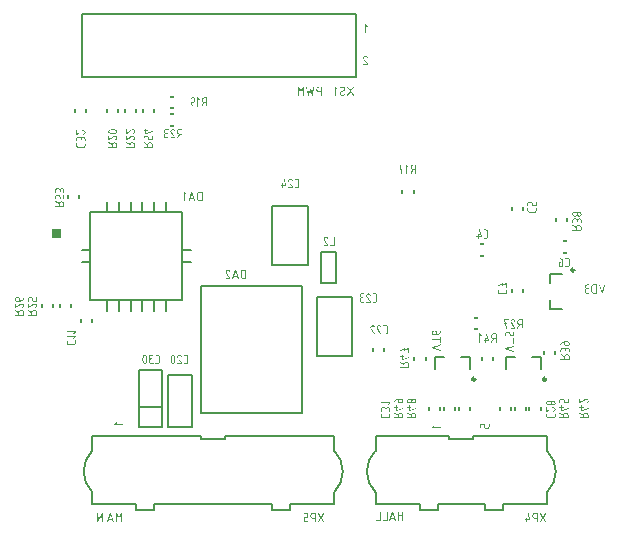
<source format=gbo>
G04 Layer_Color=11599871*
%FSLAX44Y44*%
%MOMM*%
G71*
G01*
G75*
%ADD36C,0.2000*%
%ADD58C,0.2500*%
%ADD60C,0.1500*%
%ADD62R,0.3960X0.1500*%
%ADD63R,0.3556X0.1500*%
%ADD64R,0.1500X0.3556*%
%ADD65R,0.1500X0.3960*%
G36*
X77203Y289728D02*
X77467Y289669D01*
X77701Y289567D01*
X77906Y289464D01*
X78067Y289362D01*
X78198Y289259D01*
X78271Y289201D01*
X78301Y289172D01*
X78491Y288952D01*
X78637Y288718D01*
X78740Y288484D01*
X78813Y288265D01*
X78857Y288074D01*
X78871Y287913D01*
X78886Y287855D01*
Y287826D01*
Y287796D01*
Y287782D01*
Y286202D01*
X78871Y286070D01*
X78827Y285968D01*
X78754Y285909D01*
X78696Y285851D01*
X78622Y285821D01*
X78549Y285807D01*
X78491D01*
X78359Y285821D01*
X78257Y285865D01*
X78198Y285938D01*
X78140Y286012D01*
X78110Y286070D01*
X78096Y286143D01*
Y286187D01*
Y286202D01*
Y287782D01*
X78081Y287957D01*
X78037Y288118D01*
X77979Y288265D01*
X77920Y288382D01*
X77862Y288484D01*
X77803Y288557D01*
X77759Y288601D01*
X77745Y288616D01*
X77613Y288733D01*
X77467Y288821D01*
X77320Y288879D01*
X77203Y288923D01*
X77086Y288952D01*
X76998Y288967D01*
X76911D01*
X76735Y288952D01*
X76574Y288908D01*
X76428Y288850D01*
X76296Y288791D01*
X76194Y288733D01*
X76121Y288674D01*
X76077Y288630D01*
X76062Y288616D01*
X75945Y288484D01*
X75872Y288338D01*
X75813Y288206D01*
X75770Y288074D01*
X75740Y287957D01*
X75726Y287870D01*
Y287811D01*
Y287782D01*
Y286992D01*
X75711Y286860D01*
X75667Y286758D01*
X75594Y286699D01*
X75535Y286641D01*
X75462Y286611D01*
X75389Y286597D01*
X75331D01*
X75199Y286611D01*
X75097Y286655D01*
X75038Y286728D01*
X74980Y286802D01*
X74950Y286860D01*
X74936Y286933D01*
Y286977D01*
Y286992D01*
Y287782D01*
X74921Y287957D01*
X74877Y288118D01*
X74819Y288265D01*
X74760Y288382D01*
X74701Y288484D01*
X74643Y288557D01*
X74599Y288601D01*
X74584Y288616D01*
X74453Y288733D01*
X74307Y288821D01*
X74160Y288879D01*
X74043Y288923D01*
X73926Y288952D01*
X73838Y288967D01*
X72961D01*
X72785Y288952D01*
X72624Y288908D01*
X72478Y288850D01*
X72361Y288791D01*
X72258Y288733D01*
X72185Y288674D01*
X72141Y288630D01*
X72126Y288616D01*
X72010Y288484D01*
X71936Y288338D01*
X71878Y288206D01*
X71834Y288074D01*
X71805Y287957D01*
X71790Y287870D01*
Y287811D01*
Y287782D01*
Y286202D01*
X71775Y286070D01*
X71732Y285968D01*
X71658Y285909D01*
X71600Y285851D01*
X71527Y285821D01*
X71453Y285807D01*
X71395D01*
X71263Y285821D01*
X71161Y285865D01*
X71102Y285938D01*
X71044Y286012D01*
X71015Y286070D01*
X71000Y286143D01*
Y286187D01*
Y286202D01*
Y287782D01*
X71029Y288074D01*
X71088Y288338D01*
X71175Y288572D01*
X71293Y288777D01*
X71395Y288938D01*
X71483Y289069D01*
X71541Y289142D01*
X71571Y289172D01*
X71790Y289362D01*
X72024Y289508D01*
X72258Y289611D01*
X72478Y289684D01*
X72668Y289728D01*
X72829Y289742D01*
X72887Y289757D01*
X73751D01*
X73926Y289742D01*
X74102Y289728D01*
X74409Y289640D01*
X74687Y289508D01*
X74906Y289362D01*
X75097Y289216D01*
X75228Y289084D01*
X75301Y288996D01*
X75331Y288981D01*
Y288967D01*
X75448Y289113D01*
X75565Y289230D01*
X75696Y289333D01*
X75828Y289421D01*
X76091Y289567D01*
X76340Y289655D01*
X76560Y289713D01*
X76662Y289728D01*
X76750Y289742D01*
X76808Y289757D01*
X76911D01*
X77203Y289728D01*
D02*
G37*
G36*
X515203Y269728D02*
X515481Y269669D01*
X515715Y269567D01*
X515920Y269464D01*
X516081Y269362D01*
X516198Y269259D01*
X516271Y269201D01*
X516301Y269172D01*
X516491Y268952D01*
X516637Y268718D01*
X516740Y268484D01*
X516813Y268265D01*
X516856Y268074D01*
X516871Y267913D01*
X516886Y267855D01*
Y267826D01*
Y267796D01*
Y267782D01*
X516856Y267489D01*
X516798Y267226D01*
X516696Y266977D01*
X516593Y266787D01*
X516491Y266611D01*
X516388Y266494D01*
X516330Y266421D01*
X516301Y266392D01*
X516081Y266202D01*
X515847Y266055D01*
X515613Y265968D01*
X515393Y265895D01*
X515203Y265851D01*
X515042Y265836D01*
X514984Y265821D01*
X514911D01*
X514735Y265836D01*
X514560Y265851D01*
X514252Y265938D01*
X513974Y266070D01*
X513755Y266216D01*
X513579Y266363D01*
X513433Y266494D01*
X513360Y266582D01*
X513345Y266597D01*
X513331Y266611D01*
X513214Y266480D01*
X513097Y266348D01*
X512965Y266246D01*
X512833Y266158D01*
X512570Y266012D01*
X512321Y265924D01*
X512087Y265865D01*
X511999Y265851D01*
X511911Y265836D01*
X511838Y265821D01*
X510961D01*
X510668Y265851D01*
X510405Y265909D01*
X510156Y265997D01*
X509966Y266114D01*
X509790Y266216D01*
X509673Y266304D01*
X509600Y266363D01*
X509571Y266392D01*
X509380Y266611D01*
X509234Y266845D01*
X509146Y267080D01*
X509073Y267299D01*
X509029Y267489D01*
X509015Y267650D01*
X509000Y267709D01*
Y267753D01*
Y267767D01*
Y267782D01*
X509029Y268074D01*
X509088Y268352D01*
X509176Y268587D01*
X509293Y268791D01*
X509395Y268952D01*
X509483Y269069D01*
X509541Y269142D01*
X509571Y269172D01*
X509790Y269362D01*
X510024Y269508D01*
X510258Y269611D01*
X510478Y269684D01*
X510668Y269728D01*
X510829Y269742D01*
X510887Y269757D01*
X511458D01*
X511590Y269742D01*
X511809Y269728D01*
X511999D01*
X512116Y269713D01*
X512219Y269698D01*
X512263Y269684D01*
X512277D01*
X512497Y269611D01*
X512701Y269508D01*
X512892Y269391D01*
X513038Y269259D01*
X513170Y269157D01*
X513257Y269055D01*
X513316Y268996D01*
X513331Y268967D01*
X513448Y269113D01*
X513565Y269230D01*
X513696Y269333D01*
X513828Y269420D01*
X514091Y269567D01*
X514340Y269655D01*
X514574Y269713D01*
X514662Y269728D01*
X514750Y269742D01*
X514823Y269757D01*
X514911D01*
X515203Y269728D01*
D02*
G37*
G36*
X514691Y258711D02*
X514867Y258696D01*
X515189Y258623D01*
X515481Y258506D01*
X515715Y258375D01*
X515920Y258243D01*
X516067Y258140D01*
X516110Y258082D01*
X516154Y258053D01*
X516169Y258038D01*
X516184Y258023D01*
X516301Y257892D01*
X516418Y257760D01*
X516593Y257467D01*
X516710Y257189D01*
X516798Y256926D01*
X516856Y256707D01*
X516871Y256604D01*
Y256516D01*
X516886Y256458D01*
Y256399D01*
Y256370D01*
Y256355D01*
Y254380D01*
X516871Y254249D01*
X516827Y254161D01*
X516754Y254088D01*
X516696Y254044D01*
X516622Y254015D01*
X516549Y254000D01*
X509380D01*
X509249Y254015D01*
X509161Y254058D01*
X509088Y254132D01*
X509044Y254205D01*
X509015Y254263D01*
X509000Y254336D01*
Y254380D01*
Y254395D01*
X509015Y254527D01*
X509058Y254629D01*
X509117Y254688D01*
X509190Y254746D01*
X509263Y254775D01*
X509322Y254790D01*
X512146D01*
Y256355D01*
Y256414D01*
Y256458D01*
Y256487D01*
Y256502D01*
X509220Y257965D01*
X509146Y258009D01*
X509088Y258067D01*
X509058Y258126D01*
X509029Y258184D01*
X509000Y258272D01*
Y258301D01*
Y258316D01*
X509015Y258433D01*
X509058Y258521D01*
X509102Y258579D01*
X509117Y258594D01*
X509205Y258667D01*
X509293Y258711D01*
X509351Y258726D01*
X509454D01*
X509512Y258711D01*
X509556Y258696D01*
X509571Y258682D01*
X512321Y257306D01*
X512438Y257555D01*
X512570Y257775D01*
X512731Y257965D01*
X512906Y258126D01*
X513082Y258272D01*
X513257Y258375D01*
X513448Y258477D01*
X513623Y258550D01*
X513799Y258609D01*
X513974Y258652D01*
X514121Y258682D01*
X514252Y258711D01*
X514355D01*
X514442Y258726D01*
X514516D01*
X514691Y258711D01*
D02*
G37*
G36*
X515203Y264212D02*
X515467Y264153D01*
X515701Y264051D01*
X515905Y263949D01*
X516067Y263846D01*
X516198Y263744D01*
X516271Y263685D01*
X516301Y263656D01*
X516491Y263437D01*
X516637Y263202D01*
X516740Y262968D01*
X516813Y262749D01*
X516856Y262559D01*
X516871Y262398D01*
X516886Y262339D01*
Y262310D01*
Y262281D01*
Y262266D01*
Y260686D01*
X516871Y260554D01*
X516827Y260452D01*
X516754Y260394D01*
X516696Y260335D01*
X516622Y260306D01*
X516549Y260291D01*
X516491D01*
X516359Y260306D01*
X516257Y260350D01*
X516198Y260423D01*
X516140Y260496D01*
X516110Y260554D01*
X516096Y260628D01*
Y260672D01*
Y260686D01*
Y262266D01*
X516081Y262442D01*
X516037Y262603D01*
X515979Y262749D01*
X515920Y262866D01*
X515862Y262968D01*
X515803Y263042D01*
X515759Y263085D01*
X515745Y263100D01*
X515613Y263217D01*
X515467Y263305D01*
X515320Y263363D01*
X515203Y263407D01*
X515086Y263437D01*
X514999Y263451D01*
X514911D01*
X514735Y263437D01*
X514574Y263393D01*
X514428Y263334D01*
X514296Y263276D01*
X514194Y263217D01*
X514121Y263159D01*
X514077Y263115D01*
X514062Y263100D01*
X513945Y262968D01*
X513872Y262822D01*
X513813Y262691D01*
X513769Y262559D01*
X513740Y262442D01*
X513726Y262354D01*
Y262295D01*
Y262266D01*
Y261476D01*
X513711Y261345D01*
X513667Y261242D01*
X513594Y261183D01*
X513535Y261125D01*
X513462Y261096D01*
X513389Y261081D01*
X513331D01*
X513199Y261096D01*
X513097Y261140D01*
X513038Y261213D01*
X512980Y261286D01*
X512950Y261345D01*
X512936Y261418D01*
Y261462D01*
Y261476D01*
Y262266D01*
X512921Y262442D01*
X512877Y262603D01*
X512818Y262749D01*
X512760Y262866D01*
X512701Y262968D01*
X512643Y263042D01*
X512599Y263085D01*
X512584Y263100D01*
X512453Y263217D01*
X512307Y263305D01*
X512160Y263363D01*
X512043Y263407D01*
X511926Y263437D01*
X511838Y263451D01*
X510961D01*
X510785Y263437D01*
X510624Y263393D01*
X510478Y263334D01*
X510361Y263276D01*
X510258Y263217D01*
X510185Y263159D01*
X510141Y263115D01*
X510126Y263100D01*
X510009Y262968D01*
X509936Y262822D01*
X509878Y262691D01*
X509834Y262559D01*
X509805Y262442D01*
X509790Y262354D01*
Y262295D01*
Y262266D01*
Y260686D01*
X509775Y260554D01*
X509731Y260452D01*
X509658Y260394D01*
X509600Y260335D01*
X509527Y260306D01*
X509454Y260291D01*
X509395D01*
X509263Y260306D01*
X509161Y260350D01*
X509102Y260423D01*
X509044Y260496D01*
X509015Y260554D01*
X509000Y260628D01*
Y260672D01*
Y260686D01*
Y262266D01*
X509029Y262559D01*
X509088Y262822D01*
X509176Y263056D01*
X509293Y263261D01*
X509395Y263422D01*
X509483Y263554D01*
X509541Y263627D01*
X509571Y263656D01*
X509790Y263846D01*
X510024Y263993D01*
X510258Y264095D01*
X510478Y264168D01*
X510668Y264212D01*
X510829Y264227D01*
X510887Y264241D01*
X511750D01*
X511926Y264227D01*
X512102Y264212D01*
X512409Y264124D01*
X512687Y263993D01*
X512906Y263846D01*
X513097Y263700D01*
X513228Y263568D01*
X513301Y263480D01*
X513331Y263466D01*
Y263451D01*
X513448Y263598D01*
X513565Y263715D01*
X513696Y263817D01*
X513828Y263905D01*
X514091Y264051D01*
X514340Y264139D01*
X514560Y264197D01*
X514662Y264212D01*
X514750Y264227D01*
X514808Y264241D01*
X514911D01*
X515203Y264212D01*
D02*
G37*
G36*
X74043Y284212D02*
X74307Y284153D01*
X74541Y284051D01*
X74745Y283949D01*
X74906Y283846D01*
X75038Y283744D01*
X75111Y283685D01*
X75140Y283656D01*
X75331Y283437D01*
X75477Y283202D01*
X75579Y282968D01*
X75652Y282749D01*
X75696Y282559D01*
X75711Y282398D01*
X75726Y282339D01*
Y282310D01*
Y282281D01*
Y282266D01*
Y281096D01*
X78096D01*
Y283451D01*
X78110Y283583D01*
X78154Y283671D01*
X78227Y283744D01*
X78301Y283788D01*
X78359Y283817D01*
X78432Y283832D01*
X78491D01*
X78622Y283817D01*
X78725Y283773D01*
X78783Y283715D01*
X78842Y283641D01*
X78871Y283568D01*
X78886Y283510D01*
Y283466D01*
Y283451D01*
Y280686D01*
X78871Y280554D01*
X78827Y280467D01*
X78754Y280394D01*
X78696Y280350D01*
X78622Y280320D01*
X78549Y280306D01*
X75331D01*
X75199Y280320D01*
X75097Y280364D01*
X75038Y280423D01*
X74980Y280496D01*
X74950Y280569D01*
X74936Y280628D01*
Y280672D01*
Y280686D01*
Y282266D01*
X74921Y282442D01*
X74877Y282603D01*
X74819Y282749D01*
X74760Y282866D01*
X74701Y282968D01*
X74643Y283042D01*
X74599Y283085D01*
X74584Y283100D01*
X74453Y283217D01*
X74307Y283305D01*
X74160Y283363D01*
X74043Y283407D01*
X73926Y283437D01*
X73838Y283451D01*
X72961D01*
X72785Y283437D01*
X72624Y283393D01*
X72478Y283334D01*
X72361Y283276D01*
X72258Y283217D01*
X72185Y283159D01*
X72141Y283115D01*
X72126Y283100D01*
X72010Y282968D01*
X71936Y282822D01*
X71878Y282691D01*
X71834Y282559D01*
X71805Y282442D01*
X71790Y282354D01*
Y282295D01*
Y282266D01*
Y280686D01*
X71775Y280554D01*
X71732Y280467D01*
X71658Y280394D01*
X71600Y280350D01*
X71527Y280320D01*
X71453Y280306D01*
X71395D01*
X71263Y280320D01*
X71161Y280364D01*
X71102Y280423D01*
X71044Y280496D01*
X71015Y280569D01*
X71000Y280628D01*
Y280672D01*
Y280686D01*
Y282266D01*
X71029Y282559D01*
X71088Y282822D01*
X71175Y283056D01*
X71293Y283261D01*
X71395Y283422D01*
X71483Y283554D01*
X71541Y283627D01*
X71571Y283656D01*
X71790Y283846D01*
X72024Y283993D01*
X72258Y284095D01*
X72478Y284168D01*
X72668Y284212D01*
X72829Y284227D01*
X72887Y284241D01*
X73751D01*
X74043Y284212D01*
D02*
G37*
G36*
X458953Y178871D02*
X459158Y178827D01*
X459363Y178754D01*
X459538Y178666D01*
X459714Y178564D01*
X459875Y178432D01*
X460153Y178183D01*
X460270Y178037D01*
X460372Y177920D01*
X460460Y177803D01*
X460533Y177686D01*
X460592Y177598D01*
X460636Y177525D01*
X460650Y177481D01*
X460665Y177467D01*
X460694Y177408D01*
X460709Y177364D01*
Y177320D01*
Y177306D01*
X460694Y177174D01*
X460650Y177072D01*
X460577Y177013D01*
X460504Y176955D01*
X460446Y176925D01*
X460372Y176911D01*
X460314D01*
X460226Y176925D01*
X460153Y176940D01*
X460051Y177013D01*
X459977Y177072D01*
X459963Y177086D01*
Y177101D01*
X459860Y177276D01*
X459743Y177423D01*
X459641Y177569D01*
X459538Y177672D01*
X459436Y177774D01*
X459334Y177847D01*
X459143Y177979D01*
X458983Y178037D01*
X458851Y178081D01*
X458763Y178096D01*
X458734D01*
X458558Y178081D01*
X458397Y178037D01*
X458251Y177979D01*
X458134Y177920D01*
X458032Y177862D01*
X457958Y177803D01*
X457915Y177759D01*
X457900Y177745D01*
X457783Y177613D01*
X457695Y177467D01*
X457636Y177320D01*
X457593Y177203D01*
X457563Y177086D01*
X457549Y176999D01*
Y176925D01*
Y176911D01*
X457563Y176779D01*
X457578Y176662D01*
X457607Y176560D01*
X457651Y176457D01*
X457695Y176369D01*
X457724Y176311D01*
X457739Y176267D01*
X457754Y176252D01*
X460636Y171614D01*
X460680Y171541D01*
X460694Y171453D01*
X460709Y171410D01*
Y171380D01*
X460694Y171249D01*
X460650Y171161D01*
X460577Y171088D01*
X460504Y171044D01*
X460446Y171015D01*
X460372Y171000D01*
X457154D01*
X457022Y171015D01*
X456920Y171059D01*
X456861Y171132D01*
X456803Y171205D01*
X456773Y171263D01*
X456759Y171336D01*
Y171380D01*
Y171395D01*
X456773Y171527D01*
X456817Y171629D01*
X456890Y171688D01*
X456949Y171746D01*
X457022Y171775D01*
X457095Y171790D01*
X459597D01*
X457124Y175770D01*
X457007Y175989D01*
X456920Y176194D01*
X456847Y176384D01*
X456803Y176560D01*
X456773Y176706D01*
X456759Y176808D01*
Y176881D01*
Y176911D01*
X456788Y177203D01*
X456847Y177481D01*
X456949Y177715D01*
X457051Y177920D01*
X457154Y178081D01*
X457256Y178198D01*
X457315Y178271D01*
X457344Y178301D01*
X457563Y178491D01*
X457798Y178637D01*
X458032Y178739D01*
X458251Y178813D01*
X458441Y178857D01*
X458602Y178871D01*
X458661Y178886D01*
X458734D01*
X458953Y178871D01*
D02*
G37*
G36*
X454930D02*
X455032Y178827D01*
X455091Y178754D01*
X455149Y178696D01*
X455179Y178622D01*
X455193Y178549D01*
Y178505D01*
Y178491D01*
X455179Y178359D01*
X455135Y178257D01*
X455062Y178198D01*
X454988Y178140D01*
X454930Y178110D01*
X454857Y178096D01*
X452136D01*
X452765Y175331D01*
X453218D01*
X453350Y175316D01*
X453452Y175272D01*
X453511Y175199D01*
X453569Y175140D01*
X453599Y175067D01*
X453613Y174994D01*
Y174950D01*
Y174936D01*
X453599Y174804D01*
X453555Y174701D01*
X453496Y174643D01*
X453423Y174584D01*
X453350Y174555D01*
X453291Y174541D01*
X452940D01*
X453613Y171483D01*
Y171410D01*
Y171395D01*
Y171380D01*
X453599Y171249D01*
X453555Y171161D01*
X453481Y171088D01*
X453408Y171044D01*
X453350Y171015D01*
X453277Y171000D01*
X453218D01*
X453116Y171015D01*
X453028Y171044D01*
X452969Y171102D01*
X452911Y171161D01*
X452852Y171263D01*
X452838Y171293D01*
Y171307D01*
X452121Y174541D01*
X451638D01*
X451506Y174555D01*
X451404Y174599D01*
X451345Y174672D01*
X451287Y174745D01*
X451258Y174804D01*
X451243Y174877D01*
Y174921D01*
Y174936D01*
X451258Y175067D01*
X451302Y175170D01*
X451375Y175228D01*
X451433Y175287D01*
X451506Y175316D01*
X451580Y175331D01*
X451945D01*
X451258Y178403D01*
X451243Y178476D01*
Y178491D01*
X451258Y178622D01*
X451316Y178725D01*
X451375Y178783D01*
X451448Y178842D01*
X451521Y178871D01*
X451580Y178886D01*
X454798D01*
X454930Y178871D01*
D02*
G37*
G36*
X466751D02*
X466839Y178827D01*
X466912Y178754D01*
X466956Y178696D01*
X466985Y178622D01*
X467000Y178549D01*
Y178505D01*
Y178491D01*
Y171380D01*
X466985Y171249D01*
X466941Y171161D01*
X466868Y171088D01*
X466795Y171044D01*
X466737Y171015D01*
X466664Y171000D01*
X466605D01*
X466473Y171015D01*
X466371Y171059D01*
X466312Y171117D01*
X466254Y171190D01*
X466225Y171263D01*
X466210Y171322D01*
Y171366D01*
Y171380D01*
Y174146D01*
X464498D01*
X463035Y171219D01*
X462991Y171146D01*
X462933Y171088D01*
X462874Y171059D01*
X462816Y171029D01*
X462728Y171000D01*
X462684D01*
X462567Y171015D01*
X462479Y171059D01*
X462421Y171102D01*
X462406Y171117D01*
X462333Y171205D01*
X462289Y171293D01*
X462274Y171351D01*
Y171380D01*
Y171453D01*
X462289Y171512D01*
X462304Y171556D01*
X462318Y171571D01*
X463694Y174321D01*
X463445Y174438D01*
X463225Y174570D01*
X463035Y174731D01*
X462874Y174906D01*
X462728Y175082D01*
X462626Y175257D01*
X462523Y175448D01*
X462450Y175623D01*
X462391Y175799D01*
X462347Y175974D01*
X462318Y176121D01*
X462289Y176252D01*
Y176355D01*
X462274Y176443D01*
Y176501D01*
Y176516D01*
X462289Y176691D01*
X462304Y176867D01*
X462377Y177189D01*
X462494Y177481D01*
X462626Y177715D01*
X462757Y177920D01*
X462860Y178067D01*
X462918Y178110D01*
X462947Y178154D01*
X462962Y178169D01*
X462977Y178183D01*
X463108Y178301D01*
X463240Y178418D01*
X463533Y178593D01*
X463811Y178710D01*
X464074Y178798D01*
X464293Y178857D01*
X464396Y178871D01*
X464484D01*
X464542Y178886D01*
X466620D01*
X466751Y178871D01*
D02*
G37*
G36*
X148107Y340518D02*
X148209Y340474D01*
X148268Y340401D01*
X148326Y340342D01*
X148356Y340269D01*
X148370Y340196D01*
Y340152D01*
Y340137D01*
Y339362D01*
X149541D01*
X149672Y339347D01*
X149775Y339303D01*
X149833Y339230D01*
X149892Y339172D01*
X149921Y339099D01*
X149936Y339025D01*
Y338982D01*
Y338967D01*
X149921Y338835D01*
X149877Y338733D01*
X149804Y338674D01*
X149745Y338616D01*
X149672Y338587D01*
X149599Y338572D01*
X148370D01*
Y336714D01*
X153374Y338148D01*
X153462Y338177D01*
X153491D01*
X153622Y338162D01*
X153725Y338118D01*
X153783Y338045D01*
X153842Y337987D01*
X153871Y337914D01*
X153886Y337840D01*
Y337797D01*
Y337782D01*
X153871Y337679D01*
X153842Y337592D01*
X153798Y337533D01*
X153740Y337475D01*
X153637Y337416D01*
X153608Y337402D01*
X153593D01*
X148077Y335821D01*
X148004Y335807D01*
X147961D01*
X147829Y335821D01*
X147741Y335865D01*
X147668Y335938D01*
X147624Y336012D01*
X147595Y336070D01*
X147580Y336143D01*
Y336187D01*
Y336202D01*
Y338572D01*
X146395D01*
X146263Y338587D01*
X146161Y338630D01*
X146102Y338704D01*
X146044Y338777D01*
X146015Y338835D01*
X146000Y338908D01*
Y338952D01*
Y338967D01*
X146015Y339099D01*
X146059Y339201D01*
X146132Y339259D01*
X146205Y339318D01*
X146263Y339347D01*
X146336Y339362D01*
X147580D01*
Y340137D01*
X147595Y340269D01*
X147639Y340371D01*
X147712Y340430D01*
X147785Y340489D01*
X147843Y340518D01*
X147917Y340532D01*
X147975D01*
X148107Y340518D01*
D02*
G37*
G36*
X504691Y149211D02*
X504867Y149196D01*
X505189Y149123D01*
X505481Y149006D01*
X505715Y148875D01*
X505920Y148743D01*
X506067Y148640D01*
X506110Y148582D01*
X506154Y148553D01*
X506169Y148538D01*
X506184Y148523D01*
X506301Y148392D01*
X506418Y148260D01*
X506593Y147967D01*
X506710Y147689D01*
X506798Y147426D01*
X506856Y147207D01*
X506871Y147104D01*
Y147016D01*
X506886Y146958D01*
Y146899D01*
Y146870D01*
Y146855D01*
Y144880D01*
X506871Y144749D01*
X506827Y144661D01*
X506754Y144588D01*
X506696Y144544D01*
X506622Y144515D01*
X506549Y144500D01*
X499380D01*
X499249Y144515D01*
X499161Y144558D01*
X499088Y144632D01*
X499044Y144705D01*
X499015Y144763D01*
X499000Y144837D01*
Y144880D01*
Y144895D01*
X499015Y145027D01*
X499058Y145129D01*
X499117Y145188D01*
X499190Y145246D01*
X499263Y145275D01*
X499322Y145290D01*
X502146D01*
Y146855D01*
Y146914D01*
Y146958D01*
Y146987D01*
Y147002D01*
X499219Y148465D01*
X499146Y148509D01*
X499088Y148567D01*
X499058Y148626D01*
X499029Y148684D01*
X499000Y148772D01*
Y148801D01*
Y148816D01*
X499015Y148933D01*
X499058Y149021D01*
X499102Y149079D01*
X499117Y149094D01*
X499205Y149167D01*
X499293Y149211D01*
X499351Y149226D01*
X499454D01*
X499512Y149211D01*
X499556Y149196D01*
X499571Y149182D01*
X502321Y147807D01*
X502438Y148055D01*
X502570Y148275D01*
X502731Y148465D01*
X502906Y148626D01*
X503082Y148772D01*
X503257Y148875D01*
X503448Y148977D01*
X503623Y149050D01*
X503799Y149109D01*
X503974Y149152D01*
X504121Y149182D01*
X504252Y149211D01*
X504355D01*
X504442Y149226D01*
X504516D01*
X504691Y149211D01*
D02*
G37*
G36*
X96622Y327921D02*
X96725Y327877D01*
X96783Y327804D01*
X96842Y327745D01*
X96871Y327672D01*
X96886Y327599D01*
Y327555D01*
Y327541D01*
Y325961D01*
X96856Y325668D01*
X96798Y325405D01*
X96696Y325156D01*
X96593Y324966D01*
X96491Y324790D01*
X96388Y324673D01*
X96330Y324600D01*
X96300Y324571D01*
X96081Y324380D01*
X95847Y324234D01*
X95613Y324146D01*
X95393Y324073D01*
X95203Y324029D01*
X95042Y324015D01*
X94984Y324000D01*
X90960D01*
X90668Y324029D01*
X90405Y324088D01*
X90156Y324176D01*
X89966Y324293D01*
X89790Y324395D01*
X89673Y324483D01*
X89600Y324541D01*
X89571Y324571D01*
X89380Y324790D01*
X89234Y325024D01*
X89146Y325258D01*
X89073Y325478D01*
X89029Y325668D01*
X89015Y325829D01*
X89000Y325887D01*
Y325931D01*
Y325946D01*
Y325961D01*
Y327541D01*
X89015Y327672D01*
X89059Y327775D01*
X89132Y327833D01*
X89205Y327892D01*
X89263Y327921D01*
X89337Y327936D01*
X89395D01*
X89527Y327921D01*
X89629Y327877D01*
X89688Y327804D01*
X89746Y327745D01*
X89775Y327672D01*
X89790Y327599D01*
Y327555D01*
Y327541D01*
Y325961D01*
X89805Y325785D01*
X89848Y325624D01*
X89892Y325478D01*
X89966Y325361D01*
X90024Y325258D01*
X90068Y325185D01*
X90112Y325141D01*
X90126Y325127D01*
X90258Y325009D01*
X90405Y324936D01*
X90551Y324878D01*
X90682Y324834D01*
X90785Y324805D01*
X90887Y324790D01*
X94911D01*
X95086Y324805D01*
X95247Y324849D01*
X95393Y324893D01*
X95511Y324966D01*
X95613Y325024D01*
X95686Y325068D01*
X95730Y325112D01*
X95745Y325127D01*
X95862Y325258D01*
X95949Y325405D01*
X96008Y325536D01*
X96052Y325668D01*
X96081Y325785D01*
X96096Y325873D01*
Y325946D01*
Y325961D01*
Y327541D01*
X96110Y327672D01*
X96154Y327775D01*
X96227Y327833D01*
X96300Y327892D01*
X96359Y327921D01*
X96432Y327936D01*
X96491D01*
X96622Y327921D01*
D02*
G37*
G36*
X430531Y166856D02*
X430633Y166813D01*
X430706Y166754D01*
X430735Y166740D01*
Y166725D01*
X432286Y165189D01*
X432345Y165101D01*
X432374Y165013D01*
X432389Y164940D01*
Y164925D01*
Y164911D01*
X432374Y164779D01*
X432330Y164677D01*
X432257Y164618D01*
X432184Y164560D01*
X432125Y164530D01*
X432052Y164516D01*
X431994D01*
X431891Y164530D01*
X431803Y164574D01*
X431745Y164618D01*
X431730Y164633D01*
X430808Y165540D01*
Y159380D01*
X430794Y159249D01*
X430750Y159161D01*
X430677Y159088D01*
X430604Y159044D01*
X430545Y159015D01*
X430472Y159000D01*
X430414D01*
X430282Y159015D01*
X430179Y159059D01*
X430121Y159117D01*
X430062Y159190D01*
X430033Y159263D01*
X430019Y159322D01*
Y159366D01*
Y159380D01*
Y166491D01*
X430033Y166623D01*
X430077Y166725D01*
X430150Y166783D01*
X430209Y166842D01*
X430282Y166871D01*
X430355Y166886D01*
X430472D01*
X430531Y166856D01*
D02*
G37*
G36*
X149043Y334212D02*
X149306Y334154D01*
X149541Y334051D01*
X149745Y333949D01*
X149906Y333846D01*
X150038Y333744D01*
X150111Y333685D01*
X150140Y333656D01*
X150331Y333437D01*
X150477Y333203D01*
X150579Y332968D01*
X150653Y332749D01*
X150696Y332559D01*
X150711Y332398D01*
X150726Y332339D01*
Y332310D01*
Y332281D01*
Y332266D01*
Y331096D01*
X153096D01*
Y333451D01*
X153110Y333583D01*
X153154Y333671D01*
X153227Y333744D01*
X153301Y333788D01*
X153359Y333817D01*
X153432Y333832D01*
X153491D01*
X153622Y333817D01*
X153725Y333773D01*
X153783Y333715D01*
X153842Y333641D01*
X153871Y333568D01*
X153886Y333510D01*
Y333466D01*
Y333451D01*
Y330686D01*
X153871Y330554D01*
X153827Y330467D01*
X153754Y330393D01*
X153696Y330350D01*
X153622Y330320D01*
X153549Y330306D01*
X150331D01*
X150199Y330320D01*
X150097Y330364D01*
X150038Y330423D01*
X149979Y330496D01*
X149950Y330569D01*
X149936Y330628D01*
Y330672D01*
Y330686D01*
Y332266D01*
X149921Y332442D01*
X149877Y332603D01*
X149818Y332749D01*
X149760Y332866D01*
X149701Y332968D01*
X149643Y333042D01*
X149599Y333086D01*
X149584Y333100D01*
X149453Y333217D01*
X149306Y333305D01*
X149160Y333363D01*
X149043Y333407D01*
X148926Y333437D01*
X148838Y333451D01*
X147961D01*
X147785Y333437D01*
X147624Y333393D01*
X147478Y333334D01*
X147361Y333276D01*
X147258Y333217D01*
X147185Y333159D01*
X147141Y333115D01*
X147127Y333100D01*
X147009Y332968D01*
X146936Y332822D01*
X146878Y332691D01*
X146834Y332559D01*
X146805Y332442D01*
X146790Y332354D01*
Y332295D01*
Y332266D01*
Y330686D01*
X146775Y330554D01*
X146732Y330467D01*
X146658Y330393D01*
X146600Y330350D01*
X146527Y330320D01*
X146454Y330306D01*
X146395D01*
X146263Y330320D01*
X146161Y330364D01*
X146102Y330423D01*
X146044Y330496D01*
X146015Y330569D01*
X146000Y330628D01*
Y330672D01*
Y330686D01*
Y332266D01*
X146029Y332559D01*
X146088Y332822D01*
X146176Y333056D01*
X146293Y333261D01*
X146395Y333422D01*
X146483Y333554D01*
X146541Y333627D01*
X146571Y333656D01*
X146790Y333846D01*
X147024Y333993D01*
X147258Y334095D01*
X147478Y334168D01*
X147668Y334212D01*
X147829Y334227D01*
X147887Y334241D01*
X148750D01*
X149043Y334212D01*
D02*
G37*
G36*
X151691Y328711D02*
X151867Y328696D01*
X152189Y328623D01*
X152481Y328506D01*
X152715Y328374D01*
X152920Y328243D01*
X153067Y328140D01*
X153110Y328082D01*
X153154Y328053D01*
X153169Y328038D01*
X153183Y328023D01*
X153301Y327892D01*
X153418Y327760D01*
X153593Y327467D01*
X153710Y327189D01*
X153798Y326926D01*
X153856Y326707D01*
X153871Y326604D01*
Y326516D01*
X153886Y326458D01*
Y326399D01*
Y326370D01*
Y326356D01*
Y324380D01*
X153871Y324249D01*
X153827Y324161D01*
X153754Y324088D01*
X153696Y324044D01*
X153622Y324015D01*
X153549Y324000D01*
X146380D01*
X146249Y324015D01*
X146161Y324058D01*
X146088Y324132D01*
X146044Y324205D01*
X146015Y324263D01*
X146000Y324337D01*
Y324380D01*
Y324395D01*
X146015Y324527D01*
X146059Y324629D01*
X146117Y324688D01*
X146190Y324746D01*
X146263Y324775D01*
X146322Y324790D01*
X149145D01*
Y326356D01*
Y326414D01*
Y326458D01*
Y326487D01*
Y326502D01*
X146219Y327965D01*
X146146Y328009D01*
X146088Y328067D01*
X146059Y328126D01*
X146029Y328184D01*
X146000Y328272D01*
Y328301D01*
Y328316D01*
X146015Y328433D01*
X146059Y328521D01*
X146102Y328579D01*
X146117Y328594D01*
X146205Y328667D01*
X146293Y328711D01*
X146351Y328726D01*
X146454D01*
X146512Y328711D01*
X146556Y328696D01*
X146571Y328682D01*
X149321Y327307D01*
X149438Y327555D01*
X149570Y327775D01*
X149731Y327965D01*
X149906Y328126D01*
X150082Y328272D01*
X150257Y328374D01*
X150448Y328477D01*
X150623Y328550D01*
X150799Y328609D01*
X150974Y328652D01*
X151121Y328682D01*
X151252Y328711D01*
X151355D01*
X151442Y328726D01*
X151516D01*
X151691Y328711D01*
D02*
G37*
G36*
X505203Y154712D02*
X505467Y154654D01*
X505701Y154551D01*
X505905Y154449D01*
X506067Y154346D01*
X506198Y154244D01*
X506271Y154185D01*
X506301Y154156D01*
X506491Y153937D01*
X506637Y153702D01*
X506740Y153469D01*
X506813Y153249D01*
X506856Y153059D01*
X506871Y152898D01*
X506886Y152839D01*
Y152810D01*
Y152781D01*
Y152766D01*
Y151186D01*
X506871Y151054D01*
X506827Y150952D01*
X506754Y150893D01*
X506696Y150835D01*
X506622Y150806D01*
X506549Y150791D01*
X506491D01*
X506359Y150806D01*
X506257Y150850D01*
X506198Y150923D01*
X506140Y150996D01*
X506110Y151054D01*
X506096Y151128D01*
Y151172D01*
Y151186D01*
Y152766D01*
X506081Y152942D01*
X506037Y153103D01*
X505979Y153249D01*
X505920Y153366D01*
X505862Y153469D01*
X505803Y153542D01*
X505759Y153586D01*
X505745Y153600D01*
X505613Y153717D01*
X505467Y153805D01*
X505320Y153863D01*
X505203Y153907D01*
X505086Y153937D01*
X504999Y153951D01*
X504911D01*
X504735Y153937D01*
X504574Y153893D01*
X504428Y153834D01*
X504296Y153776D01*
X504194Y153717D01*
X504121Y153659D01*
X504077Y153615D01*
X504062Y153600D01*
X503945Y153469D01*
X503872Y153322D01*
X503813Y153190D01*
X503769Y153059D01*
X503740Y152942D01*
X503726Y152854D01*
Y152795D01*
Y152766D01*
Y151976D01*
X503711Y151845D01*
X503667Y151742D01*
X503594Y151684D01*
X503535Y151625D01*
X503462Y151596D01*
X503389Y151581D01*
X503331D01*
X503199Y151596D01*
X503097Y151640D01*
X503038Y151713D01*
X502980Y151786D01*
X502950Y151845D01*
X502936Y151918D01*
Y151961D01*
Y151976D01*
Y152766D01*
X502921Y152942D01*
X502877Y153103D01*
X502818Y153249D01*
X502760Y153366D01*
X502701Y153469D01*
X502643Y153542D01*
X502599Y153586D01*
X502584Y153600D01*
X502453Y153717D01*
X502307Y153805D01*
X502160Y153863D01*
X502043Y153907D01*
X501926Y153937D01*
X501838Y153951D01*
X500961D01*
X500785Y153937D01*
X500624Y153893D01*
X500478Y153834D01*
X500361Y153776D01*
X500258Y153717D01*
X500185Y153659D01*
X500141Y153615D01*
X500126Y153600D01*
X500009Y153469D01*
X499936Y153322D01*
X499878Y153190D01*
X499834Y153059D01*
X499805Y152942D01*
X499790Y152854D01*
Y152795D01*
Y152766D01*
Y151186D01*
X499775Y151054D01*
X499731Y150952D01*
X499658Y150893D01*
X499600Y150835D01*
X499527Y150806D01*
X499454Y150791D01*
X499395D01*
X499263Y150806D01*
X499161Y150850D01*
X499102Y150923D01*
X499044Y150996D01*
X499015Y151054D01*
X499000Y151128D01*
Y151172D01*
Y151186D01*
Y152766D01*
X499029Y153059D01*
X499088Y153322D01*
X499176Y153556D01*
X499293Y153761D01*
X499395Y153922D01*
X499483Y154054D01*
X499541Y154127D01*
X499571Y154156D01*
X499790Y154346D01*
X500024Y154493D01*
X500258Y154595D01*
X500478Y154668D01*
X500668Y154712D01*
X500829Y154727D01*
X500887Y154741D01*
X501750D01*
X501926Y154727D01*
X502102Y154712D01*
X502409Y154624D01*
X502687Y154493D01*
X502906Y154346D01*
X503097Y154200D01*
X503228Y154068D01*
X503301Y153981D01*
X503331Y153966D01*
Y153951D01*
X503448Y154098D01*
X503565Y154215D01*
X503696Y154317D01*
X503828Y154405D01*
X504091Y154551D01*
X504340Y154639D01*
X504560Y154697D01*
X504662Y154712D01*
X504750Y154727D01*
X504808Y154741D01*
X504911D01*
X505203Y154712D01*
D02*
G37*
G36*
X505218Y160228D02*
X505496Y160169D01*
X505730Y160067D01*
X505935Y159964D01*
X506096Y159862D01*
X506213Y159760D01*
X506286Y159701D01*
X506315Y159672D01*
X506505Y159452D01*
X506652Y159218D01*
X506754Y158984D01*
X506813Y158765D01*
X506856Y158574D01*
X506871Y158413D01*
X506886Y158355D01*
Y158326D01*
Y158296D01*
Y158282D01*
X506856Y157989D01*
X506798Y157726D01*
X506696Y157477D01*
X506593Y157287D01*
X506491Y157111D01*
X506388Y156994D01*
X506330Y156921D01*
X506301Y156892D01*
X506081Y156702D01*
X505847Y156556D01*
X505613Y156468D01*
X505393Y156395D01*
X505203Y156351D01*
X505042Y156336D01*
X504984Y156321D01*
X504121D01*
X503828Y156351D01*
X503550Y156409D01*
X503316Y156497D01*
X503111Y156614D01*
X502936Y156716D01*
X502818Y156804D01*
X502745Y156863D01*
X502716Y156892D01*
X502526Y157111D01*
X502380Y157346D01*
X502292Y157580D01*
X502219Y157799D01*
X502175Y157989D01*
X502160Y158150D01*
X502146Y158209D01*
Y158253D01*
Y158267D01*
Y158282D01*
Y159438D01*
X501911Y159394D01*
X501692Y159335D01*
X501487Y159248D01*
X501282Y159145D01*
X500931Y158926D01*
X500770Y158794D01*
X500624Y158662D01*
X500492Y158545D01*
X500375Y158428D01*
X500288Y158311D01*
X500200Y158223D01*
X500141Y158135D01*
X500097Y158077D01*
X500068Y158033D01*
X500053Y158019D01*
X499922Y157784D01*
X499819Y157550D01*
X499790Y157448D01*
X499761Y157375D01*
X499731Y157316D01*
Y157302D01*
X499702Y157243D01*
X499644Y157199D01*
X499527Y157141D01*
X499468Y157126D01*
X499424Y157111D01*
X499380D01*
X499278Y157126D01*
X499190Y157170D01*
X499132Y157214D01*
X499117Y157228D01*
X499044Y157316D01*
X499015Y157404D01*
X499000Y157463D01*
Y157492D01*
X499015Y157609D01*
X499058Y157755D01*
X499117Y157901D01*
X499190Y158048D01*
X499249Y158179D01*
X499307Y158282D01*
X499351Y158355D01*
X499366Y158384D01*
X499600Y158721D01*
X499834Y158999D01*
X500097Y159248D01*
X500361Y159467D01*
X500624Y159642D01*
X500887Y159803D01*
X501151Y159921D01*
X501399Y160023D01*
X501633Y160096D01*
X501838Y160154D01*
X502043Y160198D01*
X502204Y160228D01*
X502350Y160242D01*
X502453Y160257D01*
X504925D01*
X505218Y160228D01*
D02*
G37*
G36*
X76691Y278711D02*
X76867Y278696D01*
X77189Y278623D01*
X77481Y278506D01*
X77715Y278375D01*
X77920Y278243D01*
X78067Y278140D01*
X78110Y278082D01*
X78154Y278053D01*
X78169Y278038D01*
X78183Y278023D01*
X78301Y277892D01*
X78418Y277760D01*
X78593Y277467D01*
X78710Y277189D01*
X78798Y276926D01*
X78857Y276707D01*
X78871Y276604D01*
Y276516D01*
X78886Y276458D01*
Y276399D01*
Y276370D01*
Y276355D01*
Y274380D01*
X78871Y274249D01*
X78827Y274161D01*
X78754Y274088D01*
X78696Y274044D01*
X78622Y274015D01*
X78549Y274000D01*
X71380D01*
X71249Y274015D01*
X71161Y274058D01*
X71088Y274132D01*
X71044Y274205D01*
X71015Y274263D01*
X71000Y274336D01*
Y274380D01*
Y274395D01*
X71015Y274527D01*
X71059Y274629D01*
X71117Y274688D01*
X71190Y274746D01*
X71263Y274775D01*
X71322Y274790D01*
X74145D01*
Y276355D01*
Y276414D01*
Y276458D01*
Y276487D01*
Y276502D01*
X71219Y277965D01*
X71146Y278009D01*
X71088Y278067D01*
X71059Y278126D01*
X71029Y278184D01*
X71000Y278272D01*
Y278301D01*
Y278316D01*
X71015Y278433D01*
X71059Y278521D01*
X71102Y278579D01*
X71117Y278594D01*
X71205Y278667D01*
X71293Y278711D01*
X71351Y278726D01*
X71453D01*
X71512Y278711D01*
X71556Y278696D01*
X71571Y278682D01*
X74321Y277306D01*
X74438Y277555D01*
X74570Y277775D01*
X74731Y277965D01*
X74906Y278126D01*
X75082Y278272D01*
X75257Y278375D01*
X75448Y278477D01*
X75623Y278550D01*
X75799Y278609D01*
X75974Y278652D01*
X76121Y278682D01*
X76252Y278711D01*
X76355D01*
X76442Y278726D01*
X76516D01*
X76691Y278711D01*
D02*
G37*
G36*
X111175Y14871D02*
X111278Y14827D01*
X111336Y14754D01*
X111395Y14696D01*
X111424Y14622D01*
X111438Y14549D01*
Y14505D01*
Y14491D01*
Y7380D01*
X111424Y7249D01*
X111380Y7161D01*
X111307Y7088D01*
X111234Y7044D01*
X111175Y7015D01*
X111102Y7000D01*
X111043D01*
X110912Y7015D01*
X110809Y7059D01*
X110751Y7117D01*
X110692Y7190D01*
X110663Y7263D01*
X110648Y7322D01*
Y7366D01*
Y7380D01*
Y12969D01*
X107459Y7190D01*
X107415Y7132D01*
X107357Y7088D01*
X107254Y7029D01*
X107166Y7000D01*
X107122D01*
X106991Y7015D01*
X106888Y7059D01*
X106815Y7117D01*
X106757Y7190D01*
X106727Y7263D01*
X106713Y7322D01*
Y7366D01*
Y7380D01*
Y14491D01*
X106727Y14622D01*
X106771Y14725D01*
X106844Y14783D01*
X106903Y14842D01*
X106976Y14871D01*
X107049Y14886D01*
X107108D01*
X107240Y14871D01*
X107342Y14827D01*
X107400Y14754D01*
X107459Y14696D01*
X107488Y14622D01*
X107503Y14549D01*
Y14505D01*
Y14491D01*
Y8917D01*
X110678Y14652D01*
X110736Y14725D01*
X110795Y14783D01*
X110853Y14827D01*
X110912Y14856D01*
X110999Y14886D01*
X111043D01*
X111175Y14871D01*
D02*
G37*
G36*
X136691Y328711D02*
X136867Y328696D01*
X137189Y328623D01*
X137481Y328506D01*
X137715Y328374D01*
X137920Y328243D01*
X138067Y328140D01*
X138110Y328082D01*
X138154Y328053D01*
X138169Y328038D01*
X138183Y328023D01*
X138301Y327892D01*
X138418Y327760D01*
X138593Y327467D01*
X138710Y327189D01*
X138798Y326926D01*
X138856Y326707D01*
X138871Y326604D01*
Y326516D01*
X138886Y326458D01*
Y326399D01*
Y326370D01*
Y326356D01*
Y324380D01*
X138871Y324249D01*
X138827Y324161D01*
X138754Y324088D01*
X138696Y324044D01*
X138622Y324015D01*
X138549Y324000D01*
X131380D01*
X131249Y324015D01*
X131161Y324058D01*
X131088Y324132D01*
X131044Y324205D01*
X131015Y324263D01*
X131000Y324337D01*
Y324380D01*
Y324395D01*
X131015Y324527D01*
X131059Y324629D01*
X131117Y324688D01*
X131190Y324746D01*
X131263Y324775D01*
X131322Y324790D01*
X134145D01*
Y326356D01*
Y326414D01*
Y326458D01*
Y326487D01*
Y326502D01*
X131219Y327965D01*
X131146Y328009D01*
X131088Y328067D01*
X131059Y328126D01*
X131029Y328184D01*
X131000Y328272D01*
Y328301D01*
Y328316D01*
X131015Y328433D01*
X131059Y328521D01*
X131102Y328579D01*
X131117Y328594D01*
X131205Y328667D01*
X131293Y328711D01*
X131351Y328726D01*
X131454D01*
X131512Y328711D01*
X131556Y328696D01*
X131571Y328682D01*
X134321Y327307D01*
X134438Y327555D01*
X134570Y327775D01*
X134731Y327965D01*
X134906Y328126D01*
X135082Y328272D01*
X135257Y328374D01*
X135448Y328477D01*
X135623Y328550D01*
X135799Y328609D01*
X135974Y328652D01*
X136121Y328682D01*
X136252Y328711D01*
X136355D01*
X136442Y328726D01*
X136516D01*
X136691Y328711D01*
D02*
G37*
G36*
X178751Y339871D02*
X178839Y339827D01*
X178912Y339754D01*
X178956Y339696D01*
X178985Y339622D01*
X179000Y339549D01*
Y339505D01*
Y339491D01*
Y332380D01*
X178985Y332249D01*
X178941Y332161D01*
X178868Y332088D01*
X178795Y332044D01*
X178737Y332015D01*
X178664Y332000D01*
X178605D01*
X178473Y332015D01*
X178371Y332058D01*
X178312Y332117D01*
X178254Y332190D01*
X178225Y332263D01*
X178210Y332322D01*
Y332366D01*
Y332380D01*
Y335145D01*
X176498D01*
X175035Y332220D01*
X174991Y332146D01*
X174933Y332088D01*
X174874Y332058D01*
X174816Y332029D01*
X174728Y332000D01*
X174684D01*
X174567Y332015D01*
X174479Y332058D01*
X174421Y332102D01*
X174406Y332117D01*
X174333Y332205D01*
X174289Y332293D01*
X174274Y332351D01*
Y332380D01*
Y332453D01*
X174289Y332512D01*
X174304Y332556D01*
X174318Y332571D01*
X175693Y335321D01*
X175445Y335438D01*
X175225Y335570D01*
X175035Y335731D01*
X174874Y335906D01*
X174728Y336082D01*
X174625Y336257D01*
X174523Y336448D01*
X174450Y336623D01*
X174391Y336799D01*
X174347Y336974D01*
X174318Y337121D01*
X174289Y337252D01*
Y337355D01*
X174274Y337443D01*
Y337501D01*
Y337516D01*
X174289Y337691D01*
X174304Y337867D01*
X174377Y338189D01*
X174494Y338481D01*
X174625Y338715D01*
X174757Y338920D01*
X174860Y339067D01*
X174918Y339110D01*
X174947Y339154D01*
X174962Y339169D01*
X174977Y339184D01*
X175108Y339301D01*
X175240Y339418D01*
X175533Y339593D01*
X175811Y339710D01*
X176074Y339798D01*
X176293Y339856D01*
X176396Y339871D01*
X176484D01*
X176542Y339886D01*
X178620D01*
X178751Y339871D01*
D02*
G37*
G36*
X170953D02*
X171158Y339827D01*
X171363Y339754D01*
X171539Y339666D01*
X171714Y339564D01*
X171875Y339432D01*
X172153Y339184D01*
X172270Y339037D01*
X172372Y338920D01*
X172460Y338803D01*
X172533Y338686D01*
X172592Y338598D01*
X172636Y338525D01*
X172650Y338481D01*
X172665Y338467D01*
X172694Y338408D01*
X172709Y338364D01*
Y338320D01*
Y338306D01*
X172694Y338174D01*
X172650Y338072D01*
X172577Y338013D01*
X172504Y337955D01*
X172446Y337925D01*
X172372Y337911D01*
X172314D01*
X172226Y337925D01*
X172153Y337940D01*
X172051Y338013D01*
X171977Y338072D01*
X171963Y338086D01*
Y338101D01*
X171860Y338276D01*
X171743Y338423D01*
X171641Y338569D01*
X171539Y338671D01*
X171436Y338774D01*
X171334Y338847D01*
X171143Y338979D01*
X170982Y339037D01*
X170851Y339081D01*
X170763Y339096D01*
X170734D01*
X170558Y339081D01*
X170397Y339037D01*
X170251Y338979D01*
X170134Y338920D01*
X170032Y338862D01*
X169958Y338803D01*
X169914Y338759D01*
X169900Y338745D01*
X169783Y338613D01*
X169695Y338467D01*
X169636Y338320D01*
X169593Y338203D01*
X169563Y338086D01*
X169549Y337999D01*
Y337925D01*
Y337911D01*
X169563Y337779D01*
X169578Y337662D01*
X169607Y337560D01*
X169651Y337457D01*
X169695Y337369D01*
X169724Y337311D01*
X169739Y337267D01*
X169754Y337252D01*
X172636Y332615D01*
X172680Y332541D01*
X172694Y332453D01*
X172709Y332410D01*
Y332380D01*
X172694Y332249D01*
X172650Y332161D01*
X172577Y332088D01*
X172504Y332044D01*
X172446Y332015D01*
X172372Y332000D01*
X169154D01*
X169022Y332015D01*
X168920Y332058D01*
X168861Y332132D01*
X168803Y332205D01*
X168773Y332263D01*
X168759Y332337D01*
Y332380D01*
Y332395D01*
X168773Y332527D01*
X168817Y332629D01*
X168890Y332688D01*
X168949Y332746D01*
X169022Y332775D01*
X169095Y332790D01*
X171597D01*
X169125Y336769D01*
X169007Y336989D01*
X168920Y337194D01*
X168846Y337384D01*
X168803Y337560D01*
X168773Y337706D01*
X168759Y337808D01*
Y337881D01*
Y337911D01*
X168788Y338203D01*
X168846Y338481D01*
X168949Y338715D01*
X169051Y338920D01*
X169154Y339081D01*
X169256Y339198D01*
X169315Y339271D01*
X169344Y339301D01*
X169563Y339491D01*
X169797Y339637D01*
X170032Y339739D01*
X170251Y339813D01*
X170441Y339856D01*
X170602Y339871D01*
X170661Y339886D01*
X170734D01*
X170953Y339871D01*
D02*
G37*
G36*
X118256Y14871D02*
X118344Y14842D01*
X118403Y14783D01*
X118461Y14725D01*
X118505Y14666D01*
X118534Y14608D01*
X118549Y14579D01*
Y14564D01*
X120890Y7512D01*
X120919Y7424D01*
Y7395D01*
Y7380D01*
X120904Y7249D01*
X120860Y7161D01*
X120787Y7088D01*
X120714Y7044D01*
X120655Y7015D01*
X120582Y7000D01*
X120524D01*
X120421Y7015D01*
X120334Y7044D01*
X120275Y7088D01*
X120217Y7132D01*
X120158Y7219D01*
X120143Y7249D01*
Y7263D01*
X119573Y8975D01*
X116735D01*
X116164Y7263D01*
X116120Y7176D01*
X116062Y7117D01*
X116003Y7059D01*
X115944Y7029D01*
X115886Y7015D01*
X115828Y7000D01*
X115784D01*
X115652Y7015D01*
X115549Y7059D01*
X115491Y7117D01*
X115433Y7190D01*
X115403Y7263D01*
X115389Y7322D01*
Y7366D01*
Y7380D01*
X115403Y7468D01*
X115418Y7497D01*
Y7512D01*
X117759Y14579D01*
X117803Y14681D01*
X117861Y14754D01*
X117934Y14813D01*
X117993Y14842D01*
X118051Y14871D01*
X118110Y14886D01*
X118154D01*
X118256Y14871D01*
D02*
G37*
G36*
X121691Y328711D02*
X121867Y328696D01*
X122189Y328623D01*
X122481Y328506D01*
X122715Y328374D01*
X122920Y328243D01*
X123067Y328140D01*
X123110Y328082D01*
X123154Y328053D01*
X123169Y328038D01*
X123183Y328023D01*
X123301Y327892D01*
X123418Y327760D01*
X123593Y327467D01*
X123710Y327189D01*
X123798Y326926D01*
X123856Y326707D01*
X123871Y326604D01*
Y326516D01*
X123886Y326458D01*
Y326399D01*
Y326370D01*
Y326356D01*
Y324380D01*
X123871Y324249D01*
X123827Y324161D01*
X123754Y324088D01*
X123696Y324044D01*
X123622Y324015D01*
X123549Y324000D01*
X116380D01*
X116249Y324015D01*
X116161Y324058D01*
X116088Y324132D01*
X116044Y324205D01*
X116015Y324263D01*
X116000Y324337D01*
Y324380D01*
Y324395D01*
X116015Y324527D01*
X116059Y324629D01*
X116117Y324688D01*
X116190Y324746D01*
X116263Y324775D01*
X116322Y324790D01*
X119145D01*
Y326356D01*
Y326414D01*
Y326458D01*
Y326487D01*
Y326502D01*
X116220Y327965D01*
X116146Y328009D01*
X116088Y328067D01*
X116059Y328126D01*
X116029Y328184D01*
X116000Y328272D01*
Y328301D01*
Y328316D01*
X116015Y328433D01*
X116059Y328521D01*
X116102Y328579D01*
X116117Y328594D01*
X116205Y328667D01*
X116293Y328711D01*
X116351Y328726D01*
X116454D01*
X116512Y328711D01*
X116556Y328696D01*
X116571Y328682D01*
X119321Y327307D01*
X119438Y327555D01*
X119570Y327775D01*
X119731Y327965D01*
X119906Y328126D01*
X120082Y328272D01*
X120257Y328374D01*
X120448Y328477D01*
X120623Y328550D01*
X120799Y328609D01*
X120974Y328652D01*
X121121Y328682D01*
X121252Y328711D01*
X121355D01*
X121442Y328726D01*
X121516D01*
X121691Y328711D01*
D02*
G37*
G36*
X137203Y334212D02*
X137481Y334154D01*
X137715Y334051D01*
X137920Y333949D01*
X138081Y333846D01*
X138198Y333744D01*
X138271Y333685D01*
X138301Y333656D01*
X138491Y333437D01*
X138637Y333203D01*
X138740Y332968D01*
X138813Y332749D01*
X138856Y332559D01*
X138871Y332398D01*
X138886Y332339D01*
Y332310D01*
Y332281D01*
Y332266D01*
X138871Y332047D01*
X138827Y331842D01*
X138754Y331637D01*
X138666Y331461D01*
X138564Y331286D01*
X138432Y331125D01*
X138183Y330847D01*
X138037Y330730D01*
X137920Y330628D01*
X137803Y330540D01*
X137686Y330467D01*
X137598Y330408D01*
X137525Y330364D01*
X137481Y330350D01*
X137467Y330335D01*
X137408Y330306D01*
X137364Y330291D01*
X137306D01*
X137174Y330306D01*
X137072Y330350D01*
X137013Y330423D01*
X136955Y330496D01*
X136925Y330554D01*
X136911Y330628D01*
Y330672D01*
Y330686D01*
X136925Y330774D01*
X136940Y330847D01*
X137013Y330950D01*
X137072Y331023D01*
X137086Y331037D01*
X137101D01*
X137276Y331140D01*
X137423Y331257D01*
X137569Y331359D01*
X137671Y331461D01*
X137774Y331564D01*
X137847Y331666D01*
X137979Y331856D01*
X138037Y332018D01*
X138081Y332149D01*
X138096Y332237D01*
Y332266D01*
X138081Y332442D01*
X138037Y332603D01*
X137979Y332749D01*
X137920Y332866D01*
X137862Y332968D01*
X137803Y333042D01*
X137759Y333086D01*
X137745Y333100D01*
X137613Y333217D01*
X137467Y333305D01*
X137320Y333363D01*
X137203Y333407D01*
X137086Y333437D01*
X136999Y333451D01*
X136911D01*
X136779Y333437D01*
X136662Y333422D01*
X136559Y333393D01*
X136457Y333349D01*
X136369Y333305D01*
X136311Y333276D01*
X136267Y333261D01*
X136252Y333246D01*
X131615Y330364D01*
X131541Y330320D01*
X131454Y330306D01*
X131410Y330291D01*
X131380D01*
X131249Y330306D01*
X131161Y330350D01*
X131088Y330423D01*
X131044Y330496D01*
X131015Y330554D01*
X131000Y330628D01*
Y330672D01*
Y330686D01*
Y333846D01*
X131015Y333978D01*
X131059Y334080D01*
X131132Y334139D01*
X131205Y334197D01*
X131263Y334227D01*
X131336Y334241D01*
X131395D01*
X131527Y334227D01*
X131629Y334183D01*
X131688Y334110D01*
X131746Y334051D01*
X131775Y333978D01*
X131790Y333905D01*
Y333861D01*
Y333846D01*
Y331403D01*
X135770Y333876D01*
X135989Y333993D01*
X136194Y334080D01*
X136384Y334154D01*
X136559Y334197D01*
X136706Y334227D01*
X136808Y334241D01*
X136911D01*
X137203Y334212D01*
D02*
G37*
G36*
Y339728D02*
X137481Y339669D01*
X137715Y339567D01*
X137920Y339464D01*
X138081Y339362D01*
X138198Y339259D01*
X138271Y339201D01*
X138301Y339172D01*
X138491Y338952D01*
X138637Y338718D01*
X138740Y338484D01*
X138813Y338265D01*
X138856Y338074D01*
X138871Y337914D01*
X138886Y337855D01*
Y337826D01*
Y337797D01*
Y337782D01*
X138871Y337562D01*
X138827Y337358D01*
X138754Y337153D01*
X138666Y336977D01*
X138564Y336802D01*
X138432Y336641D01*
X138183Y336363D01*
X138037Y336246D01*
X137920Y336143D01*
X137803Y336055D01*
X137686Y335982D01*
X137598Y335924D01*
X137525Y335880D01*
X137481Y335865D01*
X137467Y335851D01*
X137408Y335821D01*
X137364Y335807D01*
X137306D01*
X137174Y335821D01*
X137072Y335865D01*
X137013Y335938D01*
X136955Y336012D01*
X136925Y336070D01*
X136911Y336143D01*
Y336187D01*
Y336202D01*
X136925Y336289D01*
X136940Y336363D01*
X137013Y336465D01*
X137072Y336538D01*
X137086Y336553D01*
X137101D01*
X137276Y336655D01*
X137423Y336772D01*
X137569Y336875D01*
X137671Y336977D01*
X137774Y337080D01*
X137847Y337182D01*
X137979Y337372D01*
X138037Y337533D01*
X138081Y337665D01*
X138096Y337753D01*
Y337782D01*
X138081Y337957D01*
X138037Y338118D01*
X137979Y338265D01*
X137920Y338382D01*
X137862Y338484D01*
X137803Y338557D01*
X137759Y338601D01*
X137745Y338616D01*
X137613Y338733D01*
X137467Y338821D01*
X137320Y338879D01*
X137203Y338923D01*
X137086Y338952D01*
X136999Y338967D01*
X136911D01*
X136779Y338952D01*
X136662Y338938D01*
X136559Y338908D01*
X136457Y338865D01*
X136369Y338821D01*
X136311Y338791D01*
X136267Y338777D01*
X136252Y338762D01*
X131615Y335880D01*
X131541Y335836D01*
X131454Y335821D01*
X131410Y335807D01*
X131380D01*
X131249Y335821D01*
X131161Y335865D01*
X131088Y335938D01*
X131044Y336012D01*
X131015Y336070D01*
X131000Y336143D01*
Y336187D01*
Y336202D01*
Y339362D01*
X131015Y339494D01*
X131059Y339596D01*
X131132Y339655D01*
X131205Y339713D01*
X131263Y339742D01*
X131336Y339757D01*
X131395D01*
X131527Y339742D01*
X131629Y339698D01*
X131688Y339625D01*
X131746Y339567D01*
X131775Y339494D01*
X131790Y339421D01*
Y339377D01*
Y339362D01*
Y336919D01*
X135770Y339391D01*
X135989Y339508D01*
X136194Y339596D01*
X136384Y339669D01*
X136559Y339713D01*
X136706Y339742D01*
X136808Y339757D01*
X136911D01*
X137203Y339728D01*
D02*
G37*
G36*
X40043Y197728D02*
X40321Y197669D01*
X40555Y197581D01*
X40760Y197479D01*
X40921Y197362D01*
X41038Y197274D01*
X41111Y197216D01*
X41140Y197186D01*
X41331Y196967D01*
X41477Y196733D01*
X41579Y196499D01*
X41652Y196265D01*
X41696Y196074D01*
X41711Y195928D01*
X41726Y195870D01*
Y195826D01*
Y195797D01*
Y195782D01*
Y194641D01*
X41989Y194685D01*
X42238Y194772D01*
X42472Y194860D01*
X42677Y194963D01*
X42838Y195065D01*
X42969Y195153D01*
X43057Y195211D01*
X43086Y195240D01*
X43364Y195489D01*
X43598Y195753D01*
X43788Y196001D01*
X43920Y196250D01*
X44023Y196455D01*
X44096Y196616D01*
X44110Y196674D01*
X44125Y196718D01*
X44140Y196747D01*
Y196762D01*
X44169Y196835D01*
X44213Y196879D01*
X44330Y196938D01*
X44388Y196952D01*
X44447Y196967D01*
X44491D01*
X44622Y196952D01*
X44725Y196908D01*
X44783Y196835D01*
X44842Y196777D01*
X44871Y196703D01*
X44886Y196630D01*
Y196586D01*
Y196572D01*
X44871Y196455D01*
X44842Y196338D01*
X44798Y196250D01*
X44783Y196221D01*
Y196206D01*
X44637Y195914D01*
X44476Y195621D01*
X44286Y195372D01*
X44110Y195153D01*
X43935Y194963D01*
X43803Y194816D01*
X43745Y194772D01*
X43701Y194728D01*
X43686Y194714D01*
X43671Y194699D01*
X43481Y194538D01*
X43276Y194407D01*
X43086Y194289D01*
X42881Y194187D01*
X42677Y194114D01*
X42486Y194041D01*
X42121Y193938D01*
X41960Y193895D01*
X41799Y193865D01*
X41667Y193851D01*
X41550Y193836D01*
X41462Y193821D01*
X38946D01*
X38653Y193851D01*
X38390Y193909D01*
X38141Y193997D01*
X37951Y194114D01*
X37775Y194216D01*
X37658Y194304D01*
X37585Y194363D01*
X37556Y194392D01*
X37366Y194611D01*
X37234Y194846D01*
X37132Y195080D01*
X37073Y195299D01*
X37029Y195489D01*
X37015Y195650D01*
X37000Y195709D01*
Y195753D01*
Y195767D01*
Y195782D01*
X37029Y196074D01*
X37088Y196352D01*
X37176Y196586D01*
X37293Y196791D01*
X37395Y196952D01*
X37483Y197069D01*
X37541Y197143D01*
X37571Y197172D01*
X37790Y197362D01*
X38024Y197508D01*
X38258Y197611D01*
X38478Y197684D01*
X38668Y197728D01*
X38829Y197742D01*
X38887Y197757D01*
X39750D01*
X40043Y197728D01*
D02*
G37*
G36*
X127737Y14871D02*
X127839Y14827D01*
X127898Y14754D01*
X127956Y14696D01*
X127985Y14622D01*
X128000Y14549D01*
Y14505D01*
Y14491D01*
Y7380D01*
X127985Y7249D01*
X127942Y7161D01*
X127868Y7088D01*
X127795Y7044D01*
X127737Y7015D01*
X127663Y7000D01*
X127605D01*
X127473Y7015D01*
X127371Y7059D01*
X127312Y7117D01*
X127254Y7190D01*
X127225Y7263D01*
X127210Y7322D01*
Y7366D01*
Y7380D01*
Y13189D01*
X125615Y10775D01*
X125557Y10702D01*
X125484Y10643D01*
X125425Y10599D01*
X125366Y10570D01*
X125279Y10541D01*
X125250D01*
X125176Y10555D01*
X125103Y10584D01*
X124986Y10658D01*
X124913Y10745D01*
X124884Y10760D01*
Y10775D01*
X123274Y13189D01*
Y7380D01*
X123260Y7249D01*
X123216Y7161D01*
X123143Y7088D01*
X123070Y7044D01*
X123011Y7015D01*
X122938Y7000D01*
X122879D01*
X122748Y7015D01*
X122645Y7059D01*
X122587Y7117D01*
X122528Y7190D01*
X122499Y7263D01*
X122484Y7322D01*
Y7366D01*
Y7380D01*
Y14491D01*
X122499Y14622D01*
X122543Y14725D01*
X122616Y14783D01*
X122689Y14842D01*
X122762Y14871D01*
X122836Y14886D01*
X122967D01*
X123040Y14856D01*
X123143Y14798D01*
X123201Y14740D01*
X123216Y14725D01*
Y14710D01*
X125250Y11652D01*
X127254Y14681D01*
X127312Y14754D01*
X127371Y14798D01*
X127488Y14856D01*
X127576Y14886D01*
X127605D01*
X127737Y14871D01*
D02*
G37*
G36*
X42691Y186711D02*
X42867Y186696D01*
X43189Y186623D01*
X43481Y186506D01*
X43715Y186374D01*
X43920Y186243D01*
X44067Y186140D01*
X44110Y186082D01*
X44154Y186053D01*
X44169Y186038D01*
X44184Y186023D01*
X44300Y185892D01*
X44418Y185760D01*
X44593Y185467D01*
X44710Y185189D01*
X44798Y184926D01*
X44857Y184707D01*
X44871Y184604D01*
Y184516D01*
X44886Y184458D01*
Y184399D01*
Y184370D01*
Y184356D01*
Y182380D01*
X44871Y182249D01*
X44827Y182161D01*
X44754Y182088D01*
X44696Y182044D01*
X44622Y182015D01*
X44549Y182000D01*
X37380D01*
X37249Y182015D01*
X37161Y182059D01*
X37088Y182132D01*
X37044Y182205D01*
X37015Y182263D01*
X37000Y182337D01*
Y182380D01*
Y182395D01*
X37015Y182527D01*
X37058Y182629D01*
X37117Y182688D01*
X37190Y182746D01*
X37263Y182775D01*
X37322Y182790D01*
X40146D01*
Y184356D01*
Y184414D01*
Y184458D01*
Y184487D01*
Y184502D01*
X37219Y185965D01*
X37146Y186009D01*
X37088Y186067D01*
X37058Y186126D01*
X37029Y186184D01*
X37000Y186272D01*
Y186301D01*
Y186316D01*
X37015Y186433D01*
X37058Y186521D01*
X37102Y186579D01*
X37117Y186594D01*
X37205Y186667D01*
X37293Y186711D01*
X37351Y186726D01*
X37453D01*
X37512Y186711D01*
X37556Y186696D01*
X37571Y186682D01*
X40321Y185306D01*
X40438Y185555D01*
X40570Y185775D01*
X40731Y185965D01*
X40906Y186126D01*
X41082Y186272D01*
X41257Y186374D01*
X41448Y186477D01*
X41623Y186550D01*
X41799Y186609D01*
X41974Y186653D01*
X42121Y186682D01*
X42252Y186711D01*
X42355D01*
X42442Y186726D01*
X42516D01*
X42691Y186711D01*
D02*
G37*
G36*
X43203Y192212D02*
X43481Y192153D01*
X43715Y192051D01*
X43920Y191949D01*
X44081Y191846D01*
X44198Y191744D01*
X44271Y191685D01*
X44300Y191656D01*
X44491Y191437D01*
X44637Y191203D01*
X44739Y190968D01*
X44813Y190749D01*
X44857Y190559D01*
X44871Y190398D01*
X44886Y190339D01*
Y190310D01*
Y190281D01*
Y190266D01*
X44871Y190047D01*
X44827Y189842D01*
X44754Y189637D01*
X44666Y189461D01*
X44564Y189286D01*
X44432Y189125D01*
X44184Y188847D01*
X44037Y188730D01*
X43920Y188628D01*
X43803Y188540D01*
X43686Y188467D01*
X43598Y188408D01*
X43525Y188364D01*
X43481Y188350D01*
X43467Y188335D01*
X43408Y188306D01*
X43364Y188291D01*
X43306D01*
X43174Y188306D01*
X43072Y188350D01*
X43013Y188423D01*
X42955Y188496D01*
X42925Y188554D01*
X42911Y188628D01*
Y188671D01*
Y188686D01*
X42925Y188774D01*
X42940Y188847D01*
X43013Y188949D01*
X43072Y189023D01*
X43086Y189037D01*
X43101D01*
X43276Y189140D01*
X43423Y189257D01*
X43569Y189359D01*
X43671Y189461D01*
X43774Y189564D01*
X43847Y189666D01*
X43979Y189856D01*
X44037Y190018D01*
X44081Y190149D01*
X44096Y190237D01*
Y190266D01*
X44081Y190442D01*
X44037Y190603D01*
X43979Y190749D01*
X43920Y190866D01*
X43862Y190968D01*
X43803Y191042D01*
X43759Y191085D01*
X43745Y191100D01*
X43613Y191217D01*
X43467Y191305D01*
X43320Y191363D01*
X43203Y191407D01*
X43086Y191437D01*
X42998Y191451D01*
X42911D01*
X42779Y191437D01*
X42662Y191422D01*
X42559Y191393D01*
X42457Y191349D01*
X42369Y191305D01*
X42311Y191276D01*
X42267Y191261D01*
X42252Y191246D01*
X37615Y188364D01*
X37541Y188320D01*
X37453Y188306D01*
X37410Y188291D01*
X37380D01*
X37249Y188306D01*
X37161Y188350D01*
X37088Y188423D01*
X37044Y188496D01*
X37015Y188554D01*
X37000Y188628D01*
Y188671D01*
Y188686D01*
Y191846D01*
X37015Y191978D01*
X37058Y192080D01*
X37132Y192139D01*
X37205Y192197D01*
X37263Y192227D01*
X37336Y192241D01*
X37395D01*
X37527Y192227D01*
X37629Y192183D01*
X37688Y192110D01*
X37746Y192051D01*
X37775Y191978D01*
X37790Y191905D01*
Y191861D01*
Y191846D01*
Y189403D01*
X41769Y191875D01*
X41989Y191993D01*
X42194Y192080D01*
X42384Y192153D01*
X42559Y192197D01*
X42706Y192227D01*
X42808Y192241D01*
X42911D01*
X43203Y192212D01*
D02*
G37*
G36*
X51043Y197728D02*
X51307Y197669D01*
X51540Y197567D01*
X51745Y197464D01*
X51906Y197362D01*
X52038Y197260D01*
X52111Y197201D01*
X52140Y197172D01*
X52331Y196952D01*
X52477Y196718D01*
X52579Y196484D01*
X52652Y196265D01*
X52696Y196074D01*
X52711Y195914D01*
X52726Y195855D01*
Y195826D01*
Y195797D01*
Y195782D01*
Y194611D01*
X55096D01*
Y196967D01*
X55110Y197099D01*
X55154Y197186D01*
X55227Y197260D01*
X55300Y197303D01*
X55359Y197333D01*
X55432Y197347D01*
X55491D01*
X55622Y197333D01*
X55725Y197289D01*
X55783Y197230D01*
X55842Y197157D01*
X55871Y197084D01*
X55886Y197025D01*
Y196982D01*
Y196967D01*
Y194202D01*
X55871Y194070D01*
X55827Y193982D01*
X55754Y193909D01*
X55696Y193865D01*
X55622Y193836D01*
X55549Y193821D01*
X52331D01*
X52199Y193836D01*
X52097Y193880D01*
X52038Y193938D01*
X51979Y194011D01*
X51950Y194085D01*
X51936Y194143D01*
Y194187D01*
Y194202D01*
Y195782D01*
X51921Y195957D01*
X51877Y196118D01*
X51818Y196265D01*
X51760Y196382D01*
X51701Y196484D01*
X51643Y196557D01*
X51599Y196601D01*
X51584Y196616D01*
X51453Y196733D01*
X51307Y196821D01*
X51160Y196879D01*
X51043Y196923D01*
X50926Y196952D01*
X50838Y196967D01*
X49960D01*
X49785Y196952D01*
X49624Y196908D01*
X49478Y196850D01*
X49361Y196791D01*
X49258Y196733D01*
X49185Y196674D01*
X49141Y196630D01*
X49127Y196616D01*
X49009Y196484D01*
X48936Y196338D01*
X48878Y196206D01*
X48834Y196074D01*
X48805Y195957D01*
X48790Y195870D01*
Y195811D01*
Y195782D01*
Y194202D01*
X48775Y194070D01*
X48731Y193982D01*
X48658Y193909D01*
X48600Y193865D01*
X48527Y193836D01*
X48453Y193821D01*
X48395D01*
X48263Y193836D01*
X48161Y193880D01*
X48102Y193938D01*
X48044Y194011D01*
X48015Y194085D01*
X48000Y194143D01*
Y194187D01*
Y194202D01*
Y195782D01*
X48029Y196074D01*
X48088Y196338D01*
X48176Y196572D01*
X48293Y196777D01*
X48395Y196938D01*
X48483Y197069D01*
X48541Y197143D01*
X48571Y197172D01*
X48790Y197362D01*
X49024Y197508D01*
X49258Y197611D01*
X49478Y197684D01*
X49668Y197728D01*
X49829Y197742D01*
X49887Y197757D01*
X50750D01*
X51043Y197728D01*
D02*
G37*
G36*
X166930Y339871D02*
X167032Y339827D01*
X167091Y339754D01*
X167149Y339696D01*
X167179Y339622D01*
X167193Y339549D01*
Y339505D01*
Y339491D01*
X167179Y339359D01*
X167135Y339257D01*
X167062Y339198D01*
X166988Y339140D01*
X166930Y339110D01*
X166857Y339096D01*
X165218D01*
X165043Y339081D01*
X164882Y339037D01*
X164735Y338979D01*
X164618Y338920D01*
X164516Y338862D01*
X164443Y338803D01*
X164399Y338759D01*
X164384Y338745D01*
X164267Y338613D01*
X164179Y338467D01*
X164121Y338320D01*
X164077Y338203D01*
X164048Y338086D01*
X164033Y337999D01*
Y337925D01*
Y337911D01*
X164048Y337735D01*
X164092Y337574D01*
X164150Y337428D01*
X164209Y337296D01*
X164267Y337194D01*
X164326Y337121D01*
X164370Y337077D01*
X164384Y337062D01*
X164516Y336945D01*
X164662Y336872D01*
X164794Y336813D01*
X164926Y336769D01*
X165043Y336740D01*
X165130Y336726D01*
X166008D01*
X166140Y336711D01*
X166242Y336667D01*
X166301Y336594D01*
X166359Y336535D01*
X166389Y336462D01*
X166403Y336389D01*
Y336345D01*
Y336331D01*
X166389Y336199D01*
X166345Y336096D01*
X166271Y336038D01*
X166198Y335979D01*
X166140Y335950D01*
X166067Y335936D01*
X165218D01*
X165043Y335921D01*
X164882Y335877D01*
X164735Y335818D01*
X164618Y335760D01*
X164516Y335701D01*
X164443Y335643D01*
X164399Y335599D01*
X164384Y335584D01*
X164267Y335453D01*
X164179Y335307D01*
X164121Y335160D01*
X164077Y335043D01*
X164048Y334926D01*
X164033Y334838D01*
Y334765D01*
Y334751D01*
Y333960D01*
X164048Y333785D01*
X164092Y333624D01*
X164150Y333478D01*
X164209Y333361D01*
X164267Y333258D01*
X164326Y333185D01*
X164370Y333141D01*
X164384Y333126D01*
X164516Y333009D01*
X164662Y332936D01*
X164794Y332878D01*
X164926Y332834D01*
X165043Y332805D01*
X165130Y332790D01*
X166798D01*
X166930Y332775D01*
X167032Y332732D01*
X167091Y332658D01*
X167149Y332600D01*
X167179Y332527D01*
X167193Y332453D01*
Y332410D01*
Y332395D01*
X167179Y332263D01*
X167135Y332161D01*
X167062Y332102D01*
X166988Y332044D01*
X166930Y332015D01*
X166857Y332000D01*
X165218D01*
X164926Y332029D01*
X164662Y332088D01*
X164428Y332176D01*
X164223Y332293D01*
X164062Y332395D01*
X163931Y332483D01*
X163857Y332541D01*
X163828Y332571D01*
X163638Y332790D01*
X163492Y333024D01*
X163389Y333258D01*
X163316Y333478D01*
X163272Y333668D01*
X163258Y333829D01*
X163243Y333887D01*
Y333931D01*
Y333946D01*
Y333960D01*
Y334751D01*
X163258Y334926D01*
X163272Y335102D01*
X163360Y335409D01*
X163492Y335687D01*
X163638Y335906D01*
X163784Y336096D01*
X163916Y336228D01*
X164004Y336301D01*
X164018Y336331D01*
X164033D01*
X163887Y336448D01*
X163770Y336565D01*
X163667Y336696D01*
X163580Y336828D01*
X163433Y337091D01*
X163346Y337340D01*
X163287Y337560D01*
X163272Y337662D01*
X163258Y337750D01*
X163243Y337808D01*
Y337867D01*
Y337896D01*
Y337911D01*
X163272Y338203D01*
X163331Y338467D01*
X163433Y338701D01*
X163536Y338905D01*
X163638Y339067D01*
X163741Y339198D01*
X163799Y339271D01*
X163828Y339301D01*
X164048Y339491D01*
X164282Y339637D01*
X164516Y339739D01*
X164735Y339813D01*
X164926Y339856D01*
X165086Y339871D01*
X165145Y339886D01*
X166798D01*
X166930Y339871D01*
D02*
G37*
G36*
X53691Y186711D02*
X53867Y186696D01*
X54189Y186623D01*
X54481Y186506D01*
X54715Y186374D01*
X54920Y186243D01*
X55066Y186140D01*
X55110Y186082D01*
X55154Y186053D01*
X55169Y186038D01*
X55184Y186023D01*
X55300Y185892D01*
X55418Y185760D01*
X55593Y185467D01*
X55710Y185189D01*
X55798Y184926D01*
X55856Y184707D01*
X55871Y184604D01*
Y184516D01*
X55886Y184458D01*
Y184399D01*
Y184370D01*
Y184356D01*
Y182380D01*
X55871Y182249D01*
X55827Y182161D01*
X55754Y182088D01*
X55696Y182044D01*
X55622Y182015D01*
X55549Y182000D01*
X48380D01*
X48249Y182015D01*
X48161Y182059D01*
X48088Y182132D01*
X48044Y182205D01*
X48015Y182263D01*
X48000Y182337D01*
Y182380D01*
Y182395D01*
X48015Y182527D01*
X48059Y182629D01*
X48117Y182688D01*
X48190Y182746D01*
X48263Y182775D01*
X48322Y182790D01*
X51146D01*
Y184356D01*
Y184414D01*
Y184458D01*
Y184487D01*
Y184502D01*
X48219Y185965D01*
X48146Y186009D01*
X48088Y186067D01*
X48059Y186126D01*
X48029Y186184D01*
X48000Y186272D01*
Y186301D01*
Y186316D01*
X48015Y186433D01*
X48059Y186521D01*
X48102Y186579D01*
X48117Y186594D01*
X48205Y186667D01*
X48293Y186711D01*
X48351Y186726D01*
X48453D01*
X48512Y186711D01*
X48556Y186696D01*
X48571Y186682D01*
X51321Y185306D01*
X51438Y185555D01*
X51570Y185775D01*
X51731Y185965D01*
X51906Y186126D01*
X52082Y186272D01*
X52257Y186374D01*
X52448Y186477D01*
X52623Y186550D01*
X52799Y186609D01*
X52974Y186653D01*
X53121Y186682D01*
X53252Y186711D01*
X53355D01*
X53443Y186726D01*
X53516D01*
X53691Y186711D01*
D02*
G37*
G36*
X54203Y192212D02*
X54481Y192153D01*
X54715Y192051D01*
X54920Y191949D01*
X55081Y191846D01*
X55198Y191744D01*
X55271Y191685D01*
X55300Y191656D01*
X55491Y191437D01*
X55637Y191203D01*
X55739Y190968D01*
X55813Y190749D01*
X55856Y190559D01*
X55871Y190398D01*
X55886Y190339D01*
Y190310D01*
Y190281D01*
Y190266D01*
X55871Y190047D01*
X55827Y189842D01*
X55754Y189637D01*
X55666Y189461D01*
X55564Y189286D01*
X55432Y189125D01*
X55184Y188847D01*
X55037Y188730D01*
X54920Y188628D01*
X54803Y188540D01*
X54686Y188467D01*
X54598Y188408D01*
X54525Y188364D01*
X54481Y188350D01*
X54467Y188335D01*
X54408Y188306D01*
X54364Y188291D01*
X54306D01*
X54174Y188306D01*
X54072Y188350D01*
X54013Y188423D01*
X53955Y188496D01*
X53925Y188554D01*
X53911Y188628D01*
Y188671D01*
Y188686D01*
X53925Y188774D01*
X53940Y188847D01*
X54013Y188949D01*
X54072Y189023D01*
X54086Y189037D01*
X54101D01*
X54276Y189140D01*
X54423Y189257D01*
X54569Y189359D01*
X54671Y189461D01*
X54774Y189564D01*
X54847Y189666D01*
X54979Y189856D01*
X55037Y190018D01*
X55081Y190149D01*
X55096Y190237D01*
Y190266D01*
X55081Y190442D01*
X55037Y190603D01*
X54979Y190749D01*
X54920Y190866D01*
X54862Y190968D01*
X54803Y191042D01*
X54759Y191085D01*
X54745Y191100D01*
X54613Y191217D01*
X54467Y191305D01*
X54320Y191363D01*
X54203Y191407D01*
X54086Y191437D01*
X53998Y191451D01*
X53911D01*
X53779Y191437D01*
X53662Y191422D01*
X53559Y191393D01*
X53457Y191349D01*
X53369Y191305D01*
X53311Y191276D01*
X53267Y191261D01*
X53252Y191246D01*
X48615Y188364D01*
X48541Y188320D01*
X48453Y188306D01*
X48410Y188291D01*
X48380D01*
X48249Y188306D01*
X48161Y188350D01*
X48088Y188423D01*
X48044Y188496D01*
X48015Y188554D01*
X48000Y188628D01*
Y188671D01*
Y188686D01*
Y191846D01*
X48015Y191978D01*
X48059Y192080D01*
X48132Y192139D01*
X48205Y192197D01*
X48263Y192227D01*
X48337Y192241D01*
X48395D01*
X48527Y192227D01*
X48629Y192183D01*
X48688Y192110D01*
X48746Y192051D01*
X48775Y191978D01*
X48790Y191905D01*
Y191861D01*
Y191846D01*
Y189403D01*
X52769Y191875D01*
X52989Y191993D01*
X53194Y192080D01*
X53384Y192153D01*
X53559Y192197D01*
X53706Y192227D01*
X53808Y192241D01*
X53911D01*
X54203Y192212D01*
D02*
G37*
G36*
X436836Y166871D02*
X436924Y166842D01*
X436982Y166798D01*
X437041Y166740D01*
X437100Y166637D01*
X437114Y166608D01*
Y166593D01*
X438694Y161077D01*
X438709Y161004D01*
Y160975D01*
Y160961D01*
X438694Y160829D01*
X438650Y160741D01*
X438577Y160668D01*
X438504Y160624D01*
X438446Y160595D01*
X438372Y160580D01*
X435944D01*
Y159395D01*
X435929Y159263D01*
X435885Y159161D01*
X435812Y159102D01*
X435739Y159044D01*
X435680Y159015D01*
X435607Y159000D01*
X435549D01*
X435417Y159015D01*
X435315Y159059D01*
X435256Y159132D01*
X435198Y159205D01*
X435168Y159263D01*
X435154Y159337D01*
Y159380D01*
Y159395D01*
Y160580D01*
X434378D01*
X434247Y160595D01*
X434144Y160639D01*
X434086Y160712D01*
X434027Y160785D01*
X433998Y160843D01*
X433983Y160917D01*
Y160961D01*
Y160975D01*
X433998Y161107D01*
X434042Y161209D01*
X434115Y161268D01*
X434174Y161326D01*
X434247Y161355D01*
X434320Y161370D01*
X435154D01*
Y162541D01*
X435168Y162672D01*
X435212Y162775D01*
X435285Y162833D01*
X435344Y162892D01*
X435417Y162921D01*
X435490Y162936D01*
X435549D01*
X435680Y162921D01*
X435783Y162877D01*
X435841Y162804D01*
X435900Y162745D01*
X435929Y162672D01*
X435944Y162599D01*
Y162555D01*
Y162541D01*
Y161370D01*
X437802D01*
X436368Y166374D01*
X436339Y166462D01*
Y166476D01*
Y166491D01*
X436353Y166623D01*
X436397Y166725D01*
X436470Y166783D01*
X436529Y166842D01*
X436602Y166871D01*
X436675Y166886D01*
X436734D01*
X436836Y166871D01*
D02*
G37*
G36*
X363691Y99711D02*
X363867Y99696D01*
X364189Y99623D01*
X364481Y99506D01*
X364715Y99375D01*
X364920Y99243D01*
X365066Y99140D01*
X365110Y99082D01*
X365154Y99053D01*
X365169Y99038D01*
X365183Y99023D01*
X365301Y98892D01*
X365418Y98760D01*
X365593Y98467D01*
X365710Y98189D01*
X365798Y97926D01*
X365857Y97707D01*
X365871Y97604D01*
Y97516D01*
X365886Y97458D01*
Y97399D01*
Y97370D01*
Y97355D01*
Y95380D01*
X365871Y95249D01*
X365827Y95161D01*
X365754Y95088D01*
X365696Y95044D01*
X365622Y95015D01*
X365549Y95000D01*
X358380D01*
X358249Y95015D01*
X358161Y95058D01*
X358088Y95132D01*
X358044Y95205D01*
X358015Y95263D01*
X358000Y95337D01*
Y95380D01*
Y95395D01*
X358015Y95527D01*
X358059Y95629D01*
X358117Y95688D01*
X358190Y95746D01*
X358263Y95775D01*
X358322Y95790D01*
X361146D01*
Y97355D01*
Y97414D01*
Y97458D01*
Y97487D01*
Y97502D01*
X358219Y98965D01*
X358146Y99009D01*
X358088Y99067D01*
X358059Y99126D01*
X358029Y99184D01*
X358000Y99272D01*
Y99301D01*
Y99316D01*
X358015Y99433D01*
X358059Y99521D01*
X358102Y99579D01*
X358117Y99594D01*
X358205Y99667D01*
X358293Y99711D01*
X358351Y99726D01*
X358453D01*
X358512Y99711D01*
X358556Y99696D01*
X358571Y99682D01*
X361321Y98307D01*
X361438Y98555D01*
X361570Y98775D01*
X361731Y98965D01*
X361906Y99126D01*
X362082Y99272D01*
X362257Y99375D01*
X362448Y99477D01*
X362623Y99550D01*
X362799Y99609D01*
X362974Y99653D01*
X363121Y99682D01*
X363252Y99711D01*
X363355D01*
X363442Y99726D01*
X363516D01*
X363691Y99711D01*
D02*
G37*
G36*
X360107Y106002D02*
X360209Y105958D01*
X360268Y105885D01*
X360326Y105827D01*
X360355Y105753D01*
X360370Y105680D01*
Y105636D01*
Y105622D01*
Y104846D01*
X361541D01*
X361672Y104832D01*
X361775Y104788D01*
X361833Y104715D01*
X361892Y104656D01*
X361921Y104583D01*
X361936Y104510D01*
Y104466D01*
Y104451D01*
X361921Y104320D01*
X361877Y104217D01*
X361804Y104159D01*
X361745Y104100D01*
X361672Y104071D01*
X361599Y104056D01*
X360370D01*
Y102198D01*
X365374Y103632D01*
X365462Y103661D01*
X365491D01*
X365622Y103647D01*
X365725Y103603D01*
X365783Y103530D01*
X365842Y103471D01*
X365871Y103398D01*
X365886Y103325D01*
Y103281D01*
Y103266D01*
X365871Y103164D01*
X365842Y103076D01*
X365798Y103017D01*
X365740Y102959D01*
X365637Y102900D01*
X365608Y102886D01*
X365593D01*
X360078Y101306D01*
X360004Y101291D01*
X359961D01*
X359829Y101306D01*
X359741Y101350D01*
X359668Y101423D01*
X359624Y101496D01*
X359595Y101554D01*
X359580Y101628D01*
Y101671D01*
Y101686D01*
Y104056D01*
X358395D01*
X358263Y104071D01*
X358161Y104115D01*
X358102Y104188D01*
X358044Y104261D01*
X358015Y104320D01*
X358000Y104393D01*
Y104437D01*
Y104451D01*
X358015Y104583D01*
X358059Y104685D01*
X358132Y104744D01*
X358205Y104802D01*
X358263Y104832D01*
X358336Y104846D01*
X359580D01*
Y105622D01*
X359595Y105753D01*
X359639Y105856D01*
X359712Y105914D01*
X359785Y105973D01*
X359843Y106002D01*
X359917Y106017D01*
X359975D01*
X360107Y106002D01*
D02*
G37*
G36*
X486751Y14871D02*
X486854Y14827D01*
X486912Y14754D01*
X486971Y14696D01*
X487000Y14622D01*
X487015Y14549D01*
Y14505D01*
Y14491D01*
X487000Y14403D01*
X486971Y14330D01*
X486956Y14271D01*
X486941Y14257D01*
X484732Y10936D01*
X486941Y7614D01*
X486985Y7541D01*
X487000Y7454D01*
X487015Y7410D01*
Y7380D01*
X487000Y7249D01*
X486956Y7161D01*
X486883Y7088D01*
X486810Y7044D01*
X486751Y7015D01*
X486678Y7000D01*
X486620D01*
X486546Y7015D01*
X486473Y7029D01*
X486371Y7088D01*
X486298Y7132D01*
X486283Y7161D01*
X484249Y10219D01*
X482216Y7161D01*
X482172Y7102D01*
X482113Y7073D01*
X481996Y7015D01*
X481909Y7000D01*
X481879D01*
X481748Y7015D01*
X481645Y7059D01*
X481587Y7117D01*
X481528Y7190D01*
X481499Y7263D01*
X481484Y7322D01*
Y7366D01*
Y7380D01*
X481499Y7468D01*
X481514Y7541D01*
X481543Y7600D01*
X481558Y7614D01*
X483767Y10936D01*
X481558Y14257D01*
X481514Y14330D01*
X481499Y14418D01*
X481484Y14476D01*
Y14491D01*
X481499Y14622D01*
X481543Y14725D01*
X481616Y14783D01*
X481674Y14842D01*
X481748Y14871D01*
X481821Y14886D01*
X481953D01*
X482026Y14856D01*
X482128Y14798D01*
X482187Y14740D01*
X482216Y14725D01*
Y14710D01*
X484249Y11652D01*
X486283Y14710D01*
X486327Y14769D01*
X486385Y14813D01*
X486488Y14871D01*
X486576Y14886D01*
X486620D01*
X486751Y14871D01*
D02*
G37*
G36*
X536751Y208371D02*
X536854Y208327D01*
X536912Y208254D01*
X536971Y208196D01*
X537000Y208122D01*
X537015Y208049D01*
Y208005D01*
Y207991D01*
X537000Y207903D01*
X536985Y207874D01*
Y207859D01*
X534645Y200793D01*
X534601Y200690D01*
X534542Y200617D01*
X534469Y200573D01*
X534410Y200544D01*
X534352Y200515D01*
X534293Y200500D01*
X534249D01*
X534147Y200515D01*
X534059Y200544D01*
X534001Y200588D01*
X533942Y200646D01*
X533869Y200749D01*
X533854Y200778D01*
Y200793D01*
X531514Y207859D01*
X531484Y207947D01*
Y207976D01*
Y207991D01*
X531499Y208122D01*
X531543Y208225D01*
X531616Y208283D01*
X531674Y208342D01*
X531748Y208371D01*
X531821Y208386D01*
X531879D01*
X531982Y208371D01*
X532055Y208342D01*
X532128Y208298D01*
X532172Y208254D01*
X532245Y208152D01*
X532260Y208122D01*
Y208108D01*
X534249Y202139D01*
X536239Y208108D01*
X536283Y208196D01*
X536342Y208269D01*
X536400Y208313D01*
X536459Y208356D01*
X536517Y208371D01*
X536576Y208386D01*
X536620D01*
X536751Y208371D01*
D02*
G37*
G36*
X479655Y14871D02*
X479743Y14827D01*
X479817Y14754D01*
X479860Y14696D01*
X479890Y14622D01*
X479904Y14549D01*
Y14505D01*
Y14491D01*
Y7380D01*
X479890Y7249D01*
X479846Y7161D01*
X479773Y7088D01*
X479699Y7044D01*
X479641Y7015D01*
X479568Y7000D01*
X479509D01*
X479378Y7015D01*
X479275Y7059D01*
X479217Y7117D01*
X479158Y7190D01*
X479129Y7263D01*
X479114Y7322D01*
Y7366D01*
Y7380D01*
Y10145D01*
X477549D01*
X477359Y10160D01*
X477168Y10175D01*
X476832Y10248D01*
X476539Y10350D01*
X476291Y10482D01*
X476100Y10599D01*
X475954Y10702D01*
X475910Y10745D01*
X475866Y10775D01*
X475837Y10804D01*
X475720Y10936D01*
X475617Y11067D01*
X475457Y11345D01*
X475340Y11638D01*
X475266Y11901D01*
X475208Y12150D01*
X475193Y12252D01*
Y12340D01*
X475179Y12413D01*
Y12472D01*
Y12501D01*
Y12516D01*
X475193Y12691D01*
X475208Y12867D01*
X475281Y13189D01*
X475398Y13481D01*
X475530Y13715D01*
X475661Y13920D01*
X475764Y14066D01*
X475822Y14110D01*
X475852Y14154D01*
X475866Y14169D01*
X475881Y14183D01*
X476013Y14301D01*
X476144Y14418D01*
X476437Y14593D01*
X476715Y14710D01*
X476978Y14798D01*
X477198Y14856D01*
X477300Y14871D01*
X477388D01*
X477446Y14886D01*
X479524D01*
X479655Y14871D01*
D02*
G37*
G36*
X374691Y99711D02*
X374867Y99696D01*
X375189Y99623D01*
X375481Y99506D01*
X375715Y99375D01*
X375920Y99243D01*
X376067Y99140D01*
X376110Y99082D01*
X376154Y99053D01*
X376169Y99038D01*
X376184Y99023D01*
X376301Y98892D01*
X376418Y98760D01*
X376593Y98467D01*
X376710Y98189D01*
X376798Y97926D01*
X376856Y97707D01*
X376871Y97604D01*
Y97516D01*
X376886Y97458D01*
Y97399D01*
Y97370D01*
Y97355D01*
Y95380D01*
X376871Y95249D01*
X376827Y95161D01*
X376754Y95088D01*
X376696Y95044D01*
X376622Y95015D01*
X376549Y95000D01*
X369380D01*
X369249Y95015D01*
X369161Y95058D01*
X369088Y95132D01*
X369044Y95205D01*
X369015Y95263D01*
X369000Y95337D01*
Y95380D01*
Y95395D01*
X369015Y95527D01*
X369058Y95629D01*
X369117Y95688D01*
X369190Y95746D01*
X369263Y95775D01*
X369322Y95790D01*
X372146D01*
Y97355D01*
Y97414D01*
Y97458D01*
Y97487D01*
Y97502D01*
X369220Y98965D01*
X369146Y99009D01*
X369088Y99067D01*
X369058Y99126D01*
X369029Y99184D01*
X369000Y99272D01*
Y99301D01*
Y99316D01*
X369015Y99433D01*
X369058Y99521D01*
X369102Y99579D01*
X369117Y99594D01*
X369205Y99667D01*
X369293Y99711D01*
X369351Y99726D01*
X369454D01*
X369512Y99711D01*
X369556Y99696D01*
X369571Y99682D01*
X372321Y98307D01*
X372438Y98555D01*
X372570Y98775D01*
X372731Y98965D01*
X372906Y99126D01*
X373082Y99272D01*
X373257Y99375D01*
X373448Y99477D01*
X373623Y99550D01*
X373799Y99609D01*
X373974Y99653D01*
X374121Y99682D01*
X374252Y99711D01*
X374355D01*
X374442Y99726D01*
X374516D01*
X374691Y99711D01*
D02*
G37*
G36*
X364218Y111518D02*
X364496Y111459D01*
X364730Y111357D01*
X364935Y111254D01*
X365096Y111152D01*
X365213Y111049D01*
X365286Y110991D01*
X365315Y110962D01*
X365505Y110742D01*
X365652Y110508D01*
X365754Y110274D01*
X365813Y110055D01*
X365857Y109865D01*
X365871Y109704D01*
X365886Y109645D01*
Y109616D01*
Y109586D01*
Y109572D01*
X365857Y109279D01*
X365798Y109016D01*
X365696Y108767D01*
X365593Y108577D01*
X365491Y108401D01*
X365388Y108284D01*
X365330Y108211D01*
X365301Y108182D01*
X365081Y107992D01*
X364847Y107845D01*
X364613Y107758D01*
X364394Y107684D01*
X364203Y107641D01*
X364042Y107626D01*
X363984Y107611D01*
X363121D01*
X362828Y107641D01*
X362550Y107699D01*
X362316Y107787D01*
X362111Y107904D01*
X361936Y108006D01*
X361819Y108094D01*
X361745Y108153D01*
X361716Y108182D01*
X361526Y108401D01*
X361380Y108636D01*
X361292Y108870D01*
X361219Y109089D01*
X361175Y109279D01*
X361160Y109440D01*
X361146Y109499D01*
Y109543D01*
Y109557D01*
Y109572D01*
Y110728D01*
X360911Y110684D01*
X360692Y110625D01*
X360487Y110538D01*
X360282Y110435D01*
X359931Y110216D01*
X359770Y110084D01*
X359624Y109952D01*
X359492Y109835D01*
X359375Y109718D01*
X359287Y109601D01*
X359200Y109513D01*
X359141Y109426D01*
X359097Y109367D01*
X359068Y109323D01*
X359053Y109309D01*
X358922Y109074D01*
X358819Y108840D01*
X358790Y108738D01*
X358761Y108665D01*
X358731Y108606D01*
Y108592D01*
X358702Y108533D01*
X358644Y108489D01*
X358527Y108431D01*
X358468Y108416D01*
X358424Y108401D01*
X358380D01*
X358278Y108416D01*
X358190Y108460D01*
X358132Y108504D01*
X358117Y108518D01*
X358044Y108606D01*
X358015Y108694D01*
X358000Y108753D01*
Y108782D01*
X358015Y108899D01*
X358059Y109045D01*
X358117Y109192D01*
X358190Y109338D01*
X358249Y109469D01*
X358307Y109572D01*
X358351Y109645D01*
X358366Y109674D01*
X358600Y110011D01*
X358834Y110289D01*
X359097Y110538D01*
X359361Y110757D01*
X359624Y110933D01*
X359887Y111093D01*
X360151Y111210D01*
X360399Y111313D01*
X360634Y111386D01*
X360838Y111445D01*
X361043Y111488D01*
X361204Y111518D01*
X361350Y111532D01*
X361453Y111547D01*
X363925D01*
X364218Y111518D01*
D02*
G37*
G36*
X471740Y14871D02*
X471828Y14842D01*
X471887Y14798D01*
X471945Y14740D01*
X472004Y14637D01*
X472019Y14608D01*
Y14593D01*
X473599Y9078D01*
X473613Y9004D01*
Y8975D01*
Y8960D01*
X473599Y8829D01*
X473555Y8741D01*
X473481Y8668D01*
X473408Y8624D01*
X473350Y8595D01*
X473277Y8580D01*
X470848D01*
Y7395D01*
X470833Y7263D01*
X470789Y7161D01*
X470716Y7102D01*
X470643Y7044D01*
X470585Y7015D01*
X470512Y7000D01*
X470453D01*
X470321Y7015D01*
X470219Y7059D01*
X470160Y7132D01*
X470102Y7205D01*
X470073Y7263D01*
X470058Y7337D01*
Y7380D01*
Y7395D01*
Y8580D01*
X469283D01*
X469151Y8595D01*
X469049Y8639D01*
X468990Y8712D01*
X468931Y8785D01*
X468902Y8843D01*
X468888Y8917D01*
Y8960D01*
Y8975D01*
X468902Y9107D01*
X468946Y9209D01*
X469019Y9268D01*
X469078Y9326D01*
X469151Y9355D01*
X469224Y9370D01*
X470058D01*
Y10541D01*
X470073Y10672D01*
X470117Y10775D01*
X470190Y10833D01*
X470248Y10892D01*
X470321Y10921D01*
X470395Y10936D01*
X470453D01*
X470585Y10921D01*
X470687Y10877D01*
X470746Y10804D01*
X470804Y10745D01*
X470833Y10672D01*
X470848Y10599D01*
Y10555D01*
Y10541D01*
Y9370D01*
X472706D01*
X471272Y14374D01*
X471243Y14461D01*
Y14476D01*
Y14491D01*
X471258Y14622D01*
X471302Y14725D01*
X471375Y14783D01*
X471433Y14842D01*
X471506Y14871D01*
X471580Y14886D01*
X471638D01*
X471740Y14871D01*
D02*
G37*
G36*
X397622Y157501D02*
X397725Y157457D01*
X397783Y157384D01*
X397842Y157325D01*
X397871Y157252D01*
X397886Y157179D01*
Y157135D01*
Y157121D01*
X397871Y157018D01*
X397842Y156945D01*
X397798Y156872D01*
X397754Y156828D01*
X397652Y156755D01*
X397622Y156740D01*
X397608D01*
X391639Y154750D01*
X397608Y152761D01*
X397696Y152717D01*
X397769Y152658D01*
X397813Y152600D01*
X397856Y152541D01*
X397871Y152483D01*
X397886Y152424D01*
Y152395D01*
Y152380D01*
X397871Y152249D01*
X397827Y152146D01*
X397754Y152088D01*
X397696Y152029D01*
X397622Y152000D01*
X397549Y151985D01*
X397491D01*
X397403Y152000D01*
X397374Y152015D01*
X397359D01*
X390293Y154355D01*
X390190Y154399D01*
X390117Y154458D01*
X390073Y154531D01*
X390044Y154590D01*
X390015Y154648D01*
X390000Y154707D01*
Y154736D01*
Y154750D01*
X390015Y154853D01*
X390044Y154941D01*
X390088Y154999D01*
X390146Y155058D01*
X390249Y155131D01*
X390278Y155146D01*
X390293D01*
X397359Y157486D01*
X397447Y157516D01*
X397491D01*
X397622Y157501D01*
D02*
G37*
G36*
X459622Y156501D02*
X459725Y156457D01*
X459783Y156384D01*
X459842Y156326D01*
X459871Y156252D01*
X459886Y156179D01*
Y156135D01*
Y156121D01*
X459871Y156018D01*
X459842Y155945D01*
X459798Y155872D01*
X459754Y155828D01*
X459652Y155755D01*
X459622Y155740D01*
X459608D01*
X453639Y153750D01*
X459608Y151761D01*
X459696Y151717D01*
X459769Y151658D01*
X459813Y151600D01*
X459856Y151541D01*
X459871Y151483D01*
X459886Y151424D01*
Y151395D01*
Y151380D01*
X459871Y151249D01*
X459827Y151146D01*
X459754Y151088D01*
X459696Y151029D01*
X459622Y151000D01*
X459549Y150985D01*
X459491D01*
X459403Y151000D01*
X459374Y151015D01*
X459359D01*
X452293Y153356D01*
X452190Y153399D01*
X452117Y153458D01*
X452073Y153531D01*
X452044Y153590D01*
X452015Y153648D01*
X452000Y153707D01*
Y153736D01*
Y153750D01*
X452015Y153853D01*
X452044Y153941D01*
X452088Y153999D01*
X452146Y154058D01*
X452249Y154131D01*
X452278Y154145D01*
X452293D01*
X459359Y156486D01*
X459447Y156516D01*
X459491D01*
X459622Y156501D01*
D02*
G37*
G36*
X397622Y163807D02*
X397725Y163763D01*
X397783Y163690D01*
X397842Y163631D01*
X397871Y163558D01*
X397886Y163485D01*
Y163441D01*
Y163426D01*
Y159491D01*
X397871Y159359D01*
X397827Y159257D01*
X397754Y159198D01*
X397696Y159140D01*
X397622Y159110D01*
X397549Y159096D01*
X397491D01*
X397359Y159110D01*
X397257Y159154D01*
X397198Y159227D01*
X397140Y159301D01*
X397110Y159359D01*
X397096Y159432D01*
Y159476D01*
Y159491D01*
Y161071D01*
X390380D01*
X390249Y161085D01*
X390161Y161129D01*
X390088Y161203D01*
X390044Y161276D01*
X390015Y161334D01*
X390000Y161407D01*
Y161451D01*
Y161466D01*
X390015Y161597D01*
X390059Y161700D01*
X390117Y161758D01*
X390190Y161817D01*
X390263Y161846D01*
X390322Y161861D01*
X397096D01*
Y163426D01*
X397110Y163558D01*
X397154Y163660D01*
X397227Y163719D01*
X397301Y163778D01*
X397359Y163807D01*
X397432Y163821D01*
X397491D01*
X397622Y163807D01*
D02*
G37*
G36*
X393043Y169308D02*
X393321Y169249D01*
X393555Y169161D01*
X393760Y169059D01*
X393921Y168942D01*
X394038Y168854D01*
X394111Y168796D01*
X394140Y168766D01*
X394331Y168547D01*
X394477Y168313D01*
X394579Y168079D01*
X394652Y167845D01*
X394696Y167654D01*
X394711Y167508D01*
X394726Y167450D01*
Y167406D01*
Y167377D01*
Y167362D01*
Y166221D01*
X394989Y166265D01*
X395238Y166352D01*
X395472Y166440D01*
X395677Y166543D01*
X395838Y166645D01*
X395969Y166733D01*
X396057Y166791D01*
X396086Y166821D01*
X396364Y167069D01*
X396598Y167333D01*
X396788Y167581D01*
X396920Y167830D01*
X397023Y168035D01*
X397096Y168196D01*
X397110Y168254D01*
X397125Y168298D01*
X397140Y168328D01*
Y168342D01*
X397169Y168415D01*
X397213Y168459D01*
X397330Y168518D01*
X397388Y168532D01*
X397447Y168547D01*
X397491D01*
X397622Y168532D01*
X397725Y168489D01*
X397783Y168415D01*
X397842Y168357D01*
X397871Y168284D01*
X397886Y168211D01*
Y168167D01*
Y168152D01*
X397871Y168035D01*
X397842Y167918D01*
X397798Y167830D01*
X397783Y167801D01*
Y167786D01*
X397637Y167494D01*
X397476Y167201D01*
X397286Y166952D01*
X397110Y166733D01*
X396935Y166543D01*
X396803Y166396D01*
X396745Y166352D01*
X396701Y166308D01*
X396686Y166294D01*
X396671Y166279D01*
X396481Y166118D01*
X396276Y165987D01*
X396086Y165870D01*
X395881Y165767D01*
X395677Y165694D01*
X395486Y165621D01*
X395121Y165518D01*
X394960Y165475D01*
X394799Y165445D01*
X394667Y165431D01*
X394550Y165416D01*
X394462Y165401D01*
X391946D01*
X391653Y165431D01*
X391390Y165489D01*
X391141Y165577D01*
X390951Y165694D01*
X390775Y165797D01*
X390658Y165884D01*
X390585Y165943D01*
X390556Y165972D01*
X390366Y166192D01*
X390234Y166426D01*
X390132Y166660D01*
X390073Y166879D01*
X390029Y167069D01*
X390015Y167230D01*
X390000Y167289D01*
Y167333D01*
Y167347D01*
Y167362D01*
X390029Y167654D01*
X390088Y167932D01*
X390176Y168167D01*
X390293Y168371D01*
X390395Y168532D01*
X390483Y168649D01*
X390541Y168722D01*
X390571Y168752D01*
X390790Y168942D01*
X391024Y169088D01*
X391258Y169191D01*
X391478Y169264D01*
X391668Y169308D01*
X391829Y169322D01*
X391887Y169337D01*
X392751D01*
X393043Y169308D01*
D02*
G37*
G36*
X523350Y208371D02*
X523452Y208327D01*
X523511Y208254D01*
X523569Y208196D01*
X523599Y208122D01*
X523613Y208049D01*
Y208005D01*
Y207991D01*
X523599Y207859D01*
X523555Y207757D01*
X523481Y207698D01*
X523408Y207640D01*
X523350Y207610D01*
X523277Y207596D01*
X521638D01*
X521463Y207581D01*
X521302Y207537D01*
X521155Y207479D01*
X521038Y207420D01*
X520936Y207362D01*
X520863Y207303D01*
X520819Y207259D01*
X520804Y207245D01*
X520687Y207113D01*
X520599Y206967D01*
X520541Y206820D01*
X520497Y206703D01*
X520468Y206586D01*
X520453Y206499D01*
Y206425D01*
Y206411D01*
X520468Y206235D01*
X520512Y206074D01*
X520570Y205928D01*
X520629Y205796D01*
X520687Y205694D01*
X520746Y205621D01*
X520789Y205577D01*
X520804Y205562D01*
X520936Y205445D01*
X521082Y205372D01*
X521214Y205313D01*
X521345Y205270D01*
X521463Y205240D01*
X521550Y205226D01*
X522428D01*
X522560Y205211D01*
X522662Y205167D01*
X522721Y205094D01*
X522779Y205035D01*
X522808Y204962D01*
X522823Y204889D01*
Y204845D01*
Y204831D01*
X522808Y204699D01*
X522765Y204597D01*
X522691Y204538D01*
X522618Y204480D01*
X522560Y204450D01*
X522487Y204436D01*
X521638D01*
X521463Y204421D01*
X521302Y204377D01*
X521155Y204319D01*
X521038Y204260D01*
X520936Y204202D01*
X520863Y204143D01*
X520819Y204099D01*
X520804Y204084D01*
X520687Y203953D01*
X520599Y203806D01*
X520541Y203660D01*
X520497Y203543D01*
X520468Y203426D01*
X520453Y203338D01*
Y203265D01*
Y203251D01*
Y202460D01*
X520468Y202285D01*
X520512Y202124D01*
X520570Y201978D01*
X520629Y201861D01*
X520687Y201758D01*
X520746Y201685D01*
X520789Y201641D01*
X520804Y201626D01*
X520936Y201509D01*
X521082Y201436D01*
X521214Y201378D01*
X521345Y201334D01*
X521463Y201305D01*
X521550Y201290D01*
X523218D01*
X523350Y201275D01*
X523452Y201231D01*
X523511Y201158D01*
X523569Y201100D01*
X523599Y201027D01*
X523613Y200954D01*
Y200910D01*
Y200895D01*
X523599Y200763D01*
X523555Y200661D01*
X523481Y200602D01*
X523408Y200544D01*
X523350Y200515D01*
X523277Y200500D01*
X521638D01*
X521345Y200529D01*
X521082Y200588D01*
X520848Y200676D01*
X520643Y200793D01*
X520482Y200895D01*
X520351Y200983D01*
X520277Y201041D01*
X520248Y201071D01*
X520058Y201290D01*
X519912Y201524D01*
X519809Y201758D01*
X519736Y201978D01*
X519692Y202168D01*
X519678Y202329D01*
X519663Y202387D01*
Y202431D01*
Y202446D01*
Y202460D01*
Y203251D01*
X519678Y203426D01*
X519692Y203602D01*
X519780Y203909D01*
X519912Y204187D01*
X520058Y204406D01*
X520204Y204597D01*
X520336Y204728D01*
X520424Y204801D01*
X520438Y204831D01*
X520453D01*
X520307Y204948D01*
X520190Y205065D01*
X520087Y205196D01*
X520000Y205328D01*
X519853Y205591D01*
X519765Y205840D01*
X519707Y206060D01*
X519692Y206162D01*
X519678Y206250D01*
X519663Y206308D01*
Y206367D01*
Y206396D01*
Y206411D01*
X519692Y206703D01*
X519751Y206967D01*
X519853Y207201D01*
X519956Y207406D01*
X520058Y207567D01*
X520160Y207698D01*
X520219Y207771D01*
X520248Y207801D01*
X520468Y207991D01*
X520702Y208137D01*
X520936Y208239D01*
X521155Y208313D01*
X521345Y208356D01*
X521506Y208371D01*
X521565Y208386D01*
X523218D01*
X523350Y208371D01*
D02*
G37*
G36*
X529655D02*
X529743Y208327D01*
X529817Y208254D01*
X529860Y208196D01*
X529890Y208122D01*
X529904Y208049D01*
Y208005D01*
Y207991D01*
Y200880D01*
X529890Y200749D01*
X529846Y200661D01*
X529787Y200588D01*
X529714Y200544D01*
X529641Y200515D01*
X529582Y200500D01*
X527154D01*
X526861Y200529D01*
X526583Y200588D01*
X526349Y200676D01*
X526144Y200793D01*
X525983Y200895D01*
X525866Y200983D01*
X525793Y201041D01*
X525764Y201071D01*
X525574Y201290D01*
X525427Y201524D01*
X525325Y201758D01*
X525252Y201978D01*
X525208Y202168D01*
X525193Y202329D01*
X525179Y202387D01*
Y202431D01*
Y202446D01*
Y202460D01*
Y206411D01*
X525208Y206718D01*
X525266Y206981D01*
X525354Y207215D01*
X525457Y207420D01*
X525574Y207596D01*
X525661Y207713D01*
X525720Y207786D01*
X525749Y207815D01*
X525969Y208005D01*
X526203Y208152D01*
X526437Y208254D01*
X526671Y208313D01*
X526861Y208356D01*
X527007Y208371D01*
X527066Y208386D01*
X529524D01*
X529655Y208371D01*
D02*
G37*
G36*
X459622Y162807D02*
X459725Y162763D01*
X459783Y162690D01*
X459842Y162631D01*
X459871Y162558D01*
X459886Y162485D01*
Y162441D01*
Y162426D01*
Y158491D01*
X459871Y158359D01*
X459827Y158257D01*
X459754Y158198D01*
X459696Y158140D01*
X459622Y158110D01*
X459549Y158096D01*
X459491D01*
X459359Y158110D01*
X459257Y158154D01*
X459198Y158227D01*
X459140Y158301D01*
X459110Y158359D01*
X459096Y158432D01*
Y158476D01*
Y158491D01*
Y160071D01*
X452380D01*
X452249Y160086D01*
X452161Y160129D01*
X452088Y160203D01*
X452044Y160276D01*
X452015Y160334D01*
X452000Y160407D01*
Y160451D01*
Y160466D01*
X452015Y160597D01*
X452058Y160700D01*
X452117Y160758D01*
X452190Y160817D01*
X452263Y160846D01*
X452322Y160861D01*
X459096D01*
Y162426D01*
X459110Y162558D01*
X459154Y162660D01*
X459227Y162719D01*
X459301Y162778D01*
X459359Y162807D01*
X459432Y162821D01*
X459491D01*
X459622Y162807D01*
D02*
G37*
G36*
X455043Y168308D02*
X455307Y168249D01*
X455541Y168147D01*
X455745Y168044D01*
X455906Y167942D01*
X456038Y167840D01*
X456111Y167781D01*
X456140Y167752D01*
X456331Y167532D01*
X456477Y167298D01*
X456579Y167064D01*
X456652Y166845D01*
X456696Y166654D01*
X456711Y166494D01*
X456726Y166435D01*
Y166406D01*
Y166377D01*
Y166362D01*
Y165191D01*
X459096D01*
Y167547D01*
X459110Y167679D01*
X459154Y167766D01*
X459227Y167840D01*
X459301Y167883D01*
X459359Y167913D01*
X459432Y167927D01*
X459491D01*
X459622Y167913D01*
X459725Y167869D01*
X459783Y167810D01*
X459842Y167737D01*
X459871Y167664D01*
X459886Y167605D01*
Y167562D01*
Y167547D01*
Y164782D01*
X459871Y164650D01*
X459827Y164562D01*
X459754Y164489D01*
X459696Y164445D01*
X459622Y164416D01*
X459549Y164401D01*
X456331D01*
X456199Y164416D01*
X456096Y164460D01*
X456038Y164519D01*
X455979Y164592D01*
X455950Y164665D01*
X455936Y164723D01*
Y164767D01*
Y164782D01*
Y166362D01*
X455921Y166537D01*
X455877Y166698D01*
X455818Y166845D01*
X455760Y166962D01*
X455701Y167064D01*
X455643Y167137D01*
X455599Y167181D01*
X455584Y167196D01*
X455453Y167313D01*
X455307Y167401D01*
X455160Y167459D01*
X455043Y167503D01*
X454926Y167532D01*
X454838Y167547D01*
X453960D01*
X453785Y167532D01*
X453624Y167488D01*
X453478Y167430D01*
X453361Y167371D01*
X453258Y167313D01*
X453185Y167254D01*
X453141Y167211D01*
X453126Y167196D01*
X453009Y167064D01*
X452936Y166918D01*
X452878Y166786D01*
X452834Y166654D01*
X452805Y166537D01*
X452790Y166450D01*
Y166391D01*
Y166362D01*
Y164782D01*
X452775Y164650D01*
X452732Y164562D01*
X452658Y164489D01*
X452600Y164445D01*
X452527Y164416D01*
X452453Y164401D01*
X452395D01*
X452263Y164416D01*
X452161Y164460D01*
X452102Y164519D01*
X452044Y164592D01*
X452015Y164665D01*
X452000Y164723D01*
Y164767D01*
Y164782D01*
Y166362D01*
X452029Y166654D01*
X452088Y166918D01*
X452175Y167152D01*
X452293Y167357D01*
X452395Y167518D01*
X452483Y167649D01*
X452541Y167722D01*
X452571Y167752D01*
X452790Y167942D01*
X453024Y168088D01*
X453258Y168191D01*
X453478Y168264D01*
X453668Y168308D01*
X453829Y168322D01*
X453887Y168337D01*
X454751D01*
X455043Y168308D01*
D02*
G37*
G36*
X371107Y106002D02*
X371209Y105958D01*
X371268Y105885D01*
X371326Y105827D01*
X371356Y105753D01*
X371370Y105680D01*
Y105636D01*
Y105622D01*
Y104846D01*
X372541D01*
X372672Y104832D01*
X372775Y104788D01*
X372833Y104715D01*
X372892Y104656D01*
X372921Y104583D01*
X372936Y104510D01*
Y104466D01*
Y104451D01*
X372921Y104320D01*
X372877Y104217D01*
X372804Y104159D01*
X372745Y104100D01*
X372672Y104071D01*
X372599Y104056D01*
X371370D01*
Y102198D01*
X376374Y103632D01*
X376461Y103661D01*
X376491D01*
X376622Y103647D01*
X376725Y103603D01*
X376783Y103530D01*
X376842Y103471D01*
X376871Y103398D01*
X376886Y103325D01*
Y103281D01*
Y103266D01*
X376871Y103164D01*
X376842Y103076D01*
X376798Y103017D01*
X376740Y102959D01*
X376637Y102900D01*
X376608Y102886D01*
X376593D01*
X371077Y101306D01*
X371004Y101291D01*
X370961D01*
X370829Y101306D01*
X370741Y101350D01*
X370668Y101423D01*
X370624Y101496D01*
X370595Y101554D01*
X370580Y101628D01*
Y101671D01*
Y101686D01*
Y104056D01*
X369395D01*
X369263Y104071D01*
X369161Y104115D01*
X369102Y104188D01*
X369044Y104261D01*
X369015Y104320D01*
X369000Y104393D01*
Y104437D01*
Y104451D01*
X369015Y104583D01*
X369058Y104685D01*
X369132Y104744D01*
X369205Y104802D01*
X369263Y104832D01*
X369337Y104846D01*
X370580D01*
Y105622D01*
X370595Y105753D01*
X370639Y105856D01*
X370712Y105914D01*
X370785Y105973D01*
X370843Y106002D01*
X370917Y106017D01*
X370975D01*
X371107Y106002D01*
D02*
G37*
G36*
X501043Y111518D02*
X501306Y111459D01*
X501541Y111357D01*
X501745Y111254D01*
X501906Y111152D01*
X502038Y111049D01*
X502111Y110991D01*
X502140Y110962D01*
X502331Y110742D01*
X502477Y110508D01*
X502579Y110274D01*
X502653Y110055D01*
X502696Y109865D01*
X502711Y109704D01*
X502726Y109645D01*
Y109616D01*
Y109586D01*
Y109572D01*
Y108401D01*
X505096D01*
Y110757D01*
X505110Y110889D01*
X505154Y110976D01*
X505227Y111049D01*
X505301Y111093D01*
X505359Y111123D01*
X505432Y111137D01*
X505491D01*
X505622Y111123D01*
X505725Y111079D01*
X505783Y111020D01*
X505842Y110947D01*
X505871Y110874D01*
X505886Y110815D01*
Y110772D01*
Y110757D01*
Y107992D01*
X505871Y107860D01*
X505827Y107772D01*
X505754Y107699D01*
X505696Y107655D01*
X505622Y107626D01*
X505549Y107611D01*
X502331D01*
X502199Y107626D01*
X502096Y107670D01*
X502038Y107728D01*
X501979Y107802D01*
X501950Y107875D01*
X501936Y107933D01*
Y107977D01*
Y107992D01*
Y109572D01*
X501921Y109747D01*
X501877Y109908D01*
X501819Y110055D01*
X501760Y110172D01*
X501702Y110274D01*
X501643Y110347D01*
X501599Y110391D01*
X501584Y110406D01*
X501453Y110523D01*
X501306Y110611D01*
X501160Y110669D01*
X501043Y110713D01*
X500926Y110742D01*
X500838Y110757D01*
X499961D01*
X499785Y110742D01*
X499624Y110698D01*
X499478Y110640D01*
X499361Y110581D01*
X499258Y110523D01*
X499185Y110464D01*
X499141Y110420D01*
X499127Y110406D01*
X499010Y110274D01*
X498936Y110128D01*
X498878Y109996D01*
X498834Y109865D01*
X498805Y109747D01*
X498790Y109660D01*
Y109601D01*
Y109572D01*
Y107992D01*
X498775Y107860D01*
X498731Y107772D01*
X498658Y107699D01*
X498600Y107655D01*
X498527Y107626D01*
X498453Y107611D01*
X498395D01*
X498263Y107626D01*
X498161Y107670D01*
X498102Y107728D01*
X498044Y107802D01*
X498015Y107875D01*
X498000Y107933D01*
Y107977D01*
Y107992D01*
Y109572D01*
X498029Y109865D01*
X498088Y110128D01*
X498176Y110362D01*
X498293Y110567D01*
X498395Y110728D01*
X498483Y110859D01*
X498541Y110933D01*
X498571Y110962D01*
X498790Y111152D01*
X499024Y111298D01*
X499258Y111401D01*
X499478Y111474D01*
X499668Y111518D01*
X499829Y111532D01*
X499887Y111547D01*
X500751D01*
X501043Y111518D01*
D02*
G37*
G36*
X95203Y333422D02*
X95467Y333363D01*
X95701Y333261D01*
X95906Y333159D01*
X96067Y333056D01*
X96198Y332954D01*
X96271Y332895D01*
X96300Y332866D01*
X96491Y332647D01*
X96637Y332412D01*
X96740Y332178D01*
X96813Y331959D01*
X96856Y331769D01*
X96871Y331608D01*
X96886Y331549D01*
Y331520D01*
Y331491D01*
Y331476D01*
Y329896D01*
X96871Y329764D01*
X96827Y329662D01*
X96754Y329604D01*
X96696Y329545D01*
X96622Y329516D01*
X96549Y329501D01*
X96491D01*
X96359Y329516D01*
X96257Y329560D01*
X96198Y329633D01*
X96140Y329706D01*
X96110Y329764D01*
X96096Y329837D01*
Y329881D01*
Y329896D01*
Y331476D01*
X96081Y331652D01*
X96037Y331813D01*
X95979Y331959D01*
X95920Y332076D01*
X95862Y332178D01*
X95803Y332252D01*
X95759Y332295D01*
X95745Y332310D01*
X95613Y332427D01*
X95467Y332515D01*
X95320Y332573D01*
X95203Y332617D01*
X95086Y332647D01*
X94998Y332661D01*
X94911D01*
X94735Y332647D01*
X94574Y332603D01*
X94428Y332544D01*
X94296Y332486D01*
X94194Y332427D01*
X94121Y332369D01*
X94077Y332325D01*
X94062Y332310D01*
X93945Y332178D01*
X93872Y332032D01*
X93813Y331900D01*
X93770Y331769D01*
X93740Y331652D01*
X93726Y331564D01*
Y331505D01*
Y331476D01*
Y330686D01*
X93711Y330554D01*
X93667Y330452D01*
X93594Y330393D01*
X93535Y330335D01*
X93462Y330306D01*
X93389Y330291D01*
X93331D01*
X93199Y330306D01*
X93097Y330350D01*
X93038Y330423D01*
X92979Y330496D01*
X92950Y330554D01*
X92936Y330628D01*
Y330672D01*
Y330686D01*
Y331476D01*
X92921Y331652D01*
X92877Y331813D01*
X92818Y331959D01*
X92760Y332076D01*
X92702Y332178D01*
X92643Y332252D01*
X92599Y332295D01*
X92584Y332310D01*
X92453Y332427D01*
X92306Y332515D01*
X92160Y332573D01*
X92043Y332617D01*
X91926Y332647D01*
X91838Y332661D01*
X90960D01*
X90785Y332647D01*
X90624Y332603D01*
X90478Y332544D01*
X90361Y332486D01*
X90258Y332427D01*
X90185Y332369D01*
X90141Y332325D01*
X90126Y332310D01*
X90009Y332178D01*
X89936Y332032D01*
X89878Y331900D01*
X89834Y331769D01*
X89805Y331652D01*
X89790Y331564D01*
Y331505D01*
Y331476D01*
Y329896D01*
X89775Y329764D01*
X89732Y329662D01*
X89658Y329604D01*
X89600Y329545D01*
X89527Y329516D01*
X89453Y329501D01*
X89395D01*
X89263Y329516D01*
X89161Y329560D01*
X89102Y329633D01*
X89044Y329706D01*
X89015Y329764D01*
X89000Y329837D01*
Y329881D01*
Y329896D01*
Y331476D01*
X89029Y331769D01*
X89088Y332032D01*
X89176Y332266D01*
X89293Y332471D01*
X89395Y332632D01*
X89483Y332764D01*
X89541Y332837D01*
X89571Y332866D01*
X89790Y333056D01*
X90024Y333203D01*
X90258Y333305D01*
X90478Y333378D01*
X90668Y333422D01*
X90829Y333437D01*
X90887Y333451D01*
X91750D01*
X91926Y333437D01*
X92102Y333422D01*
X92409Y333334D01*
X92687Y333203D01*
X92906Y333056D01*
X93097Y332910D01*
X93228Y332778D01*
X93301Y332691D01*
X93331Y332676D01*
Y332661D01*
X93448Y332808D01*
X93565Y332925D01*
X93696Y333027D01*
X93828Y333115D01*
X94091Y333261D01*
X94340Y333349D01*
X94559Y333407D01*
X94662Y333422D01*
X94750Y333437D01*
X94808Y333451D01*
X94911D01*
X95203Y333422D01*
D02*
G37*
G36*
X503691Y99711D02*
X503867Y99696D01*
X504189Y99623D01*
X504481Y99506D01*
X504715Y99375D01*
X504920Y99243D01*
X505066Y99140D01*
X505110Y99082D01*
X505154Y99053D01*
X505169Y99038D01*
X505183Y99023D01*
X505301Y98892D01*
X505418Y98760D01*
X505593Y98467D01*
X505710Y98189D01*
X505798Y97926D01*
X505857Y97707D01*
X505871Y97604D01*
Y97516D01*
X505886Y97458D01*
Y97399D01*
Y97370D01*
Y97355D01*
Y95380D01*
X505871Y95249D01*
X505827Y95161D01*
X505754Y95088D01*
X505696Y95044D01*
X505622Y95015D01*
X505549Y95000D01*
X498380D01*
X498249Y95015D01*
X498161Y95058D01*
X498088Y95132D01*
X498044Y95205D01*
X498015Y95263D01*
X498000Y95337D01*
Y95380D01*
Y95395D01*
X498015Y95527D01*
X498059Y95629D01*
X498117Y95688D01*
X498190Y95746D01*
X498263Y95775D01*
X498322Y95790D01*
X501146D01*
Y97355D01*
Y97414D01*
Y97458D01*
Y97487D01*
Y97502D01*
X498219Y98965D01*
X498146Y99009D01*
X498088Y99067D01*
X498059Y99126D01*
X498029Y99184D01*
X498000Y99272D01*
Y99301D01*
Y99316D01*
X498015Y99433D01*
X498059Y99521D01*
X498102Y99579D01*
X498117Y99594D01*
X498205Y99667D01*
X498293Y99711D01*
X498351Y99726D01*
X498453D01*
X498512Y99711D01*
X498556Y99696D01*
X498571Y99682D01*
X501321Y98307D01*
X501438Y98555D01*
X501570Y98775D01*
X501731Y98965D01*
X501906Y99126D01*
X502082Y99272D01*
X502257Y99375D01*
X502448Y99477D01*
X502623Y99550D01*
X502799Y99609D01*
X502974Y99653D01*
X503121Y99682D01*
X503252Y99711D01*
X503355D01*
X503442Y99726D01*
X503516D01*
X503691Y99711D01*
D02*
G37*
G36*
X500107Y106002D02*
X500209Y105958D01*
X500268Y105885D01*
X500326Y105827D01*
X500355Y105753D01*
X500370Y105680D01*
Y105636D01*
Y105622D01*
Y104846D01*
X501541D01*
X501672Y104832D01*
X501775Y104788D01*
X501833Y104715D01*
X501892Y104656D01*
X501921Y104583D01*
X501936Y104510D01*
Y104466D01*
Y104451D01*
X501921Y104320D01*
X501877Y104217D01*
X501804Y104159D01*
X501745Y104100D01*
X501672Y104071D01*
X501599Y104056D01*
X500370D01*
Y102198D01*
X505374Y103632D01*
X505462Y103661D01*
X505491D01*
X505622Y103647D01*
X505725Y103603D01*
X505783Y103530D01*
X505842Y103471D01*
X505871Y103398D01*
X505886Y103325D01*
Y103281D01*
Y103266D01*
X505871Y103164D01*
X505842Y103076D01*
X505798Y103017D01*
X505740Y102959D01*
X505637Y102900D01*
X505608Y102886D01*
X505593D01*
X500078Y101306D01*
X500004Y101291D01*
X499961D01*
X499829Y101306D01*
X499741Y101350D01*
X499668Y101423D01*
X499624Y101496D01*
X499595Y101554D01*
X499580Y101628D01*
Y101671D01*
Y101686D01*
Y104056D01*
X498395D01*
X498263Y104071D01*
X498161Y104115D01*
X498102Y104188D01*
X498044Y104261D01*
X498015Y104320D01*
X498000Y104393D01*
Y104437D01*
Y104451D01*
X498015Y104583D01*
X498059Y104685D01*
X498132Y104744D01*
X498205Y104802D01*
X498263Y104832D01*
X498336Y104846D01*
X499580D01*
Y105622D01*
X499595Y105753D01*
X499639Y105856D01*
X499712Y105914D01*
X499785Y105973D01*
X499843Y106002D01*
X499917Y106017D01*
X499975D01*
X500107Y106002D01*
D02*
G37*
G36*
X521203Y111518D02*
X521481Y111459D01*
X521715Y111357D01*
X521920Y111254D01*
X522081Y111152D01*
X522198Y111049D01*
X522271Y110991D01*
X522301Y110962D01*
X522491Y110742D01*
X522637Y110508D01*
X522739Y110274D01*
X522813Y110055D01*
X522856Y109865D01*
X522871Y109704D01*
X522886Y109645D01*
Y109616D01*
Y109586D01*
Y109572D01*
X522871Y109352D01*
X522827Y109148D01*
X522754Y108943D01*
X522666Y108767D01*
X522564Y108592D01*
X522432Y108431D01*
X522183Y108153D01*
X522037Y108036D01*
X521920Y107933D01*
X521803Y107845D01*
X521686Y107772D01*
X521598Y107714D01*
X521525Y107670D01*
X521481Y107655D01*
X521467Y107641D01*
X521408Y107611D01*
X521364Y107597D01*
X521306D01*
X521174Y107611D01*
X521072Y107655D01*
X521013Y107728D01*
X520955Y107802D01*
X520925Y107860D01*
X520911Y107933D01*
Y107977D01*
Y107992D01*
X520925Y108080D01*
X520940Y108153D01*
X521013Y108255D01*
X521072Y108328D01*
X521086Y108343D01*
X521101D01*
X521276Y108445D01*
X521423Y108562D01*
X521569Y108665D01*
X521671Y108767D01*
X521774Y108870D01*
X521847Y108972D01*
X521979Y109162D01*
X522037Y109323D01*
X522081Y109455D01*
X522096Y109543D01*
Y109572D01*
X522081Y109747D01*
X522037Y109908D01*
X521979Y110055D01*
X521920Y110172D01*
X521862Y110274D01*
X521803Y110347D01*
X521759Y110391D01*
X521745Y110406D01*
X521613Y110523D01*
X521467Y110611D01*
X521320Y110669D01*
X521203Y110713D01*
X521086Y110742D01*
X520998Y110757D01*
X520911D01*
X520779Y110742D01*
X520662Y110728D01*
X520560Y110698D01*
X520457Y110654D01*
X520369Y110611D01*
X520311Y110581D01*
X520267Y110567D01*
X520252Y110552D01*
X515615Y107670D01*
X515541Y107626D01*
X515453Y107611D01*
X515410Y107597D01*
X515380D01*
X515249Y107611D01*
X515161Y107655D01*
X515088Y107728D01*
X515044Y107802D01*
X515015Y107860D01*
X515000Y107933D01*
Y107977D01*
Y107992D01*
Y111152D01*
X515015Y111284D01*
X515059Y111386D01*
X515132Y111445D01*
X515205Y111503D01*
X515263Y111532D01*
X515336Y111547D01*
X515395D01*
X515527Y111532D01*
X515629Y111488D01*
X515688Y111415D01*
X515746Y111357D01*
X515775Y111284D01*
X515790Y111210D01*
Y111167D01*
Y111152D01*
Y108709D01*
X519770Y111181D01*
X519989Y111298D01*
X520194Y111386D01*
X520384Y111459D01*
X520560Y111503D01*
X520706Y111532D01*
X520808Y111547D01*
X520911D01*
X521203Y111518D01*
D02*
G37*
G36*
X444751Y166871D02*
X444839Y166827D01*
X444912Y166754D01*
X444956Y166696D01*
X444985Y166623D01*
X445000Y166549D01*
Y166505D01*
Y166491D01*
Y159380D01*
X444985Y159249D01*
X444941Y159161D01*
X444868Y159088D01*
X444795Y159044D01*
X444737Y159015D01*
X444664Y159000D01*
X444605D01*
X444473Y159015D01*
X444371Y159059D01*
X444312Y159117D01*
X444254Y159190D01*
X444225Y159263D01*
X444210Y159322D01*
Y159366D01*
Y159380D01*
Y162146D01*
X442498D01*
X441035Y159220D01*
X440991Y159146D01*
X440933Y159088D01*
X440874Y159059D01*
X440816Y159029D01*
X440728Y159000D01*
X440684D01*
X440567Y159015D01*
X440479Y159059D01*
X440421Y159102D01*
X440406Y159117D01*
X440333Y159205D01*
X440289Y159293D01*
X440274Y159351D01*
Y159380D01*
Y159454D01*
X440289Y159512D01*
X440304Y159556D01*
X440318Y159571D01*
X441693Y162321D01*
X441445Y162438D01*
X441225Y162570D01*
X441035Y162731D01*
X440874Y162906D01*
X440728Y163082D01*
X440625Y163258D01*
X440523Y163448D01*
X440450Y163623D01*
X440391Y163799D01*
X440348Y163974D01*
X440318Y164121D01*
X440289Y164252D01*
Y164355D01*
X440274Y164443D01*
Y164501D01*
Y164516D01*
X440289Y164691D01*
X440304Y164867D01*
X440377Y165189D01*
X440494Y165481D01*
X440625Y165715D01*
X440757Y165920D01*
X440860Y166066D01*
X440918Y166110D01*
X440947Y166154D01*
X440962Y166169D01*
X440977Y166183D01*
X441108Y166301D01*
X441240Y166418D01*
X441533Y166593D01*
X441811Y166710D01*
X442074Y166798D01*
X442293Y166856D01*
X442396Y166871D01*
X442484D01*
X442542Y166886D01*
X444620D01*
X444751Y166871D01*
D02*
G37*
G36*
X520691Y99711D02*
X520867Y99696D01*
X521189Y99623D01*
X521481Y99506D01*
X521715Y99375D01*
X521920Y99243D01*
X522066Y99140D01*
X522110Y99082D01*
X522154Y99053D01*
X522169Y99038D01*
X522183Y99023D01*
X522301Y98892D01*
X522418Y98760D01*
X522593Y98467D01*
X522710Y98189D01*
X522798Y97926D01*
X522856Y97707D01*
X522871Y97604D01*
Y97516D01*
X522886Y97458D01*
Y97399D01*
Y97370D01*
Y97355D01*
Y95380D01*
X522871Y95249D01*
X522827Y95161D01*
X522754Y95088D01*
X522696Y95044D01*
X522622Y95015D01*
X522549Y95000D01*
X515380D01*
X515249Y95015D01*
X515161Y95058D01*
X515088Y95132D01*
X515044Y95205D01*
X515015Y95263D01*
X515000Y95337D01*
Y95380D01*
Y95395D01*
X515015Y95527D01*
X515059Y95629D01*
X515117Y95688D01*
X515190Y95746D01*
X515263Y95775D01*
X515322Y95790D01*
X518145D01*
Y97355D01*
Y97414D01*
Y97458D01*
Y97487D01*
Y97502D01*
X515219Y98965D01*
X515146Y99009D01*
X515088Y99067D01*
X515059Y99126D01*
X515029Y99184D01*
X515000Y99272D01*
Y99301D01*
Y99316D01*
X515015Y99433D01*
X515059Y99521D01*
X515102Y99579D01*
X515117Y99594D01*
X515205Y99667D01*
X515293Y99711D01*
X515351Y99726D01*
X515453D01*
X515512Y99711D01*
X515556Y99696D01*
X515571Y99682D01*
X518321Y98307D01*
X518438Y98555D01*
X518570Y98775D01*
X518731Y98965D01*
X518906Y99126D01*
X519082Y99272D01*
X519257Y99375D01*
X519448Y99477D01*
X519623Y99550D01*
X519799Y99609D01*
X519974Y99653D01*
X520121Y99682D01*
X520252Y99711D01*
X520355D01*
X520443Y99726D01*
X520516D01*
X520691Y99711D01*
D02*
G37*
G36*
X517107Y106002D02*
X517209Y105958D01*
X517268Y105885D01*
X517326Y105827D01*
X517355Y105753D01*
X517370Y105680D01*
Y105636D01*
Y105622D01*
Y104846D01*
X518540D01*
X518672Y104832D01*
X518775Y104788D01*
X518833Y104715D01*
X518892Y104656D01*
X518921Y104583D01*
X518936Y104510D01*
Y104466D01*
Y104451D01*
X518921Y104320D01*
X518877Y104217D01*
X518804Y104159D01*
X518745Y104100D01*
X518672Y104071D01*
X518599Y104056D01*
X517370D01*
Y102198D01*
X522374Y103632D01*
X522462Y103661D01*
X522491D01*
X522622Y103647D01*
X522725Y103603D01*
X522783Y103530D01*
X522842Y103471D01*
X522871Y103398D01*
X522886Y103325D01*
Y103281D01*
Y103266D01*
X522871Y103164D01*
X522842Y103076D01*
X522798Y103017D01*
X522739Y102959D01*
X522637Y102900D01*
X522608Y102886D01*
X522593D01*
X517077Y101306D01*
X517004Y101291D01*
X516960D01*
X516829Y101306D01*
X516741Y101350D01*
X516668Y101423D01*
X516624Y101496D01*
X516595Y101554D01*
X516580Y101628D01*
Y101671D01*
Y101686D01*
Y104056D01*
X515395D01*
X515263Y104071D01*
X515161Y104115D01*
X515102Y104188D01*
X515044Y104261D01*
X515015Y104320D01*
X515000Y104393D01*
Y104437D01*
Y104451D01*
X515015Y104583D01*
X515059Y104685D01*
X515132Y104744D01*
X515205Y104802D01*
X515263Y104832D01*
X515336Y104846D01*
X516580D01*
Y105622D01*
X516595Y105753D01*
X516639Y105856D01*
X516712Y105914D01*
X516785Y105973D01*
X516843Y106002D01*
X516917Y106017D01*
X516975D01*
X517107Y106002D01*
D02*
G37*
G36*
X375203Y111518D02*
X375481Y111459D01*
X375715Y111357D01*
X375920Y111254D01*
X376081Y111152D01*
X376198Y111049D01*
X376271Y110991D01*
X376301Y110962D01*
X376491Y110742D01*
X376637Y110508D01*
X376740Y110274D01*
X376813Y110055D01*
X376856Y109865D01*
X376871Y109704D01*
X376886Y109645D01*
Y109616D01*
Y109586D01*
Y109572D01*
X376856Y109279D01*
X376798Y109016D01*
X376696Y108767D01*
X376593Y108577D01*
X376491Y108401D01*
X376388Y108284D01*
X376330Y108211D01*
X376301Y108182D01*
X376081Y107992D01*
X375847Y107845D01*
X375613Y107758D01*
X375393Y107684D01*
X375203Y107641D01*
X375042Y107626D01*
X374984Y107611D01*
X374911D01*
X374735Y107626D01*
X374560Y107641D01*
X374252Y107728D01*
X373974Y107860D01*
X373755Y108006D01*
X373579Y108153D01*
X373433Y108284D01*
X373360Y108372D01*
X373345Y108387D01*
X373331Y108401D01*
X373214Y108270D01*
X373097Y108138D01*
X372965Y108036D01*
X372833Y107948D01*
X372570Y107802D01*
X372321Y107714D01*
X372087Y107655D01*
X371999Y107641D01*
X371911Y107626D01*
X371838Y107611D01*
X370961D01*
X370668Y107641D01*
X370405Y107699D01*
X370156Y107787D01*
X369966Y107904D01*
X369790Y108006D01*
X369673Y108094D01*
X369600Y108153D01*
X369571Y108182D01*
X369380Y108401D01*
X369234Y108636D01*
X369146Y108870D01*
X369073Y109089D01*
X369029Y109279D01*
X369015Y109440D01*
X369000Y109499D01*
Y109543D01*
Y109557D01*
Y109572D01*
X369029Y109865D01*
X369088Y110142D01*
X369176Y110377D01*
X369293Y110581D01*
X369395Y110742D01*
X369483Y110859D01*
X369541Y110933D01*
X369571Y110962D01*
X369790Y111152D01*
X370024Y111298D01*
X370258Y111401D01*
X370478Y111474D01*
X370668Y111518D01*
X370829Y111532D01*
X370887Y111547D01*
X371458D01*
X371590Y111532D01*
X371809Y111518D01*
X371999D01*
X372116Y111503D01*
X372219Y111488D01*
X372263Y111474D01*
X372277D01*
X372497Y111401D01*
X372701Y111298D01*
X372892Y111181D01*
X373038Y111049D01*
X373170Y110947D01*
X373257Y110845D01*
X373316Y110786D01*
X373331Y110757D01*
X373448Y110903D01*
X373565Y111020D01*
X373696Y111123D01*
X373828Y111210D01*
X374091Y111357D01*
X374340Y111445D01*
X374574Y111503D01*
X374662Y111518D01*
X374750Y111532D01*
X374823Y111547D01*
X374911D01*
X375203Y111518D01*
D02*
G37*
G36*
X315236Y375857D02*
X315500Y375798D01*
X315734Y375696D01*
X315939Y375593D01*
X316100Y375491D01*
X316231Y375388D01*
X316304Y375330D01*
X316334Y375301D01*
X316524Y375066D01*
X316670Y374832D01*
X316758Y374598D01*
X316831Y374394D01*
X316875Y374203D01*
X316890Y374042D01*
X316904Y373984D01*
Y373940D01*
Y373925D01*
Y373911D01*
X316890Y373691D01*
X316860Y373486D01*
X316802Y373311D01*
X316743Y373135D01*
X316568Y372828D01*
X316378Y372579D01*
X316187Y372389D01*
X316012Y372257D01*
X315953Y372214D01*
X315895Y372184D01*
X315865Y372155D01*
X315851D01*
X313627Y371029D01*
X313510Y370955D01*
X313408Y370882D01*
X313247Y370721D01*
X313130Y370546D01*
X313056Y370370D01*
X312998Y370209D01*
X312983Y370078D01*
X312969Y369990D01*
Y369975D01*
Y369961D01*
X312983Y369785D01*
X313027Y369624D01*
X313086Y369478D01*
X313144Y369361D01*
X313203Y369258D01*
X313261Y369185D01*
X313305Y369141D01*
X313320Y369127D01*
X313451Y369010D01*
X313598Y368936D01*
X313744Y368878D01*
X313861Y368834D01*
X313978Y368805D01*
X314066Y368790D01*
X314154D01*
X314359Y368805D01*
X314563Y368819D01*
X314739Y368849D01*
X314900Y368878D01*
X315017Y368907D01*
X315119Y368922D01*
X315178Y368951D01*
X315207D01*
X315471Y369068D01*
X315690Y369185D01*
X315865Y369273D01*
X316026Y369346D01*
X316143Y369404D01*
X316217Y369448D01*
X316275Y369478D01*
X316290Y369492D01*
X316378Y369536D01*
X316451Y369551D01*
X316509Y369566D01*
X316524D01*
X316641Y369551D01*
X316729Y369507D01*
X316787Y369463D01*
X316802Y369448D01*
X316860Y369361D01*
X316890Y369273D01*
X316904Y369200D01*
Y369185D01*
Y369170D01*
X316890Y369097D01*
X316875Y369039D01*
X316817Y368936D01*
X316773Y368878D01*
X316743Y368849D01*
X316524Y368702D01*
X316304Y368571D01*
X316085Y368453D01*
X315865Y368366D01*
X315646Y368278D01*
X315427Y368205D01*
X315032Y368102D01*
X314841Y368073D01*
X314680Y368044D01*
X314534Y368029D01*
X314402Y368015D01*
X314300Y368000D01*
X314154D01*
X313861Y368029D01*
X313598Y368088D01*
X313364Y368176D01*
X313159Y368293D01*
X312998Y368395D01*
X312866Y368483D01*
X312793Y368541D01*
X312764Y368571D01*
X312574Y368805D01*
X312427Y369039D01*
X312325Y369273D01*
X312252Y369492D01*
X312208Y369683D01*
X312193Y369829D01*
X312179Y369887D01*
Y369931D01*
Y369946D01*
Y369961D01*
X312193Y370180D01*
X312222Y370385D01*
X312281Y370575D01*
X312354Y370736D01*
X312515Y371043D01*
X312720Y371292D01*
X312925Y371482D01*
X313086Y371614D01*
X313159Y371658D01*
X313217Y371687D01*
X313247Y371716D01*
X313261D01*
X315471Y372857D01*
X315588Y372916D01*
X315675Y372989D01*
X315836Y373164D01*
X315953Y373326D01*
X316026Y373501D01*
X316085Y373662D01*
X316100Y373794D01*
X316114Y373881D01*
Y373896D01*
Y373911D01*
X316100Y374086D01*
X316056Y374247D01*
X316012Y374394D01*
X315939Y374510D01*
X315880Y374613D01*
X315836Y374686D01*
X315792Y374730D01*
X315778Y374745D01*
X315646Y374862D01*
X315500Y374949D01*
X315353Y375008D01*
X315222Y375052D01*
X315119Y375081D01*
X315017Y375096D01*
X314944D01*
X314607Y375081D01*
X314285Y375037D01*
X313978Y374979D01*
X313715Y374920D01*
X313481Y374847D01*
X313378Y374818D01*
X313305Y374789D01*
X313232Y374759D01*
X313188Y374745D01*
X313159Y374730D01*
X313144D01*
X313071Y374715D01*
X313013Y374701D01*
X312969D01*
X312866Y374715D01*
X312778Y374759D01*
X312720Y374789D01*
X312705Y374803D01*
X312632Y374906D01*
X312603Y374993D01*
X312588Y375066D01*
Y375096D01*
X312603Y375169D01*
X312617Y375242D01*
X312691Y375359D01*
X312778Y375418D01*
X312793Y375447D01*
X312808D01*
X312954Y375520D01*
X313115Y375593D01*
X313451Y375696D01*
X313817Y375783D01*
X314154Y375827D01*
X314315Y375857D01*
X314461D01*
X314593Y375871D01*
X314710Y375886D01*
X314944D01*
X315236Y375857D01*
D02*
G37*
G36*
X308741D02*
X308843Y375813D01*
X308916Y375754D01*
X308945Y375740D01*
Y375725D01*
X310496Y374189D01*
X310555Y374101D01*
X310584Y374013D01*
X310599Y373940D01*
Y373925D01*
Y373911D01*
X310584Y373779D01*
X310540Y373677D01*
X310467Y373618D01*
X310394Y373560D01*
X310335Y373530D01*
X310262Y373516D01*
X310203D01*
X310101Y373530D01*
X310013Y373574D01*
X309955Y373618D01*
X309940Y373633D01*
X309018Y374540D01*
Y368380D01*
X309004Y368249D01*
X308960Y368161D01*
X308887Y368088D01*
X308814Y368044D01*
X308755Y368015D01*
X308682Y368000D01*
X308623D01*
X308492Y368015D01*
X308389Y368059D01*
X308331Y368117D01*
X308272Y368190D01*
X308243Y368263D01*
X308228Y368322D01*
Y368366D01*
Y368380D01*
Y375491D01*
X308243Y375622D01*
X308287Y375725D01*
X308360Y375783D01*
X308419Y375842D01*
X308492Y375871D01*
X308565Y375886D01*
X308682D01*
X308741Y375857D01*
D02*
G37*
G36*
X323751Y375871D02*
X323854Y375827D01*
X323912Y375754D01*
X323971Y375696D01*
X324000Y375622D01*
X324015Y375549D01*
Y375505D01*
Y375491D01*
X324000Y375403D01*
X323971Y375330D01*
X323956Y375271D01*
X323941Y375257D01*
X321732Y371936D01*
X323941Y368615D01*
X323985Y368541D01*
X324000Y368453D01*
X324015Y368410D01*
Y368380D01*
X324000Y368249D01*
X323956Y368161D01*
X323883Y368088D01*
X323810Y368044D01*
X323751Y368015D01*
X323678Y368000D01*
X323620D01*
X323546Y368015D01*
X323473Y368029D01*
X323371Y368088D01*
X323298Y368132D01*
X323283Y368161D01*
X321250Y371219D01*
X319216Y368161D01*
X319172Y368102D01*
X319113Y368073D01*
X318996Y368015D01*
X318909Y368000D01*
X318879D01*
X318748Y368015D01*
X318645Y368059D01*
X318587Y368117D01*
X318528Y368190D01*
X318499Y368263D01*
X318484Y368322D01*
Y368366D01*
Y368380D01*
X318499Y368468D01*
X318514Y368541D01*
X318543Y368600D01*
X318557Y368615D01*
X320767Y371936D01*
X318557Y375257D01*
X318514Y375330D01*
X318499Y375418D01*
X318484Y375476D01*
Y375491D01*
X318499Y375622D01*
X318543Y375725D01*
X318616Y375783D01*
X318675Y375842D01*
X318748Y375871D01*
X318821Y375886D01*
X318953D01*
X319026Y375857D01*
X319128Y375798D01*
X319187Y375740D01*
X319216Y375725D01*
Y375710D01*
X321250Y372653D01*
X323283Y375710D01*
X323327Y375769D01*
X323386Y375813D01*
X323488Y375871D01*
X323576Y375886D01*
X323620D01*
X323751Y375871D01*
D02*
G37*
G36*
X370622Y154532D02*
X370725Y154474D01*
X370783Y154415D01*
X370842Y154342D01*
X370871Y154269D01*
X370886Y154211D01*
Y154167D01*
Y154152D01*
Y150992D01*
X370871Y150860D01*
X370827Y150758D01*
X370754Y150699D01*
X370696Y150641D01*
X370622Y150611D01*
X370549Y150597D01*
X370491D01*
X370359Y150611D01*
X370257Y150655D01*
X370198Y150729D01*
X370140Y150802D01*
X370110Y150860D01*
X370096Y150933D01*
Y150977D01*
Y150992D01*
Y153654D01*
X367331Y153025D01*
Y152572D01*
X367316Y152440D01*
X367272Y152338D01*
X367199Y152279D01*
X367140Y152221D01*
X367067Y152191D01*
X366994Y152177D01*
X366936D01*
X366804Y152191D01*
X366702Y152235D01*
X366643Y152294D01*
X366584Y152367D01*
X366555Y152440D01*
X366540Y152499D01*
Y152543D01*
Y152557D01*
Y152850D01*
X363483Y152177D01*
X363380D01*
X363249Y152191D01*
X363161Y152235D01*
X363088Y152309D01*
X363044Y152382D01*
X363015Y152440D01*
X363000Y152513D01*
Y152557D01*
Y152572D01*
X363015Y152674D01*
X363044Y152762D01*
X363102Y152821D01*
X363161Y152879D01*
X363263Y152938D01*
X363293Y152952D01*
X363307D01*
X366540Y153669D01*
Y154152D01*
X366555Y154284D01*
X366599Y154386D01*
X366672Y154445D01*
X366745Y154503D01*
X366804Y154532D01*
X366877Y154547D01*
X366936D01*
X367067Y154532D01*
X367170Y154488D01*
X367228Y154415D01*
X367287Y154357D01*
X367316Y154284D01*
X367331Y154211D01*
Y154167D01*
Y154152D01*
Y153845D01*
X370403Y154532D01*
X370476Y154547D01*
X370491D01*
X370622Y154532D01*
D02*
G37*
G36*
X95203Y338938D02*
X95481Y338879D01*
X95715Y338777D01*
X95920Y338674D01*
X96081Y338572D01*
X96198Y338470D01*
X96271Y338411D01*
X96300Y338382D01*
X96491Y338162D01*
X96637Y337928D01*
X96740Y337694D01*
X96813Y337475D01*
X96856Y337284D01*
X96871Y337123D01*
X96886Y337065D01*
Y337036D01*
Y337006D01*
Y336992D01*
X96871Y336772D01*
X96827Y336567D01*
X96754Y336363D01*
X96666Y336187D01*
X96564Y336012D01*
X96432Y335851D01*
X96184Y335573D01*
X96037Y335456D01*
X95920Y335353D01*
X95803Y335265D01*
X95686Y335192D01*
X95598Y335134D01*
X95525Y335090D01*
X95481Y335075D01*
X95467Y335061D01*
X95408Y335031D01*
X95364Y335017D01*
X95306D01*
X95174Y335031D01*
X95072Y335075D01*
X95013Y335148D01*
X94955Y335221D01*
X94925Y335280D01*
X94911Y335353D01*
Y335397D01*
Y335412D01*
X94925Y335499D01*
X94940Y335573D01*
X95013Y335675D01*
X95072Y335748D01*
X95086Y335763D01*
X95101D01*
X95276Y335865D01*
X95423Y335982D01*
X95569Y336085D01*
X95671Y336187D01*
X95774Y336289D01*
X95847Y336392D01*
X95979Y336582D01*
X96037Y336743D01*
X96081Y336875D01*
X96096Y336963D01*
Y336992D01*
X96081Y337167D01*
X96037Y337328D01*
X95979Y337475D01*
X95920Y337592D01*
X95862Y337694D01*
X95803Y337767D01*
X95759Y337811D01*
X95745Y337826D01*
X95613Y337943D01*
X95467Y338031D01*
X95320Y338089D01*
X95203Y338133D01*
X95086Y338162D01*
X94998Y338177D01*
X94911D01*
X94779Y338162D01*
X94662Y338148D01*
X94559Y338118D01*
X94457Y338074D01*
X94369Y338031D01*
X94311Y338001D01*
X94267Y337987D01*
X94252Y337972D01*
X89614Y335090D01*
X89541Y335046D01*
X89453Y335031D01*
X89410Y335017D01*
X89380D01*
X89249Y335031D01*
X89161Y335075D01*
X89088Y335148D01*
X89044Y335221D01*
X89015Y335280D01*
X89000Y335353D01*
Y335397D01*
Y335412D01*
Y338572D01*
X89015Y338704D01*
X89059Y338806D01*
X89132Y338865D01*
X89205Y338923D01*
X89263Y338952D01*
X89337Y338967D01*
X89395D01*
X89527Y338952D01*
X89629Y338908D01*
X89688Y338835D01*
X89746Y338777D01*
X89775Y338704D01*
X89790Y338630D01*
Y338587D01*
Y338572D01*
Y336129D01*
X93770Y338601D01*
X93989Y338718D01*
X94194Y338806D01*
X94384Y338879D01*
X94559Y338923D01*
X94706Y338952D01*
X94808Y338967D01*
X94911D01*
X95203Y338938D01*
D02*
G37*
G36*
X368691Y142711D02*
X368867Y142696D01*
X369189Y142623D01*
X369481Y142506D01*
X369715Y142374D01*
X369920Y142243D01*
X370066Y142140D01*
X370110Y142082D01*
X370154Y142053D01*
X370169Y142038D01*
X370183Y142023D01*
X370301Y141892D01*
X370418Y141760D01*
X370593Y141467D01*
X370710Y141189D01*
X370798Y140926D01*
X370857Y140707D01*
X370871Y140604D01*
Y140516D01*
X370886Y140458D01*
Y140399D01*
Y140370D01*
Y140356D01*
Y138380D01*
X370871Y138249D01*
X370827Y138161D01*
X370754Y138088D01*
X370696Y138044D01*
X370622Y138015D01*
X370549Y138000D01*
X363380D01*
X363249Y138015D01*
X363161Y138059D01*
X363088Y138132D01*
X363044Y138205D01*
X363015Y138263D01*
X363000Y138336D01*
Y138380D01*
Y138395D01*
X363015Y138527D01*
X363059Y138629D01*
X363117Y138688D01*
X363190Y138746D01*
X363263Y138775D01*
X363322Y138790D01*
X366146D01*
Y140356D01*
Y140414D01*
Y140458D01*
Y140487D01*
Y140502D01*
X363219Y141965D01*
X363146Y142009D01*
X363088Y142067D01*
X363059Y142126D01*
X363029Y142184D01*
X363000Y142272D01*
Y142301D01*
Y142316D01*
X363015Y142433D01*
X363059Y142521D01*
X363102Y142579D01*
X363117Y142594D01*
X363205Y142667D01*
X363293Y142711D01*
X363351Y142726D01*
X363453D01*
X363512Y142711D01*
X363556Y142696D01*
X363571Y142682D01*
X366321Y141306D01*
X366438Y141555D01*
X366570Y141775D01*
X366731Y141965D01*
X366906Y142126D01*
X367082Y142272D01*
X367257Y142374D01*
X367448Y142477D01*
X367623Y142550D01*
X367799Y142609D01*
X367974Y142653D01*
X368121Y142682D01*
X368252Y142711D01*
X368355D01*
X368442Y142726D01*
X368516D01*
X368691Y142711D01*
D02*
G37*
G36*
X365107Y149002D02*
X365209Y148958D01*
X365268Y148885D01*
X365326Y148827D01*
X365355Y148753D01*
X365370Y148680D01*
Y148636D01*
Y148622D01*
Y147846D01*
X366540D01*
X366672Y147832D01*
X366775Y147788D01*
X366833Y147715D01*
X366892Y147656D01*
X366921Y147583D01*
X366936Y147510D01*
Y147466D01*
Y147451D01*
X366921Y147320D01*
X366877Y147217D01*
X366804Y147159D01*
X366745Y147100D01*
X366672Y147071D01*
X366599Y147056D01*
X365370D01*
Y145198D01*
X370374Y146632D01*
X370462Y146661D01*
X370491D01*
X370622Y146647D01*
X370725Y146603D01*
X370783Y146530D01*
X370842Y146471D01*
X370871Y146398D01*
X370886Y146325D01*
Y146281D01*
Y146266D01*
X370871Y146164D01*
X370842Y146076D01*
X370798Y146018D01*
X370740Y145959D01*
X370637Y145900D01*
X370608Y145886D01*
X370593D01*
X365078Y144306D01*
X365004Y144291D01*
X364961D01*
X364829Y144306D01*
X364741Y144350D01*
X364668Y144423D01*
X364624Y144496D01*
X364595Y144554D01*
X364580Y144628D01*
Y144671D01*
Y144686D01*
Y147056D01*
X363395D01*
X363263Y147071D01*
X363161Y147115D01*
X363102Y147188D01*
X363044Y147261D01*
X363015Y147320D01*
X363000Y147393D01*
Y147437D01*
Y147451D01*
X363015Y147583D01*
X363059Y147685D01*
X363132Y147744D01*
X363205Y147802D01*
X363263Y147832D01*
X363336Y147846D01*
X364580D01*
Y148622D01*
X364595Y148753D01*
X364639Y148856D01*
X364712Y148914D01*
X364785Y148973D01*
X364843Y149002D01*
X364917Y149017D01*
X364975D01*
X365107Y149002D01*
D02*
G37*
G36*
X340228Y173871D02*
X340433Y173827D01*
X340637Y173754D01*
X340813Y173666D01*
X340988Y173564D01*
X341149Y173432D01*
X341427Y173183D01*
X341544Y173037D01*
X341647Y172920D01*
X341735Y172803D01*
X341808Y172686D01*
X341866Y172598D01*
X341910Y172525D01*
X341925Y172481D01*
X341939Y172467D01*
X341969Y172408D01*
X341983Y172364D01*
Y172320D01*
Y172306D01*
X341969Y172174D01*
X341925Y172072D01*
X341852Y172013D01*
X341778Y171955D01*
X341720Y171925D01*
X341647Y171911D01*
X341588D01*
X341501Y171925D01*
X341427Y171940D01*
X341325Y172013D01*
X341252Y172072D01*
X341237Y172086D01*
Y172101D01*
X341135Y172276D01*
X341018Y172423D01*
X340915Y172569D01*
X340813Y172672D01*
X340710Y172774D01*
X340608Y172847D01*
X340418Y172979D01*
X340257Y173037D01*
X340125Y173081D01*
X340037Y173096D01*
X340008D01*
X339833Y173081D01*
X339672Y173037D01*
X339525Y172979D01*
X339408Y172920D01*
X339306Y172862D01*
X339233Y172803D01*
X339189Y172759D01*
X339174Y172745D01*
X339057Y172613D01*
X338969Y172467D01*
X338911Y172320D01*
X338867Y172203D01*
X338838Y172086D01*
X338823Y171999D01*
Y171925D01*
Y171911D01*
X338838Y171779D01*
X338852Y171662D01*
X338882Y171560D01*
X338926Y171457D01*
X338969Y171369D01*
X338999Y171311D01*
X339013Y171267D01*
X339028Y171252D01*
X341910Y166614D01*
X341954Y166541D01*
X341969Y166453D01*
X341983Y166410D01*
Y166380D01*
X341969Y166249D01*
X341925Y166161D01*
X341852Y166088D01*
X341778Y166044D01*
X341720Y166015D01*
X341647Y166000D01*
X338428D01*
X338297Y166015D01*
X338194Y166059D01*
X338135Y166132D01*
X338077Y166205D01*
X338048Y166263D01*
X338033Y166336D01*
Y166380D01*
Y166395D01*
X338048Y166527D01*
X338092Y166629D01*
X338165Y166688D01*
X338223Y166746D01*
X338297Y166775D01*
X338370Y166790D01*
X340871D01*
X338399Y170770D01*
X338282Y170989D01*
X338194Y171194D01*
X338121Y171384D01*
X338077Y171560D01*
X338048Y171706D01*
X338033Y171808D01*
Y171881D01*
Y171911D01*
X338062Y172203D01*
X338121Y172481D01*
X338223Y172715D01*
X338326Y172920D01*
X338428Y173081D01*
X338531Y173198D01*
X338589Y173271D01*
X338618Y173301D01*
X338838Y173491D01*
X339072Y173637D01*
X339306Y173739D01*
X339525Y173813D01*
X339716Y173857D01*
X339877Y173871D01*
X339935Y173886D01*
X340008D01*
X340228Y173871D01*
D02*
G37*
G36*
X345743D02*
X345948Y173827D01*
X346153Y173754D01*
X346329Y173666D01*
X346504Y173564D01*
X346665Y173432D01*
X346943Y173183D01*
X347060Y173037D01*
X347163Y172920D01*
X347250Y172803D01*
X347323Y172686D01*
X347382Y172598D01*
X347426Y172525D01*
X347440Y172481D01*
X347455Y172467D01*
X347484Y172408D01*
X347499Y172364D01*
Y172320D01*
Y172306D01*
X347484Y172174D01*
X347440Y172072D01*
X347367Y172013D01*
X347294Y171955D01*
X347236Y171925D01*
X347163Y171911D01*
X347104D01*
X347016Y171925D01*
X346943Y171940D01*
X346841Y172013D01*
X346768Y172072D01*
X346753Y172086D01*
Y172101D01*
X346650Y172276D01*
X346533Y172423D01*
X346431Y172569D01*
X346329Y172672D01*
X346226Y172774D01*
X346124Y172847D01*
X345933Y172979D01*
X345773Y173037D01*
X345641Y173081D01*
X345553Y173096D01*
X345524D01*
X345348Y173081D01*
X345187Y173037D01*
X345041Y172979D01*
X344924Y172920D01*
X344822Y172862D01*
X344748Y172803D01*
X344705Y172759D01*
X344690Y172745D01*
X344573Y172613D01*
X344485Y172467D01*
X344427Y172320D01*
X344383Y172203D01*
X344353Y172086D01*
X344339Y171999D01*
Y171925D01*
Y171911D01*
X344353Y171779D01*
X344368Y171662D01*
X344397Y171560D01*
X344441Y171457D01*
X344485Y171369D01*
X344514Y171311D01*
X344529Y171267D01*
X344544Y171252D01*
X347426Y166614D01*
X347470Y166541D01*
X347484Y166453D01*
X347499Y166410D01*
Y166380D01*
X347484Y166249D01*
X347440Y166161D01*
X347367Y166088D01*
X347294Y166044D01*
X347236Y166015D01*
X347163Y166000D01*
X343944D01*
X343812Y166015D01*
X343710Y166059D01*
X343651Y166132D01*
X343593Y166205D01*
X343563Y166263D01*
X343549Y166336D01*
Y166380D01*
Y166395D01*
X343563Y166527D01*
X343607Y166629D01*
X343680Y166688D01*
X343739Y166746D01*
X343812Y166775D01*
X343885Y166790D01*
X346387D01*
X343914Y170770D01*
X343797Y170989D01*
X343710Y171194D01*
X343637Y171384D01*
X343593Y171560D01*
X343563Y171706D01*
X343549Y171808D01*
Y171881D01*
Y171911D01*
X343578Y172203D01*
X343637Y172481D01*
X343739Y172715D01*
X343841Y172920D01*
X343944Y173081D01*
X344046Y173198D01*
X344105Y173271D01*
X344134Y173301D01*
X344353Y173491D01*
X344588Y173637D01*
X344822Y173739D01*
X345041Y173813D01*
X345231Y173857D01*
X345392Y173871D01*
X345451Y173886D01*
X345524D01*
X345743Y173871D01*
D02*
G37*
G36*
X336743Y200871D02*
X336948Y200827D01*
X337153Y200754D01*
X337328Y200666D01*
X337504Y200564D01*
X337665Y200432D01*
X337943Y200184D01*
X338060Y200037D01*
X338162Y199920D01*
X338250Y199803D01*
X338323Y199686D01*
X338382Y199598D01*
X338426Y199525D01*
X338440Y199481D01*
X338455Y199467D01*
X338484Y199408D01*
X338499Y199364D01*
Y199320D01*
Y199306D01*
X338484Y199174D01*
X338440Y199072D01*
X338367Y199013D01*
X338294Y198955D01*
X338236Y198925D01*
X338162Y198911D01*
X338104D01*
X338016Y198925D01*
X337943Y198940D01*
X337841Y199013D01*
X337767Y199072D01*
X337753Y199086D01*
Y199101D01*
X337650Y199276D01*
X337533Y199423D01*
X337431Y199569D01*
X337328Y199671D01*
X337226Y199774D01*
X337124Y199847D01*
X336934Y199979D01*
X336773Y200037D01*
X336641Y200081D01*
X336553Y200096D01*
X336524D01*
X336348Y200081D01*
X336187Y200037D01*
X336041Y199979D01*
X335924Y199920D01*
X335822Y199862D01*
X335748Y199803D01*
X335705Y199759D01*
X335690Y199745D01*
X335573Y199613D01*
X335485Y199467D01*
X335427Y199320D01*
X335383Y199203D01*
X335353Y199086D01*
X335339Y198999D01*
Y198925D01*
Y198911D01*
X335353Y198779D01*
X335368Y198662D01*
X335397Y198559D01*
X335441Y198457D01*
X335485Y198369D01*
X335514Y198311D01*
X335529Y198267D01*
X335544Y198252D01*
X338426Y193615D01*
X338470Y193541D01*
X338484Y193454D01*
X338499Y193410D01*
Y193380D01*
X338484Y193249D01*
X338440Y193161D01*
X338367Y193088D01*
X338294Y193044D01*
X338236Y193015D01*
X338162Y193000D01*
X334944D01*
X334812Y193015D01*
X334710Y193058D01*
X334651Y193132D01*
X334593Y193205D01*
X334563Y193263D01*
X334549Y193337D01*
Y193380D01*
Y193395D01*
X334563Y193527D01*
X334607Y193629D01*
X334680Y193688D01*
X334739Y193746D01*
X334812Y193775D01*
X334885Y193790D01*
X337387D01*
X334915Y197770D01*
X334798Y197989D01*
X334710Y198194D01*
X334636Y198384D01*
X334593Y198559D01*
X334563Y198706D01*
X334549Y198808D01*
Y198881D01*
Y198911D01*
X334578Y199203D01*
X334636Y199481D01*
X334739Y199715D01*
X334841Y199920D01*
X334944Y200081D01*
X335046Y200198D01*
X335105Y200271D01*
X335134Y200301D01*
X335353Y200491D01*
X335588Y200637D01*
X335822Y200739D01*
X336041Y200813D01*
X336231Y200856D01*
X336392Y200871D01*
X336451Y200886D01*
X336524D01*
X336743Y200871D01*
D02*
G37*
G36*
X351332Y173857D02*
X351595Y173798D01*
X351844Y173696D01*
X352034Y173593D01*
X352210Y173491D01*
X352327Y173388D01*
X352400Y173330D01*
X352429Y173301D01*
X352620Y173081D01*
X352766Y172847D01*
X352854Y172613D01*
X352927Y172393D01*
X352971Y172203D01*
X352985Y172042D01*
X353000Y171984D01*
Y171955D01*
Y171925D01*
Y171911D01*
Y167960D01*
X352971Y167668D01*
X352912Y167404D01*
X352824Y167156D01*
X352707Y166966D01*
X352605Y166790D01*
X352517Y166673D01*
X352459Y166600D01*
X352429Y166571D01*
X352210Y166380D01*
X351976Y166234D01*
X351742Y166146D01*
X351522Y166073D01*
X351332Y166029D01*
X351171Y166015D01*
X351113Y166000D01*
X349459D01*
X349328Y166015D01*
X349225Y166059D01*
X349167Y166132D01*
X349108Y166205D01*
X349079Y166263D01*
X349064Y166336D01*
Y166380D01*
Y166395D01*
X349079Y166527D01*
X349123Y166629D01*
X349196Y166688D01*
X349255Y166746D01*
X349328Y166775D01*
X349401Y166790D01*
X351040D01*
X351215Y166805D01*
X351376Y166849D01*
X351522Y166893D01*
X351639Y166966D01*
X351742Y167024D01*
X351815Y167068D01*
X351859Y167112D01*
X351874Y167127D01*
X351991Y167258D01*
X352064Y167404D01*
X352122Y167551D01*
X352166Y167682D01*
X352195Y167785D01*
X352210Y167887D01*
Y167946D01*
Y167960D01*
Y171911D01*
X352195Y172086D01*
X352151Y172247D01*
X352108Y172393D01*
X352034Y172511D01*
X351976Y172613D01*
X351932Y172686D01*
X351888Y172730D01*
X351874Y172745D01*
X351742Y172862D01*
X351595Y172949D01*
X351464Y173008D01*
X351332Y173052D01*
X351215Y173081D01*
X351127Y173096D01*
X349459D01*
X349328Y173110D01*
X349225Y173154D01*
X349167Y173227D01*
X349108Y173301D01*
X349079Y173359D01*
X349064Y173432D01*
Y173476D01*
Y173491D01*
X349079Y173622D01*
X349123Y173725D01*
X349196Y173783D01*
X349255Y173842D01*
X349328Y173871D01*
X349401Y173886D01*
X351040D01*
X351332Y173857D01*
D02*
G37*
G36*
X392221Y88985D02*
X392323Y88941D01*
X392382Y88868D01*
X392440Y88795D01*
X392470Y88737D01*
X392484Y88664D01*
Y88620D01*
Y88605D01*
X392470Y88503D01*
X392426Y88415D01*
X392382Y88356D01*
X392367Y88342D01*
X391460Y87420D01*
X397620D01*
X397751Y87405D01*
X397839Y87361D01*
X397912Y87288D01*
X397956Y87215D01*
X397985Y87157D01*
X398000Y87083D01*
Y87039D01*
Y87025D01*
X397985Y86893D01*
X397942Y86791D01*
X397883Y86732D01*
X397810Y86674D01*
X397737Y86644D01*
X397678Y86630D01*
X390509D01*
X390378Y86644D01*
X390275Y86688D01*
X390217Y86762D01*
X390158Y86820D01*
X390129Y86893D01*
X390114Y86966D01*
Y87010D01*
Y87025D01*
Y87083D01*
X390144Y87142D01*
X390187Y87244D01*
X390246Y87317D01*
X390261Y87347D01*
X390275D01*
X391811Y88898D01*
X391899Y88956D01*
X391987Y88985D01*
X392060Y89000D01*
X392089D01*
X392221Y88985D01*
D02*
G37*
G36*
X176743Y148871D02*
X176948Y148827D01*
X177153Y148754D01*
X177328Y148666D01*
X177504Y148564D01*
X177665Y148432D01*
X177943Y148183D01*
X178060Y148037D01*
X178162Y147920D01*
X178250Y147803D01*
X178323Y147686D01*
X178382Y147598D01*
X178426Y147525D01*
X178440Y147481D01*
X178455Y147467D01*
X178484Y147408D01*
X178499Y147364D01*
Y147320D01*
Y147306D01*
X178484Y147174D01*
X178440Y147072D01*
X178367Y147013D01*
X178294Y146955D01*
X178236Y146925D01*
X178162Y146911D01*
X178104D01*
X178016Y146925D01*
X177943Y146940D01*
X177841Y147013D01*
X177767Y147072D01*
X177753Y147086D01*
Y147101D01*
X177650Y147276D01*
X177533Y147423D01*
X177431Y147569D01*
X177328Y147671D01*
X177226Y147774D01*
X177124Y147847D01*
X176933Y147979D01*
X176773Y148037D01*
X176641Y148081D01*
X176553Y148096D01*
X176524D01*
X176348Y148081D01*
X176187Y148037D01*
X176041Y147979D01*
X175924Y147920D01*
X175822Y147862D01*
X175748Y147803D01*
X175705Y147759D01*
X175690Y147745D01*
X175573Y147613D01*
X175485Y147467D01*
X175427Y147320D01*
X175383Y147203D01*
X175353Y147086D01*
X175339Y146999D01*
Y146925D01*
Y146911D01*
X175353Y146779D01*
X175368Y146662D01*
X175397Y146559D01*
X175441Y146457D01*
X175485Y146369D01*
X175514Y146311D01*
X175529Y146267D01*
X175544Y146252D01*
X178426Y141615D01*
X178470Y141541D01*
X178484Y141454D01*
X178499Y141410D01*
Y141380D01*
X178484Y141249D01*
X178440Y141161D01*
X178367Y141088D01*
X178294Y141044D01*
X178236Y141015D01*
X178162Y141000D01*
X174944D01*
X174812Y141015D01*
X174710Y141059D01*
X174651Y141132D01*
X174593Y141205D01*
X174563Y141263D01*
X174549Y141336D01*
Y141380D01*
Y141395D01*
X174563Y141527D01*
X174607Y141629D01*
X174680Y141688D01*
X174739Y141746D01*
X174812Y141775D01*
X174885Y141790D01*
X177387D01*
X174914Y145770D01*
X174797Y145989D01*
X174710Y146194D01*
X174636Y146384D01*
X174593Y146559D01*
X174563Y146706D01*
X174549Y146808D01*
Y146881D01*
Y146911D01*
X174578Y147203D01*
X174636Y147481D01*
X174739Y147715D01*
X174841Y147920D01*
X174944Y148081D01*
X175046Y148198D01*
X175105Y148271D01*
X175134Y148301D01*
X175353Y148491D01*
X175588Y148637D01*
X175822Y148740D01*
X176041Y148813D01*
X176231Y148856D01*
X176392Y148871D01*
X176451Y148886D01*
X176524D01*
X176743Y148871D01*
D02*
G37*
G36*
X171213D02*
X171403Y148827D01*
X171564Y148754D01*
X171725Y148652D01*
X171871Y148535D01*
X172003Y148403D01*
X172237Y148140D01*
X172413Y147862D01*
X172486Y147730D01*
X172530Y147613D01*
X172574Y147525D01*
X172603Y147437D01*
X172632Y147394D01*
Y147379D01*
X172749Y146984D01*
X172822Y146559D01*
X172881Y146150D01*
X172925Y145770D01*
X172939Y145594D01*
X172954Y145433D01*
Y145301D01*
X172969Y145170D01*
Y145067D01*
Y144994D01*
Y144950D01*
Y144936D01*
X172954Y144424D01*
X172910Y143955D01*
X172896Y143736D01*
X172866Y143546D01*
X172837Y143356D01*
X172793Y143180D01*
X172764Y143034D01*
X172735Y142887D01*
X172705Y142770D01*
X172691Y142668D01*
X172661Y142595D01*
X172647Y142536D01*
X172632Y142507D01*
Y142492D01*
X172530Y142229D01*
X172413Y141995D01*
X172296Y141805D01*
X172164Y141629D01*
X172032Y141483D01*
X171886Y141366D01*
X171754Y141263D01*
X171623Y141190D01*
X171506Y141132D01*
X171389Y141073D01*
X171286Y141044D01*
X171184Y141029D01*
X171111Y141015D01*
X171052Y141000D01*
X171008D01*
X170803Y141015D01*
X170613Y141059D01*
X170452Y141132D01*
X170291Y141234D01*
X170145Y141351D01*
X169999Y141468D01*
X169779Y141746D01*
X169604Y142024D01*
X169531Y142141D01*
X169487Y142258D01*
X169443Y142361D01*
X169414Y142434D01*
X169384Y142478D01*
Y142492D01*
X169267Y142902D01*
X169179Y143312D01*
X169121Y143721D01*
X169077Y144102D01*
X169062Y144277D01*
X169048Y144438D01*
Y144584D01*
X169033Y144701D01*
Y144804D01*
Y144877D01*
Y144921D01*
Y144936D01*
X169048Y145448D01*
X169092Y145916D01*
X169150Y146326D01*
X169179Y146516D01*
X169209Y146691D01*
X169238Y146838D01*
X169267Y146984D01*
X169296Y147101D01*
X169326Y147189D01*
X169355Y147276D01*
X169370Y147335D01*
X169384Y147364D01*
Y147379D01*
X169487Y147642D01*
X169604Y147876D01*
X169721Y148081D01*
X169852Y148257D01*
X169984Y148403D01*
X170116Y148520D01*
X170262Y148622D01*
X170394Y148696D01*
X170511Y148754D01*
X170628Y148813D01*
X170730Y148842D01*
X170833Y148856D01*
X170906Y148871D01*
X170964Y148886D01*
X171008D01*
X171213Y148871D01*
D02*
G37*
G36*
X182332Y148856D02*
X182596Y148798D01*
X182844Y148696D01*
X183034Y148593D01*
X183210Y148491D01*
X183327Y148388D01*
X183400Y148330D01*
X183429Y148301D01*
X183620Y148081D01*
X183766Y147847D01*
X183854Y147613D01*
X183927Y147394D01*
X183971Y147203D01*
X183985Y147042D01*
X184000Y146984D01*
Y146955D01*
Y146925D01*
Y146911D01*
Y142961D01*
X183971Y142668D01*
X183912Y142404D01*
X183824Y142156D01*
X183707Y141966D01*
X183605Y141790D01*
X183517Y141673D01*
X183459Y141600D01*
X183429Y141571D01*
X183210Y141380D01*
X182976Y141234D01*
X182742Y141146D01*
X182522Y141073D01*
X182332Y141029D01*
X182171Y141015D01*
X182113Y141000D01*
X180459D01*
X180328Y141015D01*
X180225Y141059D01*
X180167Y141132D01*
X180108Y141205D01*
X180079Y141263D01*
X180064Y141336D01*
Y141380D01*
Y141395D01*
X180079Y141527D01*
X180123Y141629D01*
X180196Y141688D01*
X180255Y141746D01*
X180328Y141775D01*
X180401Y141790D01*
X182040D01*
X182215Y141805D01*
X182376Y141849D01*
X182522Y141892D01*
X182639Y141966D01*
X182742Y142024D01*
X182815Y142068D01*
X182859Y142112D01*
X182873Y142127D01*
X182990Y142258D01*
X183064Y142404D01*
X183122Y142551D01*
X183166Y142683D01*
X183195Y142785D01*
X183210Y142887D01*
Y142946D01*
Y142961D01*
Y146911D01*
X183195Y147086D01*
X183151Y147247D01*
X183107Y147394D01*
X183034Y147510D01*
X182976Y147613D01*
X182932Y147686D01*
X182888Y147730D01*
X182873Y147745D01*
X182742Y147862D01*
X182596Y147949D01*
X182464Y148008D01*
X182332Y148052D01*
X182215Y148081D01*
X182127Y148096D01*
X180459D01*
X180328Y148110D01*
X180225Y148154D01*
X180167Y148227D01*
X180108Y148301D01*
X180079Y148359D01*
X180064Y148432D01*
Y148476D01*
Y148491D01*
X180079Y148622D01*
X180123Y148725D01*
X180196Y148783D01*
X180255Y148842D01*
X180328Y148871D01*
X180401Y148886D01*
X182040D01*
X182332Y148856D01*
D02*
G37*
G36*
X342332Y200856D02*
X342595Y200798D01*
X342844Y200696D01*
X343034Y200593D01*
X343210Y200491D01*
X343327Y200388D01*
X343400Y200330D01*
X343429Y200301D01*
X343620Y200081D01*
X343766Y199847D01*
X343854Y199613D01*
X343927Y199394D01*
X343971Y199203D01*
X343985Y199042D01*
X344000Y198984D01*
Y198955D01*
Y198925D01*
Y198911D01*
Y194960D01*
X343971Y194668D01*
X343912Y194405D01*
X343824Y194156D01*
X343707Y193966D01*
X343605Y193790D01*
X343517Y193673D01*
X343459Y193600D01*
X343429Y193571D01*
X343210Y193380D01*
X342976Y193234D01*
X342742Y193146D01*
X342522Y193073D01*
X342332Y193029D01*
X342171Y193015D01*
X342113Y193000D01*
X340459D01*
X340328Y193015D01*
X340225Y193058D01*
X340167Y193132D01*
X340108Y193205D01*
X340079Y193263D01*
X340064Y193337D01*
Y193380D01*
Y193395D01*
X340079Y193527D01*
X340123Y193629D01*
X340196Y193688D01*
X340255Y193746D01*
X340328Y193775D01*
X340401Y193790D01*
X342039D01*
X342215Y193805D01*
X342376Y193849D01*
X342522Y193892D01*
X342639Y193966D01*
X342742Y194024D01*
X342815Y194068D01*
X342859Y194112D01*
X342873Y194126D01*
X342990Y194258D01*
X343064Y194405D01*
X343122Y194551D01*
X343166Y194683D01*
X343195Y194785D01*
X343210Y194887D01*
Y194946D01*
Y194960D01*
Y198911D01*
X343195Y199086D01*
X343151Y199247D01*
X343107Y199394D01*
X343034Y199510D01*
X342976Y199613D01*
X342932Y199686D01*
X342888Y199730D01*
X342873Y199745D01*
X342742Y199862D01*
X342595Y199949D01*
X342464Y200008D01*
X342332Y200052D01*
X342215Y200081D01*
X342127Y200096D01*
X340459D01*
X340328Y200110D01*
X340225Y200154D01*
X340167Y200227D01*
X340108Y200301D01*
X340079Y200359D01*
X340064Y200432D01*
Y200476D01*
Y200491D01*
X340079Y200622D01*
X340123Y200725D01*
X340196Y200783D01*
X340255Y200842D01*
X340328Y200871D01*
X340401Y200886D01*
X342039D01*
X342332Y200856D01*
D02*
G37*
G36*
X438737Y89985D02*
X438839Y89942D01*
X438898Y89883D01*
X438956Y89810D01*
X438985Y89737D01*
X439000Y89678D01*
Y89634D01*
Y89620D01*
Y88040D01*
X438971Y87747D01*
X438912Y87484D01*
X438824Y87249D01*
X438707Y87045D01*
X438605Y86884D01*
X438517Y86752D01*
X438459Y86679D01*
X438429Y86650D01*
X438210Y86459D01*
X437976Y86313D01*
X437742Y86211D01*
X437522Y86138D01*
X437332Y86094D01*
X437171Y86079D01*
X437113Y86064D01*
X436250D01*
X435957Y86094D01*
X435694Y86152D01*
X435459Y86255D01*
X435255Y86357D01*
X435094Y86459D01*
X434962Y86562D01*
X434889Y86620D01*
X434860Y86650D01*
X434669Y86869D01*
X434523Y87103D01*
X434421Y87337D01*
X434347Y87557D01*
X434304Y87747D01*
X434289Y87908D01*
X434274Y87966D01*
Y87996D01*
Y88025D01*
Y88040D01*
Y89210D01*
X431904D01*
Y86854D01*
X431890Y86723D01*
X431846Y86635D01*
X431773Y86562D01*
X431699Y86518D01*
X431641Y86489D01*
X431568Y86474D01*
X431509D01*
X431377Y86489D01*
X431275Y86533D01*
X431217Y86591D01*
X431158Y86664D01*
X431129Y86737D01*
X431114Y86796D01*
Y86840D01*
Y86854D01*
Y89620D01*
X431129Y89751D01*
X431173Y89839D01*
X431246Y89912D01*
X431304Y89956D01*
X431377Y89985D01*
X431451Y90000D01*
X434669D01*
X434801Y89985D01*
X434903Y89942D01*
X434962Y89883D01*
X435020Y89810D01*
X435050Y89737D01*
X435064Y89678D01*
Y89634D01*
Y89620D01*
Y88040D01*
X435079Y87864D01*
X435123Y87703D01*
X435182Y87557D01*
X435240Y87440D01*
X435299Y87337D01*
X435357Y87264D01*
X435401Y87220D01*
X435415Y87206D01*
X435547Y87088D01*
X435694Y87001D01*
X435840Y86942D01*
X435957Y86898D01*
X436074Y86869D01*
X436162Y86854D01*
X437039D01*
X437215Y86869D01*
X437376Y86913D01*
X437522Y86972D01*
X437639Y87030D01*
X437742Y87088D01*
X437815Y87147D01*
X437859Y87191D01*
X437873Y87206D01*
X437990Y87337D01*
X438064Y87484D01*
X438122Y87615D01*
X438166Y87747D01*
X438195Y87864D01*
X438210Y87952D01*
Y88010D01*
Y88040D01*
Y89620D01*
X438225Y89751D01*
X438269Y89839D01*
X438342Y89912D01*
X438400Y89956D01*
X438473Y89985D01*
X438546Y90000D01*
X438605D01*
X438737Y89985D01*
D02*
G37*
G36*
X493203Y109938D02*
X493481Y109879D01*
X493715Y109777D01*
X493920Y109674D01*
X494081Y109572D01*
X494198Y109469D01*
X494271Y109411D01*
X494301Y109382D01*
X494491Y109162D01*
X494637Y108928D01*
X494739Y108694D01*
X494813Y108475D01*
X494856Y108284D01*
X494871Y108124D01*
X494886Y108065D01*
Y108036D01*
Y108006D01*
Y107992D01*
X494856Y107699D01*
X494798Y107436D01*
X494696Y107187D01*
X494593Y106997D01*
X494491Y106821D01*
X494388Y106704D01*
X494330Y106631D01*
X494301Y106602D01*
X494081Y106412D01*
X493847Y106265D01*
X493613Y106178D01*
X493394Y106104D01*
X493203Y106061D01*
X493042Y106046D01*
X492984Y106031D01*
X492911D01*
X492735Y106046D01*
X492560Y106061D01*
X492252Y106148D01*
X491974Y106280D01*
X491755Y106426D01*
X491579Y106573D01*
X491433Y106704D01*
X491360Y106792D01*
X491345Y106807D01*
X491331Y106821D01*
X491213Y106690D01*
X491096Y106558D01*
X490965Y106456D01*
X490833Y106368D01*
X490570Y106222D01*
X490321Y106134D01*
X490087Y106075D01*
X489999Y106061D01*
X489911Y106046D01*
X489838Y106031D01*
X488960D01*
X488668Y106061D01*
X488405Y106119D01*
X488156Y106207D01*
X487966Y106324D01*
X487790Y106426D01*
X487673Y106514D01*
X487600Y106573D01*
X487571Y106602D01*
X487380Y106821D01*
X487234Y107055D01*
X487146Y107289D01*
X487073Y107509D01*
X487029Y107699D01*
X487015Y107860D01*
X487000Y107919D01*
Y107963D01*
Y107977D01*
Y107992D01*
X487029Y108284D01*
X487088Y108562D01*
X487176Y108797D01*
X487293Y109001D01*
X487395Y109162D01*
X487483Y109279D01*
X487541Y109352D01*
X487571Y109382D01*
X487790Y109572D01*
X488024Y109718D01*
X488258Y109821D01*
X488478Y109894D01*
X488668Y109938D01*
X488829Y109952D01*
X488887Y109967D01*
X489458D01*
X489590Y109952D01*
X489809Y109938D01*
X489999D01*
X490116Y109923D01*
X490219Y109908D01*
X490263Y109894D01*
X490277D01*
X490497Y109821D01*
X490701Y109718D01*
X490892Y109601D01*
X491038Y109469D01*
X491170Y109367D01*
X491257Y109265D01*
X491316Y109206D01*
X491331Y109177D01*
X491448Y109323D01*
X491565Y109440D01*
X491696Y109543D01*
X491828Y109630D01*
X492091Y109777D01*
X492340Y109865D01*
X492574Y109923D01*
X492662Y109938D01*
X492750Y109952D01*
X492823Y109967D01*
X492911D01*
X493203Y109938D01*
D02*
G37*
G36*
Y104422D02*
X493481Y104363D01*
X493715Y104261D01*
X493920Y104159D01*
X494081Y104056D01*
X494198Y103954D01*
X494271Y103895D01*
X494301Y103866D01*
X494491Y103647D01*
X494637Y103413D01*
X494739Y103178D01*
X494813Y102959D01*
X494856Y102769D01*
X494871Y102608D01*
X494886Y102549D01*
Y102520D01*
Y102491D01*
Y102476D01*
X494871Y102257D01*
X494827Y102052D01*
X494754Y101847D01*
X494666Y101671D01*
X494564Y101496D01*
X494432Y101335D01*
X494184Y101057D01*
X494037Y100940D01*
X493920Y100837D01*
X493803Y100750D01*
X493686Y100677D01*
X493598Y100618D01*
X493525Y100574D01*
X493481Y100560D01*
X493467Y100545D01*
X493408Y100516D01*
X493364Y100501D01*
X493306D01*
X493174Y100516D01*
X493072Y100560D01*
X493013Y100633D01*
X492955Y100706D01*
X492925Y100764D01*
X492911Y100837D01*
Y100881D01*
Y100896D01*
X492925Y100984D01*
X492940Y101057D01*
X493013Y101159D01*
X493072Y101233D01*
X493086Y101247D01*
X493101D01*
X493276Y101350D01*
X493423Y101467D01*
X493569Y101569D01*
X493671Y101671D01*
X493774Y101774D01*
X493847Y101876D01*
X493979Y102066D01*
X494037Y102227D01*
X494081Y102359D01*
X494096Y102447D01*
Y102476D01*
X494081Y102652D01*
X494037Y102813D01*
X493979Y102959D01*
X493920Y103076D01*
X493862Y103178D01*
X493803Y103251D01*
X493759Y103295D01*
X493745Y103310D01*
X493613Y103427D01*
X493467Y103515D01*
X493320Y103573D01*
X493203Y103617D01*
X493086Y103647D01*
X492999Y103661D01*
X492911D01*
X492779Y103647D01*
X492662Y103632D01*
X492560Y103603D01*
X492457Y103559D01*
X492369Y103515D01*
X492311Y103486D01*
X492267Y103471D01*
X492252Y103456D01*
X487615Y100574D01*
X487541Y100530D01*
X487453Y100516D01*
X487410Y100501D01*
X487380D01*
X487249Y100516D01*
X487161Y100560D01*
X487088Y100633D01*
X487044Y100706D01*
X487015Y100764D01*
X487000Y100837D01*
Y100881D01*
Y100896D01*
Y104056D01*
X487015Y104188D01*
X487058Y104290D01*
X487132Y104349D01*
X487205Y104407D01*
X487263Y104437D01*
X487337Y104451D01*
X487395D01*
X487527Y104437D01*
X487629Y104393D01*
X487688Y104320D01*
X487746Y104261D01*
X487775Y104188D01*
X487790Y104115D01*
Y104071D01*
Y104056D01*
Y101613D01*
X491769Y104086D01*
X491989Y104202D01*
X492194Y104290D01*
X492384Y104363D01*
X492560Y104407D01*
X492706Y104437D01*
X492808Y104451D01*
X492911D01*
X493203Y104422D01*
D02*
G37*
G36*
X296751Y375871D02*
X296839Y375827D01*
X296912Y375754D01*
X296956Y375696D01*
X296985Y375622D01*
X297000Y375549D01*
Y375505D01*
Y375491D01*
Y368380D01*
X296985Y368249D01*
X296942Y368161D01*
X296868Y368088D01*
X296795Y368044D01*
X296737Y368015D01*
X296663Y368000D01*
X296605D01*
X296473Y368015D01*
X296371Y368059D01*
X296312Y368117D01*
X296254Y368190D01*
X296225Y368263D01*
X296210Y368322D01*
Y368366D01*
Y368380D01*
Y371146D01*
X294645D01*
X294454Y371160D01*
X294264Y371175D01*
X293928Y371248D01*
X293635Y371350D01*
X293386Y371482D01*
X293196Y371599D01*
X293050Y371702D01*
X293006Y371745D01*
X292962Y371775D01*
X292933Y371804D01*
X292816Y371936D01*
X292713Y372067D01*
X292552Y372345D01*
X292435Y372638D01*
X292362Y372901D01*
X292304Y373150D01*
X292289Y373252D01*
Y373340D01*
X292274Y373413D01*
Y373472D01*
Y373501D01*
Y373516D01*
X292289Y373691D01*
X292304Y373867D01*
X292377Y374189D01*
X292494Y374481D01*
X292626Y374715D01*
X292757Y374920D01*
X292860Y375066D01*
X292918Y375110D01*
X292947Y375154D01*
X292962Y375169D01*
X292977Y375183D01*
X293108Y375301D01*
X293240Y375418D01*
X293533Y375593D01*
X293811Y375710D01*
X294074Y375798D01*
X294293Y375857D01*
X294396Y375871D01*
X294484D01*
X294542Y375886D01*
X296620D01*
X296751Y375871D01*
D02*
G37*
G36*
X270743Y297871D02*
X270948Y297827D01*
X271153Y297754D01*
X271329Y297666D01*
X271504Y297564D01*
X271665Y297432D01*
X271943Y297183D01*
X272060Y297037D01*
X272162Y296920D01*
X272250Y296803D01*
X272323Y296686D01*
X272382Y296598D01*
X272426Y296525D01*
X272440Y296481D01*
X272455Y296467D01*
X272484Y296408D01*
X272499Y296364D01*
Y296320D01*
Y296306D01*
X272484Y296174D01*
X272440Y296072D01*
X272367Y296013D01*
X272294Y295955D01*
X272236Y295925D01*
X272162Y295911D01*
X272104D01*
X272016Y295925D01*
X271943Y295940D01*
X271841Y296013D01*
X271767Y296072D01*
X271753Y296086D01*
Y296101D01*
X271650Y296276D01*
X271533Y296423D01*
X271431Y296569D01*
X271329Y296672D01*
X271226Y296774D01*
X271124Y296847D01*
X270933Y296979D01*
X270773Y297037D01*
X270641Y297081D01*
X270553Y297096D01*
X270524D01*
X270348Y297081D01*
X270187Y297037D01*
X270041Y296979D01*
X269924Y296920D01*
X269822Y296862D01*
X269748Y296803D01*
X269704Y296759D01*
X269690Y296745D01*
X269573Y296613D01*
X269485Y296467D01*
X269427Y296320D01*
X269383Y296203D01*
X269353Y296086D01*
X269339Y295998D01*
Y295925D01*
Y295911D01*
X269353Y295779D01*
X269368Y295662D01*
X269397Y295560D01*
X269441Y295457D01*
X269485Y295369D01*
X269514Y295311D01*
X269529Y295267D01*
X269544Y295252D01*
X272426Y290614D01*
X272470Y290541D01*
X272484Y290453D01*
X272499Y290410D01*
Y290380D01*
X272484Y290249D01*
X272440Y290161D01*
X272367Y290088D01*
X272294Y290044D01*
X272236Y290015D01*
X272162Y290000D01*
X268944D01*
X268812Y290015D01*
X268710Y290058D01*
X268651Y290132D01*
X268593Y290205D01*
X268563Y290263D01*
X268549Y290336D01*
Y290380D01*
Y290395D01*
X268563Y290527D01*
X268607Y290629D01*
X268680Y290688D01*
X268739Y290746D01*
X268812Y290775D01*
X268885Y290790D01*
X271387D01*
X268915Y294769D01*
X268797Y294989D01*
X268710Y295194D01*
X268636Y295384D01*
X268593Y295560D01*
X268563Y295706D01*
X268549Y295808D01*
Y295881D01*
Y295911D01*
X268578Y296203D01*
X268636Y296481D01*
X268739Y296715D01*
X268841Y296920D01*
X268944Y297081D01*
X269046Y297198D01*
X269105Y297271D01*
X269134Y297301D01*
X269353Y297491D01*
X269587Y297637D01*
X269822Y297740D01*
X270041Y297813D01*
X270231Y297857D01*
X270392Y297871D01*
X270451Y297886D01*
X270524D01*
X270743Y297871D01*
D02*
G37*
G36*
X332720Y200871D02*
X332822Y200827D01*
X332881Y200754D01*
X332939Y200696D01*
X332969Y200622D01*
X332983Y200549D01*
Y200505D01*
Y200491D01*
X332969Y200359D01*
X332925Y200257D01*
X332852Y200198D01*
X332779Y200140D01*
X332720Y200110D01*
X332647Y200096D01*
X331008D01*
X330833Y200081D01*
X330672Y200037D01*
X330525Y199979D01*
X330408Y199920D01*
X330306Y199862D01*
X330233Y199803D01*
X330189Y199759D01*
X330174Y199745D01*
X330057Y199613D01*
X329969Y199467D01*
X329911Y199320D01*
X329867Y199203D01*
X329838Y199086D01*
X329823Y198999D01*
Y198925D01*
Y198911D01*
X329838Y198735D01*
X329882Y198574D01*
X329940Y198428D01*
X329999Y198296D01*
X330057Y198194D01*
X330116Y198121D01*
X330160Y198077D01*
X330174Y198062D01*
X330306Y197945D01*
X330452Y197872D01*
X330584Y197813D01*
X330716Y197770D01*
X330833Y197740D01*
X330920Y197726D01*
X331798D01*
X331930Y197711D01*
X332032Y197667D01*
X332091Y197594D01*
X332149Y197535D01*
X332179Y197462D01*
X332193Y197389D01*
Y197345D01*
Y197331D01*
X332179Y197199D01*
X332135Y197097D01*
X332062Y197038D01*
X331988Y196980D01*
X331930Y196950D01*
X331857Y196936D01*
X331008D01*
X330833Y196921D01*
X330672Y196877D01*
X330525Y196819D01*
X330408Y196760D01*
X330306Y196702D01*
X330233Y196643D01*
X330189Y196599D01*
X330174Y196584D01*
X330057Y196453D01*
X329969Y196306D01*
X329911Y196160D01*
X329867Y196043D01*
X329838Y195926D01*
X329823Y195838D01*
Y195765D01*
Y195751D01*
Y194960D01*
X329838Y194785D01*
X329882Y194624D01*
X329940Y194478D01*
X329999Y194361D01*
X330057Y194258D01*
X330116Y194185D01*
X330160Y194141D01*
X330174Y194126D01*
X330306Y194009D01*
X330452Y193936D01*
X330584Y193878D01*
X330716Y193834D01*
X330833Y193805D01*
X330920Y193790D01*
X332588D01*
X332720Y193775D01*
X332822Y193731D01*
X332881Y193658D01*
X332939Y193600D01*
X332969Y193527D01*
X332983Y193454D01*
Y193410D01*
Y193395D01*
X332969Y193263D01*
X332925Y193161D01*
X332852Y193102D01*
X332779Y193044D01*
X332720Y193015D01*
X332647Y193000D01*
X331008D01*
X330716Y193029D01*
X330452Y193088D01*
X330218Y193176D01*
X330013Y193293D01*
X329852Y193395D01*
X329721Y193483D01*
X329648Y193541D01*
X329618Y193571D01*
X329428Y193790D01*
X329282Y194024D01*
X329179Y194258D01*
X329106Y194478D01*
X329062Y194668D01*
X329048Y194829D01*
X329033Y194887D01*
Y194931D01*
Y194946D01*
Y194960D01*
Y195751D01*
X329048Y195926D01*
X329062Y196102D01*
X329150Y196409D01*
X329282Y196687D01*
X329428Y196906D01*
X329574Y197097D01*
X329706Y197228D01*
X329794Y197301D01*
X329809Y197331D01*
X329823D01*
X329677Y197448D01*
X329560Y197565D01*
X329457Y197696D01*
X329370Y197828D01*
X329223Y198091D01*
X329136Y198340D01*
X329077Y198559D01*
X329062Y198662D01*
X329048Y198750D01*
X329033Y198808D01*
Y198867D01*
Y198896D01*
Y198911D01*
X329062Y199203D01*
X329121Y199467D01*
X329223Y199701D01*
X329326Y199905D01*
X329428Y200067D01*
X329530Y200198D01*
X329589Y200271D01*
X329618Y200301D01*
X329838Y200491D01*
X330072Y200637D01*
X330306Y200739D01*
X330525Y200813D01*
X330716Y200856D01*
X330877Y200871D01*
X330935Y200886D01*
X332588D01*
X332720Y200871D01*
D02*
G37*
G36*
X276332Y297857D02*
X276595Y297798D01*
X276844Y297696D01*
X277034Y297593D01*
X277210Y297491D01*
X277327Y297388D01*
X277400Y297330D01*
X277429Y297301D01*
X277620Y297081D01*
X277766Y296847D01*
X277854Y296613D01*
X277927Y296394D01*
X277971Y296203D01*
X277985Y296042D01*
X278000Y295984D01*
Y295955D01*
Y295925D01*
Y295911D01*
Y291961D01*
X277971Y291668D01*
X277912Y291404D01*
X277824Y291156D01*
X277707Y290966D01*
X277605Y290790D01*
X277517Y290673D01*
X277459Y290600D01*
X277429Y290571D01*
X277210Y290380D01*
X276976Y290234D01*
X276742Y290146D01*
X276522Y290073D01*
X276332Y290029D01*
X276171Y290015D01*
X276113Y290000D01*
X274459D01*
X274328Y290015D01*
X274225Y290058D01*
X274167Y290132D01*
X274108Y290205D01*
X274079Y290263D01*
X274064Y290336D01*
Y290380D01*
Y290395D01*
X274079Y290527D01*
X274123Y290629D01*
X274196Y290688D01*
X274255Y290746D01*
X274328Y290775D01*
X274401Y290790D01*
X276040D01*
X276215Y290805D01*
X276376Y290849D01*
X276522Y290893D01*
X276639Y290966D01*
X276742Y291024D01*
X276815Y291068D01*
X276859Y291112D01*
X276873Y291126D01*
X276991Y291258D01*
X277064Y291404D01*
X277122Y291551D01*
X277166Y291682D01*
X277195Y291785D01*
X277210Y291887D01*
Y291946D01*
Y291961D01*
Y295911D01*
X277195Y296086D01*
X277151Y296247D01*
X277108Y296394D01*
X277034Y296511D01*
X276976Y296613D01*
X276932Y296686D01*
X276888Y296730D01*
X276873Y296745D01*
X276742Y296862D01*
X276595Y296949D01*
X276464Y297008D01*
X276332Y297052D01*
X276215Y297081D01*
X276127Y297096D01*
X274459D01*
X274328Y297110D01*
X274225Y297154D01*
X274167Y297227D01*
X274108Y297301D01*
X274079Y297359D01*
X274064Y297432D01*
Y297476D01*
Y297491D01*
X274079Y297622D01*
X274123Y297725D01*
X274196Y297783D01*
X274255Y297842D01*
X274328Y297871D01*
X274401Y297886D01*
X276040D01*
X276332Y297857D01*
D02*
G37*
G36*
X265111Y297871D02*
X265198Y297842D01*
X265257Y297798D01*
X265315Y297740D01*
X265374Y297637D01*
X265389Y297608D01*
Y297593D01*
X266969Y292078D01*
X266983Y292004D01*
Y291975D01*
Y291961D01*
X266969Y291829D01*
X266925Y291741D01*
X266852Y291668D01*
X266779Y291624D01*
X266720Y291595D01*
X266647Y291580D01*
X264218D01*
Y290395D01*
X264203Y290263D01*
X264160Y290161D01*
X264086Y290102D01*
X264013Y290044D01*
X263955Y290015D01*
X263882Y290000D01*
X263823D01*
X263691Y290015D01*
X263589Y290058D01*
X263531Y290132D01*
X263472Y290205D01*
X263443Y290263D01*
X263428Y290336D01*
Y290380D01*
Y290395D01*
Y291580D01*
X262653D01*
X262521Y291595D01*
X262419Y291639D01*
X262360Y291712D01*
X262302Y291785D01*
X262272Y291843D01*
X262258Y291917D01*
Y291961D01*
Y291975D01*
X262272Y292107D01*
X262316Y292209D01*
X262389Y292268D01*
X262448Y292326D01*
X262521Y292355D01*
X262594Y292370D01*
X263428D01*
Y293541D01*
X263443Y293672D01*
X263487Y293775D01*
X263560Y293833D01*
X263618Y293892D01*
X263691Y293921D01*
X263765Y293936D01*
X263823D01*
X263955Y293921D01*
X264057Y293877D01*
X264116Y293804D01*
X264174Y293745D01*
X264203Y293672D01*
X264218Y293599D01*
Y293555D01*
Y293541D01*
Y292370D01*
X266076D01*
X264642Y297374D01*
X264613Y297461D01*
Y297476D01*
Y297491D01*
X264628Y297622D01*
X264672Y297725D01*
X264745Y297783D01*
X264803Y297842D01*
X264876Y297871D01*
X264950Y297886D01*
X265008D01*
X265111Y297871D01*
D02*
G37*
G36*
X88622Y160921D02*
X88725Y160877D01*
X88783Y160804D01*
X88842Y160745D01*
X88871Y160672D01*
X88886Y160599D01*
Y160555D01*
Y160541D01*
Y158961D01*
X88856Y158668D01*
X88798Y158405D01*
X88696Y158156D01*
X88593Y157966D01*
X88491Y157790D01*
X88388Y157673D01*
X88330Y157600D01*
X88301Y157571D01*
X88081Y157380D01*
X87847Y157234D01*
X87613Y157146D01*
X87394Y157073D01*
X87203Y157029D01*
X87042Y157015D01*
X86984Y157000D01*
X82961D01*
X82668Y157029D01*
X82404Y157088D01*
X82156Y157176D01*
X81966Y157293D01*
X81790Y157395D01*
X81673Y157483D01*
X81600Y157541D01*
X81571Y157571D01*
X81380Y157790D01*
X81234Y158024D01*
X81146Y158258D01*
X81073Y158478D01*
X81029Y158668D01*
X81015Y158829D01*
X81000Y158887D01*
Y158931D01*
Y158946D01*
Y158961D01*
Y160541D01*
X81015Y160672D01*
X81059Y160775D01*
X81132Y160833D01*
X81205Y160892D01*
X81263Y160921D01*
X81336Y160936D01*
X81395D01*
X81527Y160921D01*
X81629Y160877D01*
X81688Y160804D01*
X81746Y160745D01*
X81775Y160672D01*
X81790Y160599D01*
Y160555D01*
Y160541D01*
Y158961D01*
X81805Y158785D01*
X81849Y158624D01*
X81892Y158478D01*
X81966Y158361D01*
X82024Y158258D01*
X82068Y158185D01*
X82112Y158141D01*
X82127Y158126D01*
X82258Y158010D01*
X82404Y157936D01*
X82551Y157878D01*
X82683Y157834D01*
X82785Y157805D01*
X82887Y157790D01*
X86911D01*
X87086Y157805D01*
X87247Y157849D01*
X87394Y157892D01*
X87510Y157966D01*
X87613Y158024D01*
X87686Y158068D01*
X87730Y158112D01*
X87745Y158126D01*
X87862Y158258D01*
X87949Y158405D01*
X88008Y158536D01*
X88052Y158668D01*
X88081Y158785D01*
X88096Y158873D01*
Y158946D01*
Y158961D01*
Y160541D01*
X88110Y160672D01*
X88154Y160775D01*
X88227Y160833D01*
X88301Y160892D01*
X88359Y160921D01*
X88432Y160936D01*
X88491D01*
X88622Y160921D01*
D02*
G37*
G36*
X123221Y91985D02*
X123323Y91941D01*
X123382Y91868D01*
X123440Y91795D01*
X123470Y91737D01*
X123484Y91664D01*
Y91620D01*
Y91605D01*
X123470Y91503D01*
X123426Y91415D01*
X123382Y91356D01*
X123367Y91342D01*
X122460Y90420D01*
X128620D01*
X128751Y90405D01*
X128839Y90361D01*
X128912Y90288D01*
X128956Y90215D01*
X128985Y90157D01*
X129000Y90083D01*
Y90040D01*
Y90025D01*
X128985Y89893D01*
X128941Y89791D01*
X128883Y89732D01*
X128810Y89674D01*
X128737Y89644D01*
X128678Y89630D01*
X121509D01*
X121378Y89644D01*
X121275Y89688D01*
X121217Y89761D01*
X121158Y89820D01*
X121129Y89893D01*
X121114Y89966D01*
Y90010D01*
Y90025D01*
Y90083D01*
X121144Y90142D01*
X121187Y90244D01*
X121246Y90317D01*
X121260Y90347D01*
X121275D01*
X122811Y91898D01*
X122899Y91956D01*
X122987Y91985D01*
X123060Y92000D01*
X123089D01*
X123221Y91985D01*
D02*
G37*
G36*
X285350Y14871D02*
X285438Y14827D01*
X285511Y14754D01*
X285555Y14696D01*
X285584Y14622D01*
X285599Y14549D01*
Y14505D01*
Y14491D01*
Y11331D01*
X285584Y11199D01*
X285540Y11097D01*
X285481Y11038D01*
X285408Y10979D01*
X285335Y10950D01*
X285277Y10936D01*
X283638D01*
X283463Y10921D01*
X283302Y10877D01*
X283155Y10819D01*
X283038Y10760D01*
X282936Y10702D01*
X282863Y10643D01*
X282819Y10599D01*
X282804Y10584D01*
X282687Y10453D01*
X282599Y10307D01*
X282541Y10160D01*
X282497Y10043D01*
X282468Y9926D01*
X282453Y9838D01*
Y9765D01*
Y9750D01*
Y8960D01*
X282468Y8785D01*
X282512Y8624D01*
X282570Y8478D01*
X282629Y8361D01*
X282687Y8258D01*
X282746Y8185D01*
X282789Y8141D01*
X282804Y8127D01*
X282936Y8009D01*
X283082Y7936D01*
X283214Y7878D01*
X283346Y7834D01*
X283463Y7805D01*
X283550Y7790D01*
X285218D01*
X285350Y7775D01*
X285438Y7732D01*
X285511Y7658D01*
X285555Y7600D01*
X285584Y7527D01*
X285599Y7454D01*
Y7410D01*
Y7395D01*
X285584Y7263D01*
X285540Y7161D01*
X285481Y7102D01*
X285408Y7044D01*
X285335Y7015D01*
X285277Y7000D01*
X283638D01*
X283346Y7029D01*
X283082Y7088D01*
X282848Y7176D01*
X282643Y7293D01*
X282482Y7395D01*
X282351Y7483D01*
X282277Y7541D01*
X282248Y7571D01*
X282058Y7790D01*
X281912Y8024D01*
X281809Y8258D01*
X281736Y8478D01*
X281692Y8668D01*
X281678Y8829D01*
X281663Y8887D01*
Y8931D01*
Y8946D01*
Y8960D01*
Y9750D01*
X281692Y10043D01*
X281751Y10307D01*
X281853Y10541D01*
X281956Y10745D01*
X282058Y10906D01*
X282160Y11038D01*
X282219Y11111D01*
X282248Y11140D01*
X282468Y11331D01*
X282702Y11477D01*
X282936Y11579D01*
X283155Y11652D01*
X283346Y11696D01*
X283506Y11711D01*
X283565Y11726D01*
X284809D01*
Y14096D01*
X282453D01*
X282321Y14110D01*
X282234Y14154D01*
X282160Y14227D01*
X282117Y14301D01*
X282087Y14359D01*
X282073Y14432D01*
Y14476D01*
Y14491D01*
X282087Y14622D01*
X282131Y14725D01*
X282190Y14783D01*
X282263Y14842D01*
X282336Y14871D01*
X282395Y14886D01*
X285218D01*
X285350Y14871D01*
D02*
G37*
G36*
X436332Y254856D02*
X436595Y254798D01*
X436844Y254696D01*
X437034Y254593D01*
X437210Y254491D01*
X437327Y254388D01*
X437400Y254330D01*
X437429Y254301D01*
X437620Y254081D01*
X437766Y253847D01*
X437854Y253613D01*
X437927Y253393D01*
X437971Y253203D01*
X437985Y253042D01*
X438000Y252984D01*
Y252955D01*
Y252925D01*
Y252911D01*
Y248960D01*
X437971Y248668D01*
X437912Y248405D01*
X437824Y248156D01*
X437707Y247966D01*
X437605Y247790D01*
X437517Y247673D01*
X437459Y247600D01*
X437429Y247571D01*
X437210Y247380D01*
X436976Y247234D01*
X436742Y247146D01*
X436522Y247073D01*
X436332Y247029D01*
X436171Y247015D01*
X436113Y247000D01*
X434459D01*
X434328Y247015D01*
X434225Y247059D01*
X434167Y247132D01*
X434108Y247205D01*
X434079Y247263D01*
X434064Y247337D01*
Y247380D01*
Y247395D01*
X434079Y247527D01*
X434123Y247629D01*
X434196Y247688D01*
X434255Y247746D01*
X434328Y247775D01*
X434401Y247790D01*
X436040D01*
X436215Y247805D01*
X436376Y247849D01*
X436522Y247892D01*
X436639Y247966D01*
X436742Y248024D01*
X436815Y248068D01*
X436859Y248112D01*
X436873Y248127D01*
X436991Y248258D01*
X437064Y248405D01*
X437122Y248551D01*
X437166Y248682D01*
X437195Y248785D01*
X437210Y248887D01*
Y248946D01*
Y248960D01*
Y252911D01*
X437195Y253086D01*
X437151Y253247D01*
X437108Y253393D01*
X437034Y253510D01*
X436976Y253613D01*
X436932Y253686D01*
X436888Y253730D01*
X436873Y253745D01*
X436742Y253862D01*
X436595Y253950D01*
X436464Y254008D01*
X436332Y254052D01*
X436215Y254081D01*
X436127Y254096D01*
X434459D01*
X434328Y254110D01*
X434225Y254154D01*
X434167Y254227D01*
X434108Y254301D01*
X434079Y254359D01*
X434064Y254432D01*
Y254476D01*
Y254491D01*
X434079Y254622D01*
X434123Y254725D01*
X434196Y254783D01*
X434255Y254842D01*
X434328Y254871D01*
X434401Y254886D01*
X436040D01*
X436332Y254856D01*
D02*
G37*
G36*
X430626Y254871D02*
X430714Y254842D01*
X430773Y254798D01*
X430831Y254739D01*
X430890Y254637D01*
X430904Y254608D01*
Y254593D01*
X432484Y249077D01*
X432499Y249004D01*
Y248975D01*
Y248960D01*
X432484Y248829D01*
X432440Y248741D01*
X432367Y248668D01*
X432294Y248624D01*
X432236Y248595D01*
X432163Y248580D01*
X429734D01*
Y247395D01*
X429719Y247263D01*
X429675Y247161D01*
X429602Y247102D01*
X429529Y247044D01*
X429470Y247015D01*
X429397Y247000D01*
X429339D01*
X429207Y247015D01*
X429105Y247059D01*
X429046Y247132D01*
X428988Y247205D01*
X428958Y247263D01*
X428944Y247337D01*
Y247380D01*
Y247395D01*
Y248580D01*
X428168D01*
X428037Y248595D01*
X427934Y248639D01*
X427876Y248712D01*
X427817Y248785D01*
X427788Y248843D01*
X427773Y248917D01*
Y248960D01*
Y248975D01*
X427788Y249107D01*
X427832Y249209D01*
X427905Y249268D01*
X427963Y249326D01*
X428037Y249356D01*
X428110Y249370D01*
X428944D01*
Y250541D01*
X428958Y250672D01*
X429002Y250775D01*
X429075Y250833D01*
X429134Y250892D01*
X429207Y250921D01*
X429280Y250936D01*
X429339D01*
X429470Y250921D01*
X429573Y250877D01*
X429631Y250804D01*
X429690Y250745D01*
X429719Y250672D01*
X429734Y250599D01*
Y250555D01*
Y250541D01*
Y249370D01*
X431592D01*
X430158Y254374D01*
X430129Y254461D01*
Y254476D01*
Y254491D01*
X430144Y254622D01*
X430187Y254725D01*
X430261Y254783D01*
X430319Y254842D01*
X430392Y254871D01*
X430465Y254886D01*
X430524D01*
X430626Y254871D01*
D02*
G37*
G36*
X298751Y14871D02*
X298854Y14827D01*
X298912Y14754D01*
X298971Y14696D01*
X299000Y14622D01*
X299015Y14549D01*
Y14505D01*
Y14491D01*
X299000Y14403D01*
X298971Y14330D01*
X298956Y14271D01*
X298941Y14257D01*
X296732Y10936D01*
X298941Y7614D01*
X298985Y7541D01*
X299000Y7454D01*
X299015Y7410D01*
Y7380D01*
X299000Y7249D01*
X298956Y7161D01*
X298883Y7088D01*
X298810Y7044D01*
X298751Y7015D01*
X298678Y7000D01*
X298620D01*
X298546Y7015D01*
X298473Y7029D01*
X298371Y7088D01*
X298298Y7132D01*
X298283Y7161D01*
X296250Y10219D01*
X294216Y7161D01*
X294172Y7102D01*
X294113Y7073D01*
X293996Y7015D01*
X293909Y7000D01*
X293879D01*
X293748Y7015D01*
X293645Y7059D01*
X293587Y7117D01*
X293528Y7190D01*
X293499Y7263D01*
X293484Y7322D01*
Y7366D01*
Y7380D01*
X293499Y7468D01*
X293514Y7541D01*
X293543Y7600D01*
X293557Y7614D01*
X295767Y10936D01*
X293557Y14257D01*
X293514Y14330D01*
X293499Y14418D01*
X293484Y14476D01*
Y14491D01*
X293499Y14622D01*
X293543Y14725D01*
X293616Y14783D01*
X293675Y14842D01*
X293748Y14871D01*
X293821Y14886D01*
X293953D01*
X294026Y14856D01*
X294128Y14798D01*
X294187Y14740D01*
X294216Y14725D01*
Y14710D01*
X296250Y11652D01*
X298283Y14710D01*
X298327Y14769D01*
X298386Y14813D01*
X298488Y14871D01*
X298576Y14886D01*
X298620D01*
X298751Y14871D01*
D02*
G37*
G36*
X76250Y248000D02*
X68750D01*
Y255500D01*
X76250D01*
Y248000D01*
D02*
G37*
G36*
X291656Y14871D02*
X291743Y14827D01*
X291817Y14754D01*
X291860Y14696D01*
X291890Y14622D01*
X291904Y14549D01*
Y14505D01*
Y14491D01*
Y7380D01*
X291890Y7249D01*
X291846Y7161D01*
X291773Y7088D01*
X291699Y7044D01*
X291641Y7015D01*
X291568Y7000D01*
X291509D01*
X291378Y7015D01*
X291275Y7059D01*
X291217Y7117D01*
X291158Y7190D01*
X291129Y7263D01*
X291114Y7322D01*
Y7366D01*
Y7380D01*
Y10145D01*
X289549D01*
X289359Y10160D01*
X289168Y10175D01*
X288832Y10248D01*
X288539Y10350D01*
X288291Y10482D01*
X288100Y10599D01*
X287954Y10702D01*
X287910Y10745D01*
X287866Y10775D01*
X287837Y10804D01*
X287720Y10936D01*
X287617Y11067D01*
X287457Y11345D01*
X287340Y11638D01*
X287266Y11901D01*
X287208Y12150D01*
X287193Y12252D01*
Y12340D01*
X287179Y12413D01*
Y12472D01*
Y12501D01*
Y12516D01*
X287193Y12691D01*
X287208Y12867D01*
X287281Y13189D01*
X287398Y13481D01*
X287530Y13715D01*
X287661Y13920D01*
X287764Y14066D01*
X287822Y14110D01*
X287852Y14154D01*
X287866Y14169D01*
X287881Y14183D01*
X288013Y14301D01*
X288144Y14418D01*
X288437Y14593D01*
X288715Y14710D01*
X288978Y14798D01*
X289198Y14856D01*
X289300Y14871D01*
X289388D01*
X289446Y14886D01*
X291524D01*
X291656Y14871D01*
D02*
G37*
G36*
X334259Y401871D02*
X334464Y401827D01*
X334669Y401754D01*
X334844Y401666D01*
X335020Y401564D01*
X335181Y401432D01*
X335459Y401184D01*
X335576Y401037D01*
X335678Y400920D01*
X335766Y400803D01*
X335839Y400686D01*
X335898Y400598D01*
X335942Y400525D01*
X335956Y400481D01*
X335971Y400467D01*
X336000Y400408D01*
X336015Y400364D01*
Y400320D01*
Y400306D01*
X336000Y400174D01*
X335956Y400072D01*
X335883Y400013D01*
X335810Y399955D01*
X335751Y399925D01*
X335678Y399911D01*
X335620D01*
X335532Y399925D01*
X335459Y399940D01*
X335356Y400013D01*
X335283Y400072D01*
X335269Y400086D01*
Y400101D01*
X335166Y400276D01*
X335049Y400423D01*
X334947Y400569D01*
X334844Y400672D01*
X334742Y400774D01*
X334639Y400847D01*
X334449Y400979D01*
X334288Y401037D01*
X334157Y401081D01*
X334069Y401096D01*
X334039D01*
X333864Y401081D01*
X333703Y401037D01*
X333557Y400979D01*
X333440Y400920D01*
X333337Y400862D01*
X333264Y400803D01*
X333220Y400759D01*
X333206Y400745D01*
X333088Y400613D01*
X333001Y400467D01*
X332942Y400320D01*
X332898Y400203D01*
X332869Y400086D01*
X332854Y399999D01*
Y399925D01*
Y399911D01*
X332869Y399779D01*
X332884Y399662D01*
X332913Y399560D01*
X332957Y399457D01*
X333001Y399369D01*
X333030Y399311D01*
X333045Y399267D01*
X333059Y399252D01*
X335942Y394614D01*
X335985Y394541D01*
X336000Y394454D01*
X336015Y394410D01*
Y394380D01*
X336000Y394249D01*
X335956Y394161D01*
X335883Y394088D01*
X335810Y394044D01*
X335751Y394015D01*
X335678Y394000D01*
X332459D01*
X332328Y394015D01*
X332225Y394058D01*
X332167Y394132D01*
X332108Y394205D01*
X332079Y394263D01*
X332064Y394337D01*
Y394380D01*
Y394395D01*
X332079Y394527D01*
X332123Y394629D01*
X332196Y394688D01*
X332255Y394746D01*
X332328Y394775D01*
X332401Y394790D01*
X334903D01*
X332430Y398769D01*
X332313Y398989D01*
X332225Y399194D01*
X332152Y399384D01*
X332108Y399560D01*
X332079Y399706D01*
X332064Y399808D01*
Y399881D01*
Y399911D01*
X332094Y400203D01*
X332152Y400481D01*
X332255Y400715D01*
X332357Y400920D01*
X332459Y401081D01*
X332562Y401198D01*
X332620Y401271D01*
X332650Y401301D01*
X332869Y401491D01*
X333103Y401637D01*
X333337Y401740D01*
X333557Y401813D01*
X333747Y401856D01*
X333908Y401871D01*
X333966Y401886D01*
X334039D01*
X334259Y401871D01*
D02*
G37*
G36*
X474043Y278422D02*
X474306Y278363D01*
X474541Y278261D01*
X474745Y278159D01*
X474906Y278056D01*
X475038Y277954D01*
X475111Y277895D01*
X475140Y277866D01*
X475331Y277647D01*
X475477Y277412D01*
X475579Y277178D01*
X475653Y276959D01*
X475696Y276769D01*
X475711Y276608D01*
X475726Y276549D01*
Y276520D01*
Y276491D01*
Y276476D01*
Y275306D01*
X478096D01*
Y277661D01*
X478110Y277793D01*
X478154Y277881D01*
X478227Y277954D01*
X478301Y277998D01*
X478359Y278027D01*
X478432Y278042D01*
X478491D01*
X478622Y278027D01*
X478725Y277983D01*
X478783Y277924D01*
X478842Y277851D01*
X478871Y277778D01*
X478886Y277720D01*
Y277676D01*
Y277661D01*
Y274896D01*
X478871Y274764D01*
X478827Y274677D01*
X478754Y274603D01*
X478696Y274559D01*
X478622Y274530D01*
X478549Y274516D01*
X475331D01*
X475199Y274530D01*
X475097Y274574D01*
X475038Y274633D01*
X474980Y274706D01*
X474950Y274779D01*
X474936Y274837D01*
Y274881D01*
Y274896D01*
Y276476D01*
X474921Y276652D01*
X474877Y276813D01*
X474818Y276959D01*
X474760Y277076D01*
X474701Y277178D01*
X474643Y277251D01*
X474599Y277295D01*
X474584Y277310D01*
X474453Y277427D01*
X474306Y277515D01*
X474160Y277573D01*
X474043Y277617D01*
X473926Y277647D01*
X473838Y277661D01*
X472961D01*
X472785Y277647D01*
X472624Y277603D01*
X472478Y277544D01*
X472361Y277486D01*
X472258Y277427D01*
X472185Y277369D01*
X472141Y277325D01*
X472127Y277310D01*
X472010Y277178D01*
X471936Y277032D01*
X471878Y276900D01*
X471834Y276769D01*
X471805Y276652D01*
X471790Y276564D01*
Y276505D01*
Y276476D01*
Y274896D01*
X471775Y274764D01*
X471731Y274677D01*
X471658Y274603D01*
X471600Y274559D01*
X471527Y274530D01*
X471454Y274516D01*
X471395D01*
X471263Y274530D01*
X471161Y274574D01*
X471102Y274633D01*
X471044Y274706D01*
X471015Y274779D01*
X471000Y274837D01*
Y274881D01*
Y274896D01*
Y276476D01*
X471029Y276769D01*
X471088Y277032D01*
X471176Y277266D01*
X471293Y277471D01*
X471395Y277632D01*
X471483Y277764D01*
X471541Y277837D01*
X471571Y277866D01*
X471790Y278056D01*
X472024Y278202D01*
X472258Y278305D01*
X472478Y278378D01*
X472668Y278422D01*
X472829Y278437D01*
X472887Y278451D01*
X473750D01*
X474043Y278422D01*
D02*
G37*
G36*
X453622Y203921D02*
X453725Y203877D01*
X453783Y203804D01*
X453842Y203745D01*
X453871Y203672D01*
X453886Y203599D01*
Y203555D01*
Y203541D01*
Y201961D01*
X453857Y201668D01*
X453798Y201404D01*
X453696Y201156D01*
X453593Y200966D01*
X453491Y200790D01*
X453388Y200673D01*
X453330Y200600D01*
X453301Y200571D01*
X453081Y200380D01*
X452847Y200234D01*
X452613Y200146D01*
X452393Y200073D01*
X452203Y200029D01*
X452042Y200015D01*
X451984Y200000D01*
X447961D01*
X447668Y200029D01*
X447405Y200088D01*
X447156Y200176D01*
X446966Y200293D01*
X446790Y200395D01*
X446673Y200483D01*
X446600Y200541D01*
X446571Y200571D01*
X446380Y200790D01*
X446234Y201024D01*
X446146Y201258D01*
X446073Y201478D01*
X446029Y201668D01*
X446015Y201829D01*
X446000Y201887D01*
Y201931D01*
Y201946D01*
Y201961D01*
Y203541D01*
X446015Y203672D01*
X446059Y203775D01*
X446132Y203833D01*
X446205Y203892D01*
X446263Y203921D01*
X446337Y203936D01*
X446395D01*
X446527Y203921D01*
X446629Y203877D01*
X446688Y203804D01*
X446746Y203745D01*
X446775Y203672D01*
X446790Y203599D01*
Y203555D01*
Y203541D01*
Y201961D01*
X446805Y201785D01*
X446849Y201624D01*
X446893Y201478D01*
X446966Y201361D01*
X447024Y201258D01*
X447068Y201185D01*
X447112Y201141D01*
X447127Y201126D01*
X447258Y201010D01*
X447405Y200936D01*
X447551Y200878D01*
X447682Y200834D01*
X447785Y200805D01*
X447887Y200790D01*
X451911D01*
X452086Y200805D01*
X452247Y200849D01*
X452393Y200893D01*
X452510Y200966D01*
X452613Y201024D01*
X452686Y201068D01*
X452730Y201112D01*
X452745Y201126D01*
X452862Y201258D01*
X452949Y201404D01*
X453008Y201536D01*
X453052Y201668D01*
X453081Y201785D01*
X453096Y201873D01*
Y201946D01*
Y201961D01*
Y203541D01*
X453110Y203672D01*
X453154Y203775D01*
X453227Y203833D01*
X453301Y203892D01*
X453359Y203921D01*
X453432Y203936D01*
X453491D01*
X453622Y203921D01*
D02*
G37*
G36*
Y209437D02*
X453725Y209378D01*
X453783Y209320D01*
X453842Y209246D01*
X453871Y209173D01*
X453886Y209115D01*
Y209071D01*
Y209056D01*
Y205896D01*
X453871Y205764D01*
X453827Y205662D01*
X453754Y205603D01*
X453696Y205545D01*
X453622Y205516D01*
X453549Y205501D01*
X453491D01*
X453359Y205516D01*
X453257Y205560D01*
X453198Y205633D01*
X453140Y205706D01*
X453110Y205764D01*
X453096Y205837D01*
Y205881D01*
Y205896D01*
Y208559D01*
X450331Y207930D01*
Y207476D01*
X450316Y207344D01*
X450272Y207242D01*
X450199Y207183D01*
X450140Y207125D01*
X450067Y207096D01*
X449994Y207081D01*
X449936D01*
X449804Y207096D01*
X449701Y207140D01*
X449643Y207198D01*
X449584Y207271D01*
X449555Y207344D01*
X449541Y207403D01*
Y207447D01*
Y207461D01*
Y207754D01*
X446483Y207081D01*
X446380D01*
X446249Y207096D01*
X446161Y207140D01*
X446088Y207213D01*
X446044Y207286D01*
X446015Y207344D01*
X446000Y207418D01*
Y207461D01*
Y207476D01*
X446015Y207579D01*
X446044Y207666D01*
X446102Y207725D01*
X446161Y207783D01*
X446263Y207842D01*
X446293Y207857D01*
X446307D01*
X449541Y208573D01*
Y209056D01*
X449555Y209188D01*
X449599Y209290D01*
X449672Y209349D01*
X449745Y209407D01*
X449804Y209437D01*
X449877Y209451D01*
X449936D01*
X450067Y209437D01*
X450170Y209393D01*
X450228Y209320D01*
X450287Y209261D01*
X450316Y209188D01*
X450331Y209115D01*
Y209071D01*
Y209056D01*
Y208749D01*
X453403Y209437D01*
X453476Y209451D01*
X453491D01*
X453622Y209437D01*
D02*
G37*
G36*
X88622Y164871D02*
X88725Y164827D01*
X88783Y164754D01*
X88842Y164696D01*
X88871Y164622D01*
X88886Y164549D01*
Y164505D01*
Y164491D01*
Y164432D01*
X88856Y164374D01*
X88813Y164271D01*
X88754Y164198D01*
X88740Y164169D01*
X88725D01*
X87189Y162618D01*
X87101Y162560D01*
X87013Y162530D01*
X86940Y162516D01*
X86911D01*
X86779Y162530D01*
X86677Y162574D01*
X86618Y162647D01*
X86559Y162721D01*
X86530Y162779D01*
X86516Y162852D01*
Y162896D01*
Y162911D01*
X86530Y163013D01*
X86574Y163101D01*
X86618Y163159D01*
X86633Y163174D01*
X87540Y164096D01*
X81380D01*
X81249Y164110D01*
X81161Y164154D01*
X81088Y164227D01*
X81044Y164301D01*
X81015Y164359D01*
X81000Y164432D01*
Y164476D01*
Y164491D01*
X81015Y164622D01*
X81059Y164725D01*
X81117Y164783D01*
X81190Y164842D01*
X81263Y164871D01*
X81322Y164886D01*
X88491D01*
X88622Y164871D01*
D02*
G37*
G36*
Y168807D02*
X88725Y168763D01*
X88783Y168690D01*
X88842Y168631D01*
X88871Y168558D01*
X88886Y168485D01*
Y168441D01*
Y168426D01*
Y168368D01*
X88856Y168309D01*
X88813Y168207D01*
X88754Y168134D01*
X88740Y168104D01*
X88725D01*
X87189Y166554D01*
X87101Y166495D01*
X87013Y166466D01*
X86940Y166451D01*
X86911D01*
X86779Y166466D01*
X86677Y166510D01*
X86618Y166583D01*
X86559Y166656D01*
X86530Y166715D01*
X86516Y166788D01*
Y166832D01*
Y166846D01*
X86530Y166949D01*
X86574Y167036D01*
X86618Y167095D01*
X86633Y167110D01*
X87540Y168031D01*
X81380D01*
X81249Y168046D01*
X81161Y168090D01*
X81088Y168163D01*
X81044Y168236D01*
X81015Y168295D01*
X81000Y168368D01*
Y168412D01*
Y168426D01*
X81015Y168558D01*
X81059Y168660D01*
X81117Y168719D01*
X81190Y168778D01*
X81263Y168807D01*
X81322Y168821D01*
X88491D01*
X88622Y168807D01*
D02*
G37*
G36*
X334142Y428857D02*
X334244Y428813D01*
X334318Y428754D01*
X334347Y428740D01*
Y428725D01*
X335898Y427189D01*
X335956Y427101D01*
X335985Y427013D01*
X336000Y426940D01*
Y426925D01*
Y426911D01*
X335985Y426779D01*
X335942Y426677D01*
X335868Y426618D01*
X335795Y426559D01*
X335737Y426530D01*
X335663Y426516D01*
X335605D01*
X335503Y426530D01*
X335415Y426574D01*
X335356Y426618D01*
X335342Y426633D01*
X334420Y427540D01*
Y421380D01*
X334405Y421249D01*
X334361Y421161D01*
X334288Y421088D01*
X334215Y421044D01*
X334157Y421015D01*
X334083Y421000D01*
X334025D01*
X333893Y421015D01*
X333791Y421059D01*
X333732Y421117D01*
X333674Y421190D01*
X333644Y421263D01*
X333630Y421322D01*
Y421366D01*
Y421380D01*
Y428491D01*
X333644Y428622D01*
X333688Y428725D01*
X333761Y428783D01*
X333820Y428842D01*
X333893Y428871D01*
X333966Y428886D01*
X334083D01*
X334142Y428857D01*
D02*
G37*
G36*
X478622Y272921D02*
X478725Y272877D01*
X478783Y272804D01*
X478842Y272745D01*
X478871Y272672D01*
X478886Y272599D01*
Y272555D01*
Y272541D01*
Y270961D01*
X478857Y270668D01*
X478798Y270404D01*
X478696Y270156D01*
X478593Y269966D01*
X478491Y269790D01*
X478388Y269673D01*
X478330Y269600D01*
X478301Y269571D01*
X478081Y269380D01*
X477847Y269234D01*
X477613Y269146D01*
X477393Y269073D01*
X477203Y269029D01*
X477042Y269015D01*
X476984Y269000D01*
X472961D01*
X472668Y269029D01*
X472405Y269088D01*
X472156Y269176D01*
X471966Y269293D01*
X471790Y269395D01*
X471673Y269483D01*
X471600Y269541D01*
X471571Y269571D01*
X471380Y269790D01*
X471234Y270024D01*
X471146Y270258D01*
X471073Y270478D01*
X471029Y270668D01*
X471015Y270829D01*
X471000Y270887D01*
Y270931D01*
Y270946D01*
Y270961D01*
Y272541D01*
X471015Y272672D01*
X471059Y272775D01*
X471132Y272833D01*
X471205Y272892D01*
X471263Y272921D01*
X471337Y272936D01*
X471395D01*
X471527Y272921D01*
X471629Y272877D01*
X471688Y272804D01*
X471746Y272745D01*
X471775Y272672D01*
X471790Y272599D01*
Y272555D01*
Y272541D01*
Y270961D01*
X471805Y270785D01*
X471849Y270624D01*
X471893Y270478D01*
X471966Y270361D01*
X472024Y270258D01*
X472068Y270185D01*
X472112Y270141D01*
X472127Y270126D01*
X472258Y270009D01*
X472405Y269936D01*
X472551Y269878D01*
X472682Y269834D01*
X472785Y269805D01*
X472887Y269790D01*
X476911D01*
X477086Y269805D01*
X477247Y269849D01*
X477393Y269892D01*
X477510Y269966D01*
X477613Y270024D01*
X477686Y270068D01*
X477730Y270112D01*
X477745Y270126D01*
X477862Y270258D01*
X477949Y270404D01*
X478008Y270536D01*
X478052Y270668D01*
X478081Y270785D01*
X478096Y270873D01*
Y270946D01*
Y270961D01*
Y272541D01*
X478110Y272672D01*
X478154Y272775D01*
X478227Y272833D01*
X478301Y272892D01*
X478359Y272921D01*
X478432Y272936D01*
X478491D01*
X478622Y272921D01*
D02*
G37*
G36*
X498851Y230871D02*
X498968Y230842D01*
X499056Y230798D01*
X499085Y230783D01*
X499100D01*
X499392Y230637D01*
X499685Y230476D01*
X499934Y230286D01*
X500153Y230110D01*
X500343Y229935D01*
X500490Y229803D01*
X500533Y229745D01*
X500577Y229701D01*
X500592Y229686D01*
X500606Y229671D01*
X500768Y229481D01*
X500899Y229277D01*
X501016Y229086D01*
X501119Y228881D01*
X501192Y228677D01*
X501265Y228486D01*
X501367Y228121D01*
X501411Y227960D01*
X501440Y227799D01*
X501455Y227667D01*
X501470Y227550D01*
X501484Y227462D01*
Y227389D01*
Y227345D01*
Y227331D01*
Y224946D01*
X501455Y224653D01*
X501397Y224390D01*
X501309Y224141D01*
X501192Y223951D01*
X501089Y223775D01*
X501002Y223658D01*
X500943Y223585D01*
X500914Y223556D01*
X500694Y223366D01*
X500460Y223234D01*
X500226Y223132D01*
X500007Y223073D01*
X499817Y223029D01*
X499655Y223015D01*
X499597Y223000D01*
X499524D01*
X499231Y223029D01*
X498953Y223088D01*
X498719Y223176D01*
X498514Y223293D01*
X498353Y223395D01*
X498236Y223483D01*
X498163Y223541D01*
X498134Y223571D01*
X497944Y223790D01*
X497798Y224024D01*
X497695Y224258D01*
X497622Y224478D01*
X497578Y224668D01*
X497563Y224829D01*
X497549Y224887D01*
Y224931D01*
Y224946D01*
Y224960D01*
Y225751D01*
X497578Y226043D01*
X497636Y226321D01*
X497724Y226555D01*
X497827Y226760D01*
X497944Y226921D01*
X498032Y227038D01*
X498090Y227111D01*
X498119Y227140D01*
X498339Y227331D01*
X498573Y227477D01*
X498807Y227579D01*
X499041Y227652D01*
X499231Y227696D01*
X499378Y227711D01*
X499436Y227726D01*
X500665D01*
X500621Y227989D01*
X500533Y228238D01*
X500446Y228472D01*
X500343Y228677D01*
X500241Y228838D01*
X500153Y228969D01*
X500094Y229057D01*
X500065Y229086D01*
X499817Y229364D01*
X499553Y229598D01*
X499304Y229788D01*
X499056Y229920D01*
X498851Y230023D01*
X498690Y230096D01*
X498631Y230110D01*
X498587Y230125D01*
X498558Y230140D01*
X498544D01*
X498470Y230169D01*
X498427Y230213D01*
X498368Y230330D01*
X498353Y230388D01*
X498339Y230447D01*
Y230476D01*
Y230491D01*
X498353Y230622D01*
X498397Y230725D01*
X498470Y230783D01*
X498529Y230842D01*
X498602Y230871D01*
X498675Y230886D01*
X498734D01*
X498851Y230871D01*
D02*
G37*
G36*
X505332Y230856D02*
X505596Y230798D01*
X505844Y230696D01*
X506034Y230593D01*
X506210Y230491D01*
X506327Y230388D01*
X506400Y230330D01*
X506429Y230301D01*
X506620Y230081D01*
X506766Y229847D01*
X506854Y229613D01*
X506927Y229394D01*
X506971Y229203D01*
X506985Y229042D01*
X507000Y228984D01*
Y228955D01*
Y228925D01*
Y228911D01*
Y224960D01*
X506971Y224668D01*
X506912Y224405D01*
X506824Y224156D01*
X506707Y223966D01*
X506605Y223790D01*
X506517Y223673D01*
X506459Y223600D01*
X506429Y223571D01*
X506210Y223380D01*
X505976Y223234D01*
X505742Y223146D01*
X505522Y223073D01*
X505332Y223029D01*
X505171Y223015D01*
X505113Y223000D01*
X503459D01*
X503328Y223015D01*
X503225Y223058D01*
X503167Y223132D01*
X503108Y223205D01*
X503079Y223263D01*
X503064Y223337D01*
Y223380D01*
Y223395D01*
X503079Y223527D01*
X503123Y223629D01*
X503196Y223688D01*
X503255Y223746D01*
X503328Y223775D01*
X503401Y223790D01*
X505039D01*
X505215Y223805D01*
X505376Y223849D01*
X505522Y223892D01*
X505639Y223966D01*
X505742Y224024D01*
X505815Y224068D01*
X505859Y224112D01*
X505873Y224127D01*
X505990Y224258D01*
X506064Y224405D01*
X506122Y224551D01*
X506166Y224683D01*
X506195Y224785D01*
X506210Y224887D01*
Y224946D01*
Y224960D01*
Y228911D01*
X506195Y229086D01*
X506151Y229247D01*
X506107Y229394D01*
X506034Y229510D01*
X505976Y229613D01*
X505932Y229686D01*
X505888Y229730D01*
X505873Y229745D01*
X505742Y229862D01*
X505596Y229949D01*
X505464Y230008D01*
X505332Y230052D01*
X505215Y230081D01*
X505127Y230096D01*
X503459D01*
X503328Y230110D01*
X503225Y230154D01*
X503167Y230227D01*
X503108Y230301D01*
X503079Y230359D01*
X503064Y230432D01*
Y230476D01*
Y230491D01*
X503079Y230622D01*
X503123Y230725D01*
X503196Y230783D01*
X503255Y230842D01*
X503328Y230871D01*
X503401Y230886D01*
X505039D01*
X505332Y230856D01*
D02*
G37*
G36*
X368836Y309856D02*
X368939Y309813D01*
X369012Y309754D01*
X369041Y309739D01*
Y309725D01*
X370592Y308189D01*
X370650Y308101D01*
X370680Y308013D01*
X370694Y307940D01*
Y307925D01*
Y307911D01*
X370680Y307779D01*
X370636Y307677D01*
X370563Y307618D01*
X370490Y307560D01*
X370431Y307530D01*
X370358Y307516D01*
X370299D01*
X370197Y307530D01*
X370109Y307574D01*
X370051Y307618D01*
X370036Y307633D01*
X369114Y308540D01*
Y302380D01*
X369100Y302249D01*
X369056Y302161D01*
X368983Y302088D01*
X368909Y302044D01*
X368851Y302015D01*
X368778Y302000D01*
X368719D01*
X368587Y302015D01*
X368485Y302059D01*
X368427Y302117D01*
X368368Y302190D01*
X368339Y302263D01*
X368324Y302322D01*
Y302366D01*
Y302380D01*
Y309491D01*
X368339Y309622D01*
X368383Y309725D01*
X368456Y309783D01*
X368514Y309842D01*
X368587Y309871D01*
X368661Y309886D01*
X368778D01*
X368836Y309856D01*
D02*
G37*
G36*
X307737Y248871D02*
X307839Y248827D01*
X307898Y248754D01*
X307956Y248696D01*
X307985Y248622D01*
X308000Y248549D01*
Y248505D01*
Y248491D01*
Y241380D01*
X307985Y241249D01*
X307941Y241161D01*
X307868Y241088D01*
X307795Y241044D01*
X307737Y241015D01*
X307663Y241000D01*
X304459D01*
X304328Y241015D01*
X304225Y241059D01*
X304167Y241132D01*
X304108Y241205D01*
X304079Y241263D01*
X304064Y241336D01*
Y241380D01*
Y241395D01*
X304079Y241527D01*
X304123Y241629D01*
X304196Y241688D01*
X304255Y241746D01*
X304328Y241775D01*
X304401Y241790D01*
X307210D01*
Y248491D01*
X307225Y248622D01*
X307269Y248725D01*
X307342Y248783D01*
X307400Y248842D01*
X307473Y248871D01*
X307547Y248886D01*
X307605D01*
X307737Y248871D01*
D02*
G37*
G36*
X376751Y309871D02*
X376839Y309827D01*
X376912Y309754D01*
X376956Y309696D01*
X376985Y309622D01*
X377000Y309549D01*
Y309505D01*
Y309491D01*
Y302380D01*
X376985Y302249D01*
X376941Y302161D01*
X376868Y302088D01*
X376795Y302044D01*
X376737Y302015D01*
X376664Y302000D01*
X376605D01*
X376473Y302015D01*
X376371Y302059D01*
X376312Y302117D01*
X376254Y302190D01*
X376225Y302263D01*
X376210Y302322D01*
Y302366D01*
Y302380D01*
Y305145D01*
X374498D01*
X373035Y302220D01*
X372991Y302146D01*
X372933Y302088D01*
X372874Y302059D01*
X372816Y302029D01*
X372728Y302000D01*
X372684D01*
X372567Y302015D01*
X372479Y302059D01*
X372421Y302102D01*
X372406Y302117D01*
X372333Y302205D01*
X372289Y302293D01*
X372274Y302351D01*
Y302380D01*
Y302453D01*
X372289Y302512D01*
X372304Y302556D01*
X372318Y302571D01*
X373694Y305321D01*
X373445Y305438D01*
X373225Y305570D01*
X373035Y305731D01*
X372874Y305906D01*
X372728Y306082D01*
X372626Y306257D01*
X372523Y306448D01*
X372450Y306623D01*
X372391Y306799D01*
X372347Y306974D01*
X372318Y307121D01*
X372289Y307252D01*
Y307355D01*
X372274Y307442D01*
Y307501D01*
Y307516D01*
X372289Y307691D01*
X372304Y307867D01*
X372377Y308189D01*
X372494Y308481D01*
X372626Y308715D01*
X372757Y308920D01*
X372860Y309067D01*
X372918Y309110D01*
X372947Y309154D01*
X372962Y309169D01*
X372977Y309184D01*
X373108Y309301D01*
X373240Y309418D01*
X373533Y309593D01*
X373811Y309710D01*
X374074Y309798D01*
X374293Y309856D01*
X374396Y309871D01*
X374484D01*
X374542Y309886D01*
X376620D01*
X376751Y309871D01*
D02*
G37*
G36*
X357046Y15871D02*
X357134Y15842D01*
X357192Y15783D01*
X357251Y15725D01*
X357295Y15666D01*
X357324Y15608D01*
X357339Y15579D01*
Y15564D01*
X359680Y8512D01*
X359709Y8424D01*
Y8395D01*
Y8380D01*
X359694Y8249D01*
X359650Y8161D01*
X359577Y8088D01*
X359504Y8044D01*
X359446Y8015D01*
X359372Y8000D01*
X359314D01*
X359212Y8015D01*
X359124Y8044D01*
X359065Y8088D01*
X359007Y8132D01*
X358948Y8220D01*
X358933Y8249D01*
Y8263D01*
X358363Y9975D01*
X355525D01*
X354954Y8263D01*
X354910Y8176D01*
X354852Y8117D01*
X354793Y8059D01*
X354735Y8029D01*
X354676Y8015D01*
X354618Y8000D01*
X354574D01*
X354442Y8015D01*
X354340Y8059D01*
X354281Y8117D01*
X354222Y8190D01*
X354193Y8263D01*
X354179Y8322D01*
Y8366D01*
Y8380D01*
X354193Y8468D01*
X354208Y8497D01*
Y8512D01*
X356549Y15579D01*
X356593Y15681D01*
X356651Y15754D01*
X356724Y15813D01*
X356783Y15842D01*
X356841Y15871D01*
X356900Y15886D01*
X356944D01*
X357046Y15871D01*
D02*
G37*
G36*
X232751Y220871D02*
X232839Y220827D01*
X232912Y220754D01*
X232956Y220696D01*
X232985Y220622D01*
X233000Y220549D01*
Y220505D01*
Y220491D01*
Y213380D01*
X232985Y213249D01*
X232941Y213161D01*
X232883Y213088D01*
X232810Y213044D01*
X232737Y213015D01*
X232678Y213000D01*
X230250D01*
X229957Y213029D01*
X229679Y213088D01*
X229445Y213176D01*
X229240Y213293D01*
X229079Y213395D01*
X228962Y213483D01*
X228889Y213541D01*
X228860Y213571D01*
X228669Y213790D01*
X228523Y214024D01*
X228421Y214258D01*
X228347Y214478D01*
X228304Y214668D01*
X228289Y214829D01*
X228274Y214887D01*
Y214931D01*
Y214946D01*
Y214960D01*
Y218911D01*
X228304Y219218D01*
X228362Y219481D01*
X228450Y219715D01*
X228552Y219920D01*
X228669Y220096D01*
X228757Y220213D01*
X228816Y220286D01*
X228845Y220315D01*
X229064Y220505D01*
X229298Y220652D01*
X229533Y220754D01*
X229767Y220813D01*
X229957Y220856D01*
X230103Y220871D01*
X230162Y220886D01*
X232620D01*
X232751Y220871D01*
D02*
G37*
G36*
X352335Y15871D02*
X352438Y15827D01*
X352496Y15754D01*
X352555Y15696D01*
X352584Y15622D01*
X352598Y15549D01*
Y15505D01*
Y15491D01*
Y8380D01*
X352584Y8249D01*
X352540Y8161D01*
X352467Y8088D01*
X352394Y8044D01*
X352335Y8015D01*
X352262Y8000D01*
X349058D01*
X348926Y8015D01*
X348824Y8059D01*
X348765Y8132D01*
X348707Y8205D01*
X348678Y8263D01*
X348663Y8336D01*
Y8380D01*
Y8395D01*
X348678Y8527D01*
X348722Y8629D01*
X348795Y8688D01*
X348853Y8746D01*
X348926Y8775D01*
X348999Y8790D01*
X351809D01*
Y15491D01*
X351823Y15622D01*
X351867Y15725D01*
X351940Y15783D01*
X351999Y15842D01*
X352072Y15871D01*
X352145Y15886D01*
X352203D01*
X352335Y15871D01*
D02*
G37*
G36*
X300743Y248871D02*
X300948Y248827D01*
X301153Y248754D01*
X301329Y248666D01*
X301504Y248564D01*
X301665Y248432D01*
X301943Y248183D01*
X302060Y248037D01*
X302162Y247920D01*
X302250Y247803D01*
X302323Y247686D01*
X302382Y247598D01*
X302426Y247525D01*
X302440Y247481D01*
X302455Y247467D01*
X302484Y247408D01*
X302499Y247364D01*
Y247320D01*
Y247306D01*
X302484Y247174D01*
X302440Y247072D01*
X302367Y247013D01*
X302294Y246955D01*
X302236Y246925D01*
X302162Y246911D01*
X302104D01*
X302016Y246925D01*
X301943Y246940D01*
X301841Y247013D01*
X301767Y247072D01*
X301753Y247086D01*
Y247101D01*
X301650Y247276D01*
X301533Y247423D01*
X301431Y247569D01*
X301329Y247672D01*
X301226Y247774D01*
X301124Y247847D01*
X300933Y247979D01*
X300773Y248037D01*
X300641Y248081D01*
X300553Y248096D01*
X300524D01*
X300348Y248081D01*
X300187Y248037D01*
X300041Y247979D01*
X299924Y247920D01*
X299822Y247862D01*
X299748Y247803D01*
X299705Y247759D01*
X299690Y247745D01*
X299573Y247613D01*
X299485Y247467D01*
X299427Y247320D01*
X299383Y247203D01*
X299353Y247086D01*
X299339Y246999D01*
Y246925D01*
Y246911D01*
X299353Y246779D01*
X299368Y246662D01*
X299397Y246560D01*
X299441Y246457D01*
X299485Y246369D01*
X299514Y246311D01*
X299529Y246267D01*
X299544Y246252D01*
X302426Y241614D01*
X302470Y241541D01*
X302484Y241453D01*
X302499Y241410D01*
Y241380D01*
X302484Y241249D01*
X302440Y241161D01*
X302367Y241088D01*
X302294Y241044D01*
X302236Y241015D01*
X302162Y241000D01*
X298944D01*
X298812Y241015D01*
X298710Y241059D01*
X298651Y241132D01*
X298593Y241205D01*
X298563Y241263D01*
X298549Y241336D01*
Y241380D01*
Y241395D01*
X298563Y241527D01*
X298607Y241629D01*
X298680Y241688D01*
X298739Y241746D01*
X298812Y241775D01*
X298885Y241790D01*
X301387D01*
X298915Y245770D01*
X298797Y245989D01*
X298710Y246194D01*
X298636Y246384D01*
X298593Y246560D01*
X298563Y246706D01*
X298549Y246808D01*
Y246881D01*
Y246911D01*
X298578Y247203D01*
X298636Y247481D01*
X298739Y247715D01*
X298841Y247920D01*
X298944Y248081D01*
X299046Y248198D01*
X299105Y248271D01*
X299134Y248301D01*
X299353Y248491D01*
X299587Y248637D01*
X299822Y248739D01*
X300041Y248813D01*
X300231Y248857D01*
X300392Y248871D01*
X300451Y248886D01*
X300524D01*
X300743Y248871D01*
D02*
G37*
G36*
X224046Y220871D02*
X224134Y220842D01*
X224193Y220783D01*
X224251Y220725D01*
X224295Y220666D01*
X224324Y220608D01*
X224339Y220579D01*
Y220564D01*
X226680Y213512D01*
X226709Y213424D01*
Y213395D01*
Y213380D01*
X226694Y213249D01*
X226650Y213161D01*
X226577Y213088D01*
X226504Y213044D01*
X226446Y213015D01*
X226372Y213000D01*
X226314D01*
X226211Y213015D01*
X226124Y213044D01*
X226065Y213088D01*
X226007Y213132D01*
X225948Y213220D01*
X225933Y213249D01*
Y213263D01*
X225363Y214975D01*
X222525D01*
X221954Y213263D01*
X221910Y213176D01*
X221852Y213117D01*
X221793Y213058D01*
X221735Y213029D01*
X221676Y213015D01*
X221618Y213000D01*
X221574D01*
X221442Y213015D01*
X221340Y213058D01*
X221281Y213117D01*
X221222Y213190D01*
X221193Y213263D01*
X221179Y213322D01*
Y213366D01*
Y213380D01*
X221193Y213468D01*
X221208Y213497D01*
Y213512D01*
X223549Y220579D01*
X223593Y220681D01*
X223651Y220754D01*
X223724Y220813D01*
X223783Y220842D01*
X223841Y220871D01*
X223900Y220886D01*
X223944D01*
X224046Y220871D01*
D02*
G37*
G36*
X113545Y14871D02*
X113648Y14827D01*
X113706Y14754D01*
X113765Y14696D01*
X113794Y14622D01*
X113808Y14549D01*
Y14505D01*
Y14491D01*
Y7380D01*
X113794Y7249D01*
X113750Y7161D01*
X113677Y7088D01*
X113604Y7044D01*
X113545Y7015D01*
X113472Y7000D01*
X113413D01*
X113282Y7015D01*
X113179Y7059D01*
X113121Y7117D01*
X113062Y7190D01*
X113033Y7263D01*
X113019Y7322D01*
Y7366D01*
Y7380D01*
Y14491D01*
X113033Y14622D01*
X113077Y14725D01*
X113150Y14783D01*
X113209Y14842D01*
X113282Y14871D01*
X113355Y14886D01*
X113413D01*
X113545Y14871D01*
D02*
G37*
G36*
X188091Y366856D02*
X188354Y366798D01*
X188603Y366696D01*
X188793Y366593D01*
X188969Y366491D01*
X189086Y366388D01*
X189159Y366330D01*
X189188Y366301D01*
X189378Y366081D01*
X189525Y365847D01*
X189612Y365613D01*
X189685Y365393D01*
X189729Y365203D01*
X189744Y365042D01*
X189759Y364984D01*
Y364955D01*
Y364925D01*
Y364911D01*
Y364121D01*
X189729Y363828D01*
X189671Y363550D01*
X189583Y363316D01*
X189466Y363111D01*
X189364Y362936D01*
X189276Y362818D01*
X189217Y362745D01*
X189188Y362716D01*
X188969Y362526D01*
X188735Y362380D01*
X188500Y362292D01*
X188281Y362219D01*
X188091Y362175D01*
X187930Y362160D01*
X187871Y362146D01*
X186642D01*
X186686Y361911D01*
X186745Y361692D01*
X186833Y361487D01*
X186935Y361282D01*
X187155Y360931D01*
X187286Y360770D01*
X187418Y360624D01*
X187535Y360492D01*
X187652Y360375D01*
X187769Y360288D01*
X187857Y360200D01*
X187945Y360141D01*
X188003Y360097D01*
X188047Y360068D01*
X188062Y360053D01*
X188296Y359922D01*
X188530Y359819D01*
X188632Y359790D01*
X188705Y359761D01*
X188764Y359731D01*
X188778D01*
X188837Y359702D01*
X188881Y359644D01*
X188939Y359527D01*
X188954Y359468D01*
X188969Y359424D01*
Y359395D01*
Y359380D01*
X188954Y359278D01*
X188910Y359190D01*
X188866Y359132D01*
X188852Y359117D01*
X188764Y359044D01*
X188676Y359015D01*
X188617Y359000D01*
X188588D01*
X188471Y359015D01*
X188325Y359058D01*
X188179Y359117D01*
X188032Y359190D01*
X187901Y359249D01*
X187798Y359307D01*
X187725Y359351D01*
X187696Y359366D01*
X187359Y359600D01*
X187081Y359834D01*
X186833Y360097D01*
X186613Y360361D01*
X186438Y360624D01*
X186277Y360887D01*
X186160Y361151D01*
X186057Y361399D01*
X185984Y361633D01*
X185926Y361838D01*
X185882Y362043D01*
X185852Y362204D01*
X185838Y362350D01*
X185823Y362453D01*
Y362511D01*
Y362541D01*
Y364925D01*
X185852Y365218D01*
X185911Y365496D01*
X186013Y365730D01*
X186116Y365935D01*
X186218Y366096D01*
X186321Y366213D01*
X186379Y366286D01*
X186408Y366315D01*
X186628Y366505D01*
X186862Y366652D01*
X187096Y366754D01*
X187315Y366813D01*
X187506Y366856D01*
X187667Y366871D01*
X187725Y366886D01*
X187798D01*
X188091Y366856D01*
D02*
G37*
G36*
X122203Y334212D02*
X122481Y334154D01*
X122715Y334051D01*
X122920Y333949D01*
X123081Y333846D01*
X123198Y333744D01*
X123271Y333685D01*
X123301Y333656D01*
X123491Y333437D01*
X123637Y333203D01*
X123740Y332968D01*
X123813Y332749D01*
X123856Y332559D01*
X123871Y332398D01*
X123886Y332339D01*
Y332310D01*
Y332281D01*
Y332266D01*
X123871Y332047D01*
X123827Y331842D01*
X123754Y331637D01*
X123666Y331461D01*
X123564Y331286D01*
X123432Y331125D01*
X123183Y330847D01*
X123037Y330730D01*
X122920Y330628D01*
X122803Y330540D01*
X122686Y330467D01*
X122598Y330408D01*
X122525Y330364D01*
X122481Y330350D01*
X122467Y330335D01*
X122408Y330306D01*
X122364Y330291D01*
X122306D01*
X122174Y330306D01*
X122072Y330350D01*
X122013Y330423D01*
X121955Y330496D01*
X121925Y330554D01*
X121911Y330628D01*
Y330672D01*
Y330686D01*
X121925Y330774D01*
X121940Y330847D01*
X122013Y330950D01*
X122072Y331023D01*
X122086Y331037D01*
X122101D01*
X122276Y331140D01*
X122423Y331257D01*
X122569Y331359D01*
X122671Y331461D01*
X122774Y331564D01*
X122847Y331666D01*
X122979Y331856D01*
X123037Y332018D01*
X123081Y332149D01*
X123096Y332237D01*
Y332266D01*
X123081Y332442D01*
X123037Y332603D01*
X122979Y332749D01*
X122920Y332866D01*
X122862Y332968D01*
X122803Y333042D01*
X122759Y333086D01*
X122745Y333100D01*
X122613Y333217D01*
X122467Y333305D01*
X122320Y333363D01*
X122203Y333407D01*
X122086Y333437D01*
X121999Y333451D01*
X121911D01*
X121779Y333437D01*
X121662Y333422D01*
X121559Y333393D01*
X121457Y333349D01*
X121369Y333305D01*
X121311Y333276D01*
X121267Y333261D01*
X121252Y333246D01*
X116615Y330364D01*
X116541Y330320D01*
X116454Y330306D01*
X116410Y330291D01*
X116380D01*
X116249Y330306D01*
X116161Y330350D01*
X116088Y330423D01*
X116044Y330496D01*
X116015Y330554D01*
X116000Y330628D01*
Y330672D01*
Y330686D01*
Y333846D01*
X116015Y333978D01*
X116059Y334080D01*
X116132Y334139D01*
X116205Y334197D01*
X116263Y334227D01*
X116336Y334241D01*
X116395D01*
X116527Y334227D01*
X116629Y334183D01*
X116688Y334110D01*
X116746Y334051D01*
X116775Y333978D01*
X116790Y333905D01*
Y333861D01*
Y333846D01*
Y331403D01*
X120770Y333876D01*
X120989Y333993D01*
X121194Y334080D01*
X121384Y334154D01*
X121559Y334197D01*
X121706Y334227D01*
X121808Y334241D01*
X121911D01*
X122203Y334212D01*
D02*
G37*
G36*
X120448Y339742D02*
X120916Y339698D01*
X121326Y339640D01*
X121516Y339611D01*
X121691Y339581D01*
X121838Y339552D01*
X121984Y339523D01*
X122101Y339494D01*
X122189Y339464D01*
X122276Y339435D01*
X122335Y339421D01*
X122364Y339406D01*
X122379D01*
X122642Y339303D01*
X122876Y339186D01*
X123081Y339069D01*
X123257Y338938D01*
X123403Y338806D01*
X123520Y338674D01*
X123622Y338528D01*
X123696Y338396D01*
X123754Y338279D01*
X123813Y338162D01*
X123842Y338060D01*
X123856Y337957D01*
X123871Y337884D01*
X123886Y337826D01*
Y337797D01*
Y337782D01*
X123871Y337577D01*
X123827Y337387D01*
X123754Y337226D01*
X123652Y337065D01*
X123535Y336919D01*
X123403Y336787D01*
X123140Y336553D01*
X122862Y336377D01*
X122730Y336304D01*
X122613Y336260D01*
X122525Y336216D01*
X122437Y336187D01*
X122394Y336158D01*
X122379D01*
X121984Y336041D01*
X121559Y335968D01*
X121150Y335909D01*
X120770Y335865D01*
X120594Y335851D01*
X120433Y335836D01*
X120301D01*
X120170Y335821D01*
X119936D01*
X119424Y335836D01*
X118955Y335880D01*
X118736Y335895D01*
X118546Y335924D01*
X118356Y335953D01*
X118180Y335997D01*
X118034Y336026D01*
X117887Y336055D01*
X117770Y336085D01*
X117668Y336099D01*
X117595Y336129D01*
X117536Y336143D01*
X117507Y336158D01*
X117492D01*
X117229Y336260D01*
X116995Y336377D01*
X116805Y336494D01*
X116629Y336626D01*
X116483Y336758D01*
X116366Y336904D01*
X116263Y337036D01*
X116190Y337167D01*
X116132Y337284D01*
X116073Y337402D01*
X116044Y337504D01*
X116029Y337606D01*
X116015Y337679D01*
X116000Y337738D01*
Y337767D01*
Y337782D01*
X116015Y337987D01*
X116059Y338177D01*
X116132Y338338D01*
X116234Y338499D01*
X116351Y338645D01*
X116468Y338791D01*
X116746Y339011D01*
X117024Y339186D01*
X117141Y339259D01*
X117258Y339303D01*
X117361Y339347D01*
X117434Y339377D01*
X117478Y339406D01*
X117492D01*
X117902Y339523D01*
X118312Y339611D01*
X118721Y339669D01*
X119102Y339713D01*
X119277Y339728D01*
X119438Y339742D01*
X119584D01*
X119701Y339757D01*
X119936D01*
X120448Y339742D01*
D02*
G37*
G36*
X191836Y366856D02*
X191939Y366813D01*
X192012Y366754D01*
X192041Y366740D01*
Y366725D01*
X193592Y365189D01*
X193650Y365101D01*
X193680Y365013D01*
X193694Y364940D01*
Y364925D01*
Y364911D01*
X193680Y364779D01*
X193636Y364677D01*
X193563Y364618D01*
X193489Y364560D01*
X193431Y364530D01*
X193358Y364516D01*
X193299D01*
X193197Y364530D01*
X193109Y364574D01*
X193050Y364618D01*
X193036Y364633D01*
X192114Y365540D01*
Y359380D01*
X192100Y359249D01*
X192056Y359161D01*
X191982Y359088D01*
X191909Y359044D01*
X191851Y359015D01*
X191778Y359000D01*
X191719D01*
X191588Y359015D01*
X191485Y359058D01*
X191427Y359117D01*
X191368Y359190D01*
X191339Y359263D01*
X191324Y359322D01*
Y359366D01*
Y359380D01*
Y366491D01*
X191339Y366622D01*
X191383Y366725D01*
X191456Y366783D01*
X191514Y366842D01*
X191588Y366871D01*
X191661Y366886D01*
X191778D01*
X191836Y366856D01*
D02*
G37*
G36*
X366510Y309871D02*
X366612Y309827D01*
X366671Y309754D01*
X366729Y309696D01*
X366759Y309622D01*
X366773Y309549D01*
Y309505D01*
Y309491D01*
X366759Y309359D01*
X366715Y309257D01*
X366642Y309198D01*
X366568Y309140D01*
X366510Y309110D01*
X366437Y309096D01*
X363716D01*
X364345Y306331D01*
X364798D01*
X364930Y306316D01*
X365032Y306272D01*
X365091Y306199D01*
X365149Y306140D01*
X365179Y306067D01*
X365193Y305994D01*
Y305950D01*
Y305936D01*
X365179Y305804D01*
X365135Y305702D01*
X365076Y305643D01*
X365003Y305585D01*
X364930Y305555D01*
X364871Y305541D01*
X364520D01*
X365193Y302483D01*
Y302410D01*
Y302395D01*
Y302380D01*
X365179Y302249D01*
X365135Y302161D01*
X365062Y302088D01*
X364988Y302044D01*
X364930Y302015D01*
X364857Y302000D01*
X364798D01*
X364696Y302015D01*
X364608Y302044D01*
X364549Y302102D01*
X364491Y302161D01*
X364432Y302263D01*
X364418Y302293D01*
Y302307D01*
X363701Y305541D01*
X363218D01*
X363087Y305555D01*
X362984Y305599D01*
X362925Y305672D01*
X362867Y305745D01*
X362838Y305804D01*
X362823Y305877D01*
Y305921D01*
Y305936D01*
X362838Y306067D01*
X362882Y306170D01*
X362955Y306228D01*
X363013Y306287D01*
X363087Y306316D01*
X363160Y306331D01*
X363525D01*
X362838Y309403D01*
X362823Y309476D01*
Y309491D01*
X362838Y309622D01*
X362896Y309725D01*
X362955Y309783D01*
X363028Y309842D01*
X363101Y309871D01*
X363160Y309886D01*
X366378D01*
X366510Y309871D01*
D02*
G37*
G36*
X199751Y366871D02*
X199839Y366827D01*
X199912Y366754D01*
X199956Y366696D01*
X199985Y366622D01*
X200000Y366549D01*
Y366505D01*
Y366491D01*
Y359380D01*
X199985Y359249D01*
X199942Y359161D01*
X199868Y359088D01*
X199795Y359044D01*
X199737Y359015D01*
X199664Y359000D01*
X199605D01*
X199473Y359015D01*
X199371Y359058D01*
X199312Y359117D01*
X199254Y359190D01*
X199225Y359263D01*
X199210Y359322D01*
Y359366D01*
Y359380D01*
Y362146D01*
X197498D01*
X196035Y359219D01*
X195991Y359146D01*
X195933Y359088D01*
X195874Y359058D01*
X195816Y359029D01*
X195728Y359000D01*
X195684D01*
X195567Y359015D01*
X195479Y359058D01*
X195421Y359102D01*
X195406Y359117D01*
X195333Y359205D01*
X195289Y359293D01*
X195274Y359351D01*
Y359380D01*
Y359454D01*
X195289Y359512D01*
X195304Y359556D01*
X195318Y359571D01*
X196693Y362321D01*
X196445Y362438D01*
X196225Y362570D01*
X196035Y362731D01*
X195874Y362906D01*
X195728Y363082D01*
X195625Y363257D01*
X195523Y363448D01*
X195450Y363623D01*
X195391Y363799D01*
X195347Y363974D01*
X195318Y364121D01*
X195289Y364252D01*
Y364355D01*
X195274Y364442D01*
Y364501D01*
Y364516D01*
X195289Y364691D01*
X195304Y364867D01*
X195377Y365189D01*
X195494Y365481D01*
X195625Y365715D01*
X195757Y365920D01*
X195860Y366067D01*
X195918Y366110D01*
X195947Y366154D01*
X195962Y366169D01*
X195977Y366184D01*
X196108Y366301D01*
X196240Y366418D01*
X196533Y366593D01*
X196811Y366710D01*
X197074Y366798D01*
X197293Y366856D01*
X197396Y366871D01*
X197484D01*
X197542Y366886D01*
X199620D01*
X199751Y366871D01*
D02*
G37*
G36*
X365737Y15871D02*
X365839Y15827D01*
X365898Y15754D01*
X365956Y15696D01*
X365985Y15622D01*
X366000Y15549D01*
Y15505D01*
Y15491D01*
Y8380D01*
X365985Y8249D01*
X365942Y8161D01*
X365868Y8088D01*
X365795Y8044D01*
X365737Y8015D01*
X365663Y8000D01*
X365605D01*
X365473Y8015D01*
X365371Y8059D01*
X365312Y8117D01*
X365254Y8190D01*
X365225Y8263D01*
X365210Y8322D01*
Y8366D01*
Y8380D01*
Y11936D01*
X362064D01*
Y8380D01*
X362050Y8249D01*
X362006Y8161D01*
X361933Y8088D01*
X361860Y8044D01*
X361801Y8015D01*
X361728Y8000D01*
X361669D01*
X361538Y8015D01*
X361435Y8059D01*
X361377Y8117D01*
X361318Y8190D01*
X361289Y8263D01*
X361274Y8322D01*
Y8366D01*
Y8380D01*
Y15491D01*
X361289Y15622D01*
X361333Y15725D01*
X361406Y15783D01*
X361465Y15842D01*
X361538Y15871D01*
X361611Y15886D01*
X361669D01*
X361801Y15871D01*
X361903Y15827D01*
X361962Y15754D01*
X362020Y15696D01*
X362050Y15622D01*
X362064Y15549D01*
Y15505D01*
Y15491D01*
Y12726D01*
X365210D01*
Y15491D01*
X365225Y15622D01*
X365269Y15725D01*
X365342Y15783D01*
X365400Y15842D01*
X365473Y15871D01*
X365546Y15886D01*
X365605D01*
X365737Y15871D01*
D02*
G37*
G36*
X154236Y148871D02*
X154338Y148827D01*
X154397Y148754D01*
X154455Y148696D01*
X154484Y148622D01*
X154499Y148549D01*
Y148505D01*
Y148491D01*
X154484Y148359D01*
X154440Y148257D01*
X154367Y148198D01*
X154294Y148140D01*
X154236Y148110D01*
X154163Y148096D01*
X152524D01*
X152348Y148081D01*
X152187Y148037D01*
X152041Y147979D01*
X151924Y147920D01*
X151822Y147862D01*
X151749Y147803D01*
X151705Y147759D01*
X151690Y147745D01*
X151573Y147613D01*
X151485Y147467D01*
X151427Y147320D01*
X151383Y147203D01*
X151353Y147086D01*
X151339Y146999D01*
Y146925D01*
Y146911D01*
X151353Y146735D01*
X151397Y146574D01*
X151456Y146428D01*
X151514Y146296D01*
X151573Y146194D01*
X151631Y146121D01*
X151675Y146077D01*
X151690Y146062D01*
X151822Y145945D01*
X151968Y145872D01*
X152100Y145813D01*
X152231Y145770D01*
X152348Y145740D01*
X152436Y145726D01*
X153314D01*
X153446Y145711D01*
X153548Y145667D01*
X153607Y145594D01*
X153665Y145535D01*
X153694Y145462D01*
X153709Y145389D01*
Y145345D01*
Y145331D01*
X153694Y145199D01*
X153650Y145097D01*
X153577Y145038D01*
X153504Y144979D01*
X153446Y144950D01*
X153372Y144936D01*
X152524D01*
X152348Y144921D01*
X152187Y144877D01*
X152041Y144818D01*
X151924Y144760D01*
X151822Y144701D01*
X151749Y144643D01*
X151705Y144599D01*
X151690Y144584D01*
X151573Y144453D01*
X151485Y144306D01*
X151427Y144160D01*
X151383Y144043D01*
X151353Y143926D01*
X151339Y143838D01*
Y143765D01*
Y143750D01*
Y142961D01*
X151353Y142785D01*
X151397Y142624D01*
X151456Y142478D01*
X151514Y142361D01*
X151573Y142258D01*
X151631Y142185D01*
X151675Y142141D01*
X151690Y142127D01*
X151822Y142009D01*
X151968Y141936D01*
X152100Y141878D01*
X152231Y141834D01*
X152348Y141805D01*
X152436Y141790D01*
X154104D01*
X154236Y141775D01*
X154338Y141732D01*
X154397Y141658D01*
X154455Y141600D01*
X154484Y141527D01*
X154499Y141454D01*
Y141410D01*
Y141395D01*
X154484Y141263D01*
X154440Y141161D01*
X154367Y141102D01*
X154294Y141044D01*
X154236Y141015D01*
X154163Y141000D01*
X152524D01*
X152231Y141029D01*
X151968Y141088D01*
X151734Y141176D01*
X151529Y141293D01*
X151368Y141395D01*
X151236Y141483D01*
X151163Y141541D01*
X151134Y141571D01*
X150944Y141790D01*
X150798Y142024D01*
X150695Y142258D01*
X150622Y142478D01*
X150578Y142668D01*
X150563Y142829D01*
X150549Y142887D01*
Y142931D01*
Y142946D01*
Y142961D01*
Y143750D01*
X150563Y143926D01*
X150578Y144102D01*
X150666Y144409D01*
X150798Y144687D01*
X150944Y144906D01*
X151090Y145097D01*
X151222Y145228D01*
X151310Y145301D01*
X151324Y145331D01*
X151339D01*
X151193Y145448D01*
X151075Y145565D01*
X150973Y145696D01*
X150885Y145828D01*
X150739Y146091D01*
X150651Y146340D01*
X150593Y146559D01*
X150578Y146662D01*
X150563Y146750D01*
X150549Y146808D01*
Y146867D01*
Y146896D01*
Y146911D01*
X150578Y147203D01*
X150637Y147467D01*
X150739Y147701D01*
X150841Y147906D01*
X150944Y148067D01*
X151046Y148198D01*
X151105Y148271D01*
X151134Y148301D01*
X151353Y148491D01*
X151587Y148637D01*
X151822Y148740D01*
X152041Y148813D01*
X152231Y148856D01*
X152392Y148871D01*
X152451Y148886D01*
X154104D01*
X154236Y148871D01*
D02*
G37*
G36*
X180741Y286856D02*
X180843Y286813D01*
X180916Y286754D01*
X180945Y286740D01*
Y286725D01*
X182496Y285189D01*
X182555Y285101D01*
X182584Y285013D01*
X182598Y284940D01*
Y284925D01*
Y284911D01*
X182584Y284779D01*
X182540Y284677D01*
X182467Y284618D01*
X182394Y284560D01*
X182335Y284530D01*
X182262Y284516D01*
X182204D01*
X182101Y284530D01*
X182013Y284574D01*
X181955Y284618D01*
X181940Y284633D01*
X181019Y285540D01*
Y279380D01*
X181004Y279249D01*
X180960Y279161D01*
X180887Y279088D01*
X180814Y279044D01*
X180755Y279015D01*
X180682Y279000D01*
X180623D01*
X180492Y279015D01*
X180389Y279058D01*
X180331Y279117D01*
X180272Y279190D01*
X180243Y279263D01*
X180228Y279322D01*
Y279366D01*
Y279380D01*
Y286491D01*
X180243Y286622D01*
X180287Y286725D01*
X180360Y286783D01*
X180419Y286842D01*
X180492Y286871D01*
X180565Y286886D01*
X180682D01*
X180741Y286856D01*
D02*
G37*
G36*
X158332Y148856D02*
X158596Y148798D01*
X158844Y148696D01*
X159034Y148593D01*
X159210Y148491D01*
X159327Y148388D01*
X159400Y148330D01*
X159429Y148301D01*
X159620Y148081D01*
X159766Y147847D01*
X159854Y147613D01*
X159927Y147394D01*
X159971Y147203D01*
X159985Y147042D01*
X160000Y146984D01*
Y146955D01*
Y146925D01*
Y146911D01*
Y142961D01*
X159971Y142668D01*
X159912Y142404D01*
X159824Y142156D01*
X159707Y141966D01*
X159605Y141790D01*
X159517Y141673D01*
X159459Y141600D01*
X159429Y141571D01*
X159210Y141380D01*
X158976Y141234D01*
X158742Y141146D01*
X158522Y141073D01*
X158332Y141029D01*
X158171Y141015D01*
X158113Y141000D01*
X156460D01*
X156328Y141015D01*
X156225Y141059D01*
X156167Y141132D01*
X156108Y141205D01*
X156079Y141263D01*
X156064Y141336D01*
Y141380D01*
Y141395D01*
X156079Y141527D01*
X156123Y141629D01*
X156196Y141688D01*
X156255Y141746D01*
X156328Y141775D01*
X156401Y141790D01*
X158040D01*
X158215Y141805D01*
X158376Y141849D01*
X158522Y141892D01*
X158639Y141966D01*
X158742Y142024D01*
X158815Y142068D01*
X158859Y142112D01*
X158874Y142127D01*
X158990Y142258D01*
X159064Y142404D01*
X159122Y142551D01*
X159166Y142683D01*
X159195Y142785D01*
X159210Y142887D01*
Y142946D01*
Y142961D01*
Y146911D01*
X159195Y147086D01*
X159151Y147247D01*
X159108Y147394D01*
X159034Y147510D01*
X158976Y147613D01*
X158932Y147686D01*
X158888Y147730D01*
X158874Y147745D01*
X158742Y147862D01*
X158596Y147949D01*
X158464Y148008D01*
X158332Y148052D01*
X158215Y148081D01*
X158127Y148096D01*
X156460D01*
X156328Y148110D01*
X156225Y148154D01*
X156167Y148227D01*
X156108Y148301D01*
X156079Y
... [55043 chars truncated]
</source>
